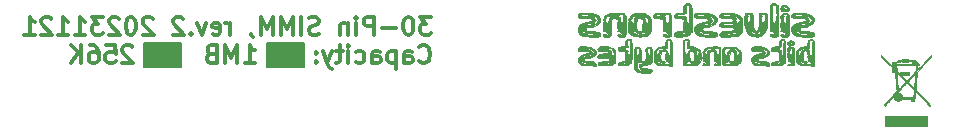
<source format=gbr>
%TF.GenerationSoftware,KiCad,Pcbnew,8.0.6*%
%TF.CreationDate,2024-11-18T20:07:02+11:00*%
%TF.ProjectId,simms,73696d6d-732e-46b6-9963-61645f706362,rev?*%
%TF.SameCoordinates,Original*%
%TF.FileFunction,Legend,Bot*%
%TF.FilePolarity,Positive*%
%FSLAX46Y46*%
G04 Gerber Fmt 4.6, Leading zero omitted, Abs format (unit mm)*
G04 Created by KiCad (PCBNEW 8.0.6) date 2024-11-18 20:07:02*
%MOMM*%
%LPD*%
G01*
G04 APERTURE LIST*
%ADD10C,0.150000*%
%ADD11C,0.300000*%
%ADD12C,0.010000*%
G04 APERTURE END LIST*
D10*
X111400000Y-82800000D02*
X114500000Y-82800000D01*
X114500000Y-84800000D01*
X111400000Y-84800000D01*
X111400000Y-82800000D01*
G36*
X111400000Y-82800000D02*
G01*
X114500000Y-82800000D01*
X114500000Y-84800000D01*
X111400000Y-84800000D01*
X111400000Y-82800000D01*
G37*
X121800000Y-82800000D02*
X124900000Y-82800000D01*
X124900000Y-84800000D01*
X121800000Y-84800000D01*
X121800000Y-82800000D01*
G36*
X121800000Y-82800000D02*
G01*
X124900000Y-82800000D01*
X124900000Y-84800000D01*
X121800000Y-84800000D01*
X121800000Y-82800000D01*
G37*
D11*
X135688346Y-80585912D02*
X134759774Y-80585912D01*
X134759774Y-80585912D02*
X135259774Y-81157341D01*
X135259774Y-81157341D02*
X135045489Y-81157341D01*
X135045489Y-81157341D02*
X134902632Y-81228769D01*
X134902632Y-81228769D02*
X134831203Y-81300198D01*
X134831203Y-81300198D02*
X134759774Y-81443055D01*
X134759774Y-81443055D02*
X134759774Y-81800198D01*
X134759774Y-81800198D02*
X134831203Y-81943055D01*
X134831203Y-81943055D02*
X134902632Y-82014484D01*
X134902632Y-82014484D02*
X135045489Y-82085912D01*
X135045489Y-82085912D02*
X135474060Y-82085912D01*
X135474060Y-82085912D02*
X135616917Y-82014484D01*
X135616917Y-82014484D02*
X135688346Y-81943055D01*
X133831203Y-80585912D02*
X133688346Y-80585912D01*
X133688346Y-80585912D02*
X133545489Y-80657341D01*
X133545489Y-80657341D02*
X133474061Y-80728769D01*
X133474061Y-80728769D02*
X133402632Y-80871626D01*
X133402632Y-80871626D02*
X133331203Y-81157341D01*
X133331203Y-81157341D02*
X133331203Y-81514484D01*
X133331203Y-81514484D02*
X133402632Y-81800198D01*
X133402632Y-81800198D02*
X133474061Y-81943055D01*
X133474061Y-81943055D02*
X133545489Y-82014484D01*
X133545489Y-82014484D02*
X133688346Y-82085912D01*
X133688346Y-82085912D02*
X133831203Y-82085912D01*
X133831203Y-82085912D02*
X133974061Y-82014484D01*
X133974061Y-82014484D02*
X134045489Y-81943055D01*
X134045489Y-81943055D02*
X134116918Y-81800198D01*
X134116918Y-81800198D02*
X134188346Y-81514484D01*
X134188346Y-81514484D02*
X134188346Y-81157341D01*
X134188346Y-81157341D02*
X134116918Y-80871626D01*
X134116918Y-80871626D02*
X134045489Y-80728769D01*
X134045489Y-80728769D02*
X133974061Y-80657341D01*
X133974061Y-80657341D02*
X133831203Y-80585912D01*
X132688347Y-81514484D02*
X131545490Y-81514484D01*
X130831204Y-82085912D02*
X130831204Y-80585912D01*
X130831204Y-80585912D02*
X130259775Y-80585912D01*
X130259775Y-80585912D02*
X130116918Y-80657341D01*
X130116918Y-80657341D02*
X130045489Y-80728769D01*
X130045489Y-80728769D02*
X129974061Y-80871626D01*
X129974061Y-80871626D02*
X129974061Y-81085912D01*
X129974061Y-81085912D02*
X130045489Y-81228769D01*
X130045489Y-81228769D02*
X130116918Y-81300198D01*
X130116918Y-81300198D02*
X130259775Y-81371626D01*
X130259775Y-81371626D02*
X130831204Y-81371626D01*
X129331204Y-82085912D02*
X129331204Y-81085912D01*
X129331204Y-80585912D02*
X129402632Y-80657341D01*
X129402632Y-80657341D02*
X129331204Y-80728769D01*
X129331204Y-80728769D02*
X129259775Y-80657341D01*
X129259775Y-80657341D02*
X129331204Y-80585912D01*
X129331204Y-80585912D02*
X129331204Y-80728769D01*
X128616918Y-81085912D02*
X128616918Y-82085912D01*
X128616918Y-81228769D02*
X128545489Y-81157341D01*
X128545489Y-81157341D02*
X128402632Y-81085912D01*
X128402632Y-81085912D02*
X128188346Y-81085912D01*
X128188346Y-81085912D02*
X128045489Y-81157341D01*
X128045489Y-81157341D02*
X127974061Y-81300198D01*
X127974061Y-81300198D02*
X127974061Y-82085912D01*
X126188346Y-82014484D02*
X125974061Y-82085912D01*
X125974061Y-82085912D02*
X125616918Y-82085912D01*
X125616918Y-82085912D02*
X125474061Y-82014484D01*
X125474061Y-82014484D02*
X125402632Y-81943055D01*
X125402632Y-81943055D02*
X125331203Y-81800198D01*
X125331203Y-81800198D02*
X125331203Y-81657341D01*
X125331203Y-81657341D02*
X125402632Y-81514484D01*
X125402632Y-81514484D02*
X125474061Y-81443055D01*
X125474061Y-81443055D02*
X125616918Y-81371626D01*
X125616918Y-81371626D02*
X125902632Y-81300198D01*
X125902632Y-81300198D02*
X126045489Y-81228769D01*
X126045489Y-81228769D02*
X126116918Y-81157341D01*
X126116918Y-81157341D02*
X126188346Y-81014484D01*
X126188346Y-81014484D02*
X126188346Y-80871626D01*
X126188346Y-80871626D02*
X126116918Y-80728769D01*
X126116918Y-80728769D02*
X126045489Y-80657341D01*
X126045489Y-80657341D02*
X125902632Y-80585912D01*
X125902632Y-80585912D02*
X125545489Y-80585912D01*
X125545489Y-80585912D02*
X125331203Y-80657341D01*
X124688347Y-82085912D02*
X124688347Y-80585912D01*
X123974061Y-82085912D02*
X123974061Y-80585912D01*
X123974061Y-80585912D02*
X123474061Y-81657341D01*
X123474061Y-81657341D02*
X122974061Y-80585912D01*
X122974061Y-80585912D02*
X122974061Y-82085912D01*
X122259775Y-82085912D02*
X122259775Y-80585912D01*
X122259775Y-80585912D02*
X121759775Y-81657341D01*
X121759775Y-81657341D02*
X121259775Y-80585912D01*
X121259775Y-80585912D02*
X121259775Y-82085912D01*
X120474060Y-82014484D02*
X120474060Y-82085912D01*
X120474060Y-82085912D02*
X120545489Y-82228769D01*
X120545489Y-82228769D02*
X120616917Y-82300198D01*
X118688346Y-82085912D02*
X118688346Y-81085912D01*
X118688346Y-81371626D02*
X118616917Y-81228769D01*
X118616917Y-81228769D02*
X118545489Y-81157341D01*
X118545489Y-81157341D02*
X118402631Y-81085912D01*
X118402631Y-81085912D02*
X118259774Y-81085912D01*
X117188346Y-82014484D02*
X117331203Y-82085912D01*
X117331203Y-82085912D02*
X117616918Y-82085912D01*
X117616918Y-82085912D02*
X117759775Y-82014484D01*
X117759775Y-82014484D02*
X117831203Y-81871626D01*
X117831203Y-81871626D02*
X117831203Y-81300198D01*
X117831203Y-81300198D02*
X117759775Y-81157341D01*
X117759775Y-81157341D02*
X117616918Y-81085912D01*
X117616918Y-81085912D02*
X117331203Y-81085912D01*
X117331203Y-81085912D02*
X117188346Y-81157341D01*
X117188346Y-81157341D02*
X117116918Y-81300198D01*
X117116918Y-81300198D02*
X117116918Y-81443055D01*
X117116918Y-81443055D02*
X117831203Y-81585912D01*
X116616918Y-81085912D02*
X116259775Y-82085912D01*
X116259775Y-82085912D02*
X115902632Y-81085912D01*
X115331204Y-81943055D02*
X115259775Y-82014484D01*
X115259775Y-82014484D02*
X115331204Y-82085912D01*
X115331204Y-82085912D02*
X115402632Y-82014484D01*
X115402632Y-82014484D02*
X115331204Y-81943055D01*
X115331204Y-81943055D02*
X115331204Y-82085912D01*
X114688346Y-80728769D02*
X114616918Y-80657341D01*
X114616918Y-80657341D02*
X114474061Y-80585912D01*
X114474061Y-80585912D02*
X114116918Y-80585912D01*
X114116918Y-80585912D02*
X113974061Y-80657341D01*
X113974061Y-80657341D02*
X113902632Y-80728769D01*
X113902632Y-80728769D02*
X113831203Y-80871626D01*
X113831203Y-80871626D02*
X113831203Y-81014484D01*
X113831203Y-81014484D02*
X113902632Y-81228769D01*
X113902632Y-81228769D02*
X114759775Y-82085912D01*
X114759775Y-82085912D02*
X113831203Y-82085912D01*
X112116918Y-80728769D02*
X112045490Y-80657341D01*
X112045490Y-80657341D02*
X111902633Y-80585912D01*
X111902633Y-80585912D02*
X111545490Y-80585912D01*
X111545490Y-80585912D02*
X111402633Y-80657341D01*
X111402633Y-80657341D02*
X111331204Y-80728769D01*
X111331204Y-80728769D02*
X111259775Y-80871626D01*
X111259775Y-80871626D02*
X111259775Y-81014484D01*
X111259775Y-81014484D02*
X111331204Y-81228769D01*
X111331204Y-81228769D02*
X112188347Y-82085912D01*
X112188347Y-82085912D02*
X111259775Y-82085912D01*
X110331204Y-80585912D02*
X110188347Y-80585912D01*
X110188347Y-80585912D02*
X110045490Y-80657341D01*
X110045490Y-80657341D02*
X109974062Y-80728769D01*
X109974062Y-80728769D02*
X109902633Y-80871626D01*
X109902633Y-80871626D02*
X109831204Y-81157341D01*
X109831204Y-81157341D02*
X109831204Y-81514484D01*
X109831204Y-81514484D02*
X109902633Y-81800198D01*
X109902633Y-81800198D02*
X109974062Y-81943055D01*
X109974062Y-81943055D02*
X110045490Y-82014484D01*
X110045490Y-82014484D02*
X110188347Y-82085912D01*
X110188347Y-82085912D02*
X110331204Y-82085912D01*
X110331204Y-82085912D02*
X110474062Y-82014484D01*
X110474062Y-82014484D02*
X110545490Y-81943055D01*
X110545490Y-81943055D02*
X110616919Y-81800198D01*
X110616919Y-81800198D02*
X110688347Y-81514484D01*
X110688347Y-81514484D02*
X110688347Y-81157341D01*
X110688347Y-81157341D02*
X110616919Y-80871626D01*
X110616919Y-80871626D02*
X110545490Y-80728769D01*
X110545490Y-80728769D02*
X110474062Y-80657341D01*
X110474062Y-80657341D02*
X110331204Y-80585912D01*
X109259776Y-80728769D02*
X109188348Y-80657341D01*
X109188348Y-80657341D02*
X109045491Y-80585912D01*
X109045491Y-80585912D02*
X108688348Y-80585912D01*
X108688348Y-80585912D02*
X108545491Y-80657341D01*
X108545491Y-80657341D02*
X108474062Y-80728769D01*
X108474062Y-80728769D02*
X108402633Y-80871626D01*
X108402633Y-80871626D02*
X108402633Y-81014484D01*
X108402633Y-81014484D02*
X108474062Y-81228769D01*
X108474062Y-81228769D02*
X109331205Y-82085912D01*
X109331205Y-82085912D02*
X108402633Y-82085912D01*
X107902634Y-80585912D02*
X106974062Y-80585912D01*
X106974062Y-80585912D02*
X107474062Y-81157341D01*
X107474062Y-81157341D02*
X107259777Y-81157341D01*
X107259777Y-81157341D02*
X107116920Y-81228769D01*
X107116920Y-81228769D02*
X107045491Y-81300198D01*
X107045491Y-81300198D02*
X106974062Y-81443055D01*
X106974062Y-81443055D02*
X106974062Y-81800198D01*
X106974062Y-81800198D02*
X107045491Y-81943055D01*
X107045491Y-81943055D02*
X107116920Y-82014484D01*
X107116920Y-82014484D02*
X107259777Y-82085912D01*
X107259777Y-82085912D02*
X107688348Y-82085912D01*
X107688348Y-82085912D02*
X107831205Y-82014484D01*
X107831205Y-82014484D02*
X107902634Y-81943055D01*
X105545491Y-82085912D02*
X106402634Y-82085912D01*
X105974063Y-82085912D02*
X105974063Y-80585912D01*
X105974063Y-80585912D02*
X106116920Y-80800198D01*
X106116920Y-80800198D02*
X106259777Y-80943055D01*
X106259777Y-80943055D02*
X106402634Y-81014484D01*
X104116920Y-82085912D02*
X104974063Y-82085912D01*
X104545492Y-82085912D02*
X104545492Y-80585912D01*
X104545492Y-80585912D02*
X104688349Y-80800198D01*
X104688349Y-80800198D02*
X104831206Y-80943055D01*
X104831206Y-80943055D02*
X104974063Y-81014484D01*
X103545492Y-80728769D02*
X103474064Y-80657341D01*
X103474064Y-80657341D02*
X103331207Y-80585912D01*
X103331207Y-80585912D02*
X102974064Y-80585912D01*
X102974064Y-80585912D02*
X102831207Y-80657341D01*
X102831207Y-80657341D02*
X102759778Y-80728769D01*
X102759778Y-80728769D02*
X102688349Y-80871626D01*
X102688349Y-80871626D02*
X102688349Y-81014484D01*
X102688349Y-81014484D02*
X102759778Y-81228769D01*
X102759778Y-81228769D02*
X103616921Y-82085912D01*
X103616921Y-82085912D02*
X102688349Y-82085912D01*
X101259778Y-82085912D02*
X102116921Y-82085912D01*
X101688350Y-82085912D02*
X101688350Y-80585912D01*
X101688350Y-80585912D02*
X101831207Y-80800198D01*
X101831207Y-80800198D02*
X101974064Y-80943055D01*
X101974064Y-80943055D02*
X102116921Y-81014484D01*
X134688346Y-84357971D02*
X134759774Y-84429400D01*
X134759774Y-84429400D02*
X134974060Y-84500828D01*
X134974060Y-84500828D02*
X135116917Y-84500828D01*
X135116917Y-84500828D02*
X135331203Y-84429400D01*
X135331203Y-84429400D02*
X135474060Y-84286542D01*
X135474060Y-84286542D02*
X135545489Y-84143685D01*
X135545489Y-84143685D02*
X135616917Y-83857971D01*
X135616917Y-83857971D02*
X135616917Y-83643685D01*
X135616917Y-83643685D02*
X135545489Y-83357971D01*
X135545489Y-83357971D02*
X135474060Y-83215114D01*
X135474060Y-83215114D02*
X135331203Y-83072257D01*
X135331203Y-83072257D02*
X135116917Y-83000828D01*
X135116917Y-83000828D02*
X134974060Y-83000828D01*
X134974060Y-83000828D02*
X134759774Y-83072257D01*
X134759774Y-83072257D02*
X134688346Y-83143685D01*
X133402632Y-84500828D02*
X133402632Y-83715114D01*
X133402632Y-83715114D02*
X133474060Y-83572257D01*
X133474060Y-83572257D02*
X133616917Y-83500828D01*
X133616917Y-83500828D02*
X133902632Y-83500828D01*
X133902632Y-83500828D02*
X134045489Y-83572257D01*
X133402632Y-84429400D02*
X133545489Y-84500828D01*
X133545489Y-84500828D02*
X133902632Y-84500828D01*
X133902632Y-84500828D02*
X134045489Y-84429400D01*
X134045489Y-84429400D02*
X134116917Y-84286542D01*
X134116917Y-84286542D02*
X134116917Y-84143685D01*
X134116917Y-84143685D02*
X134045489Y-84000828D01*
X134045489Y-84000828D02*
X133902632Y-83929400D01*
X133902632Y-83929400D02*
X133545489Y-83929400D01*
X133545489Y-83929400D02*
X133402632Y-83857971D01*
X132688346Y-83500828D02*
X132688346Y-85000828D01*
X132688346Y-83572257D02*
X132545489Y-83500828D01*
X132545489Y-83500828D02*
X132259774Y-83500828D01*
X132259774Y-83500828D02*
X132116917Y-83572257D01*
X132116917Y-83572257D02*
X132045489Y-83643685D01*
X132045489Y-83643685D02*
X131974060Y-83786542D01*
X131974060Y-83786542D02*
X131974060Y-84215114D01*
X131974060Y-84215114D02*
X132045489Y-84357971D01*
X132045489Y-84357971D02*
X132116917Y-84429400D01*
X132116917Y-84429400D02*
X132259774Y-84500828D01*
X132259774Y-84500828D02*
X132545489Y-84500828D01*
X132545489Y-84500828D02*
X132688346Y-84429400D01*
X130688346Y-84500828D02*
X130688346Y-83715114D01*
X130688346Y-83715114D02*
X130759774Y-83572257D01*
X130759774Y-83572257D02*
X130902631Y-83500828D01*
X130902631Y-83500828D02*
X131188346Y-83500828D01*
X131188346Y-83500828D02*
X131331203Y-83572257D01*
X130688346Y-84429400D02*
X130831203Y-84500828D01*
X130831203Y-84500828D02*
X131188346Y-84500828D01*
X131188346Y-84500828D02*
X131331203Y-84429400D01*
X131331203Y-84429400D02*
X131402631Y-84286542D01*
X131402631Y-84286542D02*
X131402631Y-84143685D01*
X131402631Y-84143685D02*
X131331203Y-84000828D01*
X131331203Y-84000828D02*
X131188346Y-83929400D01*
X131188346Y-83929400D02*
X130831203Y-83929400D01*
X130831203Y-83929400D02*
X130688346Y-83857971D01*
X129331203Y-84429400D02*
X129474060Y-84500828D01*
X129474060Y-84500828D02*
X129759774Y-84500828D01*
X129759774Y-84500828D02*
X129902631Y-84429400D01*
X129902631Y-84429400D02*
X129974060Y-84357971D01*
X129974060Y-84357971D02*
X130045488Y-84215114D01*
X130045488Y-84215114D02*
X130045488Y-83786542D01*
X130045488Y-83786542D02*
X129974060Y-83643685D01*
X129974060Y-83643685D02*
X129902631Y-83572257D01*
X129902631Y-83572257D02*
X129759774Y-83500828D01*
X129759774Y-83500828D02*
X129474060Y-83500828D01*
X129474060Y-83500828D02*
X129331203Y-83572257D01*
X128688346Y-84500828D02*
X128688346Y-83500828D01*
X128688346Y-83000828D02*
X128759774Y-83072257D01*
X128759774Y-83072257D02*
X128688346Y-83143685D01*
X128688346Y-83143685D02*
X128616917Y-83072257D01*
X128616917Y-83072257D02*
X128688346Y-83000828D01*
X128688346Y-83000828D02*
X128688346Y-83143685D01*
X128188345Y-83500828D02*
X127616917Y-83500828D01*
X127974060Y-83000828D02*
X127974060Y-84286542D01*
X127974060Y-84286542D02*
X127902631Y-84429400D01*
X127902631Y-84429400D02*
X127759774Y-84500828D01*
X127759774Y-84500828D02*
X127616917Y-84500828D01*
X127259774Y-83500828D02*
X126902631Y-84500828D01*
X126545488Y-83500828D02*
X126902631Y-84500828D01*
X126902631Y-84500828D02*
X127045488Y-84857971D01*
X127045488Y-84857971D02*
X127116917Y-84929400D01*
X127116917Y-84929400D02*
X127259774Y-85000828D01*
X125974060Y-84357971D02*
X125902631Y-84429400D01*
X125902631Y-84429400D02*
X125974060Y-84500828D01*
X125974060Y-84500828D02*
X126045488Y-84429400D01*
X126045488Y-84429400D02*
X125974060Y-84357971D01*
X125974060Y-84357971D02*
X125974060Y-84500828D01*
X125974060Y-83572257D02*
X125902631Y-83643685D01*
X125902631Y-83643685D02*
X125974060Y-83715114D01*
X125974060Y-83715114D02*
X126045488Y-83643685D01*
X126045488Y-83643685D02*
X125974060Y-83572257D01*
X125974060Y-83572257D02*
X125974060Y-83715114D01*
X119902631Y-84500828D02*
X120759774Y-84500828D01*
X120331203Y-84500828D02*
X120331203Y-83000828D01*
X120331203Y-83000828D02*
X120474060Y-83215114D01*
X120474060Y-83215114D02*
X120616917Y-83357971D01*
X120616917Y-83357971D02*
X120759774Y-83429400D01*
X119259775Y-84500828D02*
X119259775Y-83000828D01*
X119259775Y-83000828D02*
X118759775Y-84072257D01*
X118759775Y-84072257D02*
X118259775Y-83000828D01*
X118259775Y-83000828D02*
X118259775Y-84500828D01*
X117045489Y-83715114D02*
X116831203Y-83786542D01*
X116831203Y-83786542D02*
X116759774Y-83857971D01*
X116759774Y-83857971D02*
X116688346Y-84000828D01*
X116688346Y-84000828D02*
X116688346Y-84215114D01*
X116688346Y-84215114D02*
X116759774Y-84357971D01*
X116759774Y-84357971D02*
X116831203Y-84429400D01*
X116831203Y-84429400D02*
X116974060Y-84500828D01*
X116974060Y-84500828D02*
X117545489Y-84500828D01*
X117545489Y-84500828D02*
X117545489Y-83000828D01*
X117545489Y-83000828D02*
X117045489Y-83000828D01*
X117045489Y-83000828D02*
X116902632Y-83072257D01*
X116902632Y-83072257D02*
X116831203Y-83143685D01*
X116831203Y-83143685D02*
X116759774Y-83286542D01*
X116759774Y-83286542D02*
X116759774Y-83429400D01*
X116759774Y-83429400D02*
X116831203Y-83572257D01*
X116831203Y-83572257D02*
X116902632Y-83643685D01*
X116902632Y-83643685D02*
X117045489Y-83715114D01*
X117045489Y-83715114D02*
X117545489Y-83715114D01*
X110402632Y-83143685D02*
X110331204Y-83072257D01*
X110331204Y-83072257D02*
X110188347Y-83000828D01*
X110188347Y-83000828D02*
X109831204Y-83000828D01*
X109831204Y-83000828D02*
X109688347Y-83072257D01*
X109688347Y-83072257D02*
X109616918Y-83143685D01*
X109616918Y-83143685D02*
X109545489Y-83286542D01*
X109545489Y-83286542D02*
X109545489Y-83429400D01*
X109545489Y-83429400D02*
X109616918Y-83643685D01*
X109616918Y-83643685D02*
X110474061Y-84500828D01*
X110474061Y-84500828D02*
X109545489Y-84500828D01*
X108188347Y-83000828D02*
X108902633Y-83000828D01*
X108902633Y-83000828D02*
X108974061Y-83715114D01*
X108974061Y-83715114D02*
X108902633Y-83643685D01*
X108902633Y-83643685D02*
X108759776Y-83572257D01*
X108759776Y-83572257D02*
X108402633Y-83572257D01*
X108402633Y-83572257D02*
X108259776Y-83643685D01*
X108259776Y-83643685D02*
X108188347Y-83715114D01*
X108188347Y-83715114D02*
X108116918Y-83857971D01*
X108116918Y-83857971D02*
X108116918Y-84215114D01*
X108116918Y-84215114D02*
X108188347Y-84357971D01*
X108188347Y-84357971D02*
X108259776Y-84429400D01*
X108259776Y-84429400D02*
X108402633Y-84500828D01*
X108402633Y-84500828D02*
X108759776Y-84500828D01*
X108759776Y-84500828D02*
X108902633Y-84429400D01*
X108902633Y-84429400D02*
X108974061Y-84357971D01*
X106831205Y-83000828D02*
X107116919Y-83000828D01*
X107116919Y-83000828D02*
X107259776Y-83072257D01*
X107259776Y-83072257D02*
X107331205Y-83143685D01*
X107331205Y-83143685D02*
X107474062Y-83357971D01*
X107474062Y-83357971D02*
X107545490Y-83643685D01*
X107545490Y-83643685D02*
X107545490Y-84215114D01*
X107545490Y-84215114D02*
X107474062Y-84357971D01*
X107474062Y-84357971D02*
X107402633Y-84429400D01*
X107402633Y-84429400D02*
X107259776Y-84500828D01*
X107259776Y-84500828D02*
X106974062Y-84500828D01*
X106974062Y-84500828D02*
X106831205Y-84429400D01*
X106831205Y-84429400D02*
X106759776Y-84357971D01*
X106759776Y-84357971D02*
X106688347Y-84215114D01*
X106688347Y-84215114D02*
X106688347Y-83857971D01*
X106688347Y-83857971D02*
X106759776Y-83715114D01*
X106759776Y-83715114D02*
X106831205Y-83643685D01*
X106831205Y-83643685D02*
X106974062Y-83572257D01*
X106974062Y-83572257D02*
X107259776Y-83572257D01*
X107259776Y-83572257D02*
X107402633Y-83643685D01*
X107402633Y-83643685D02*
X107474062Y-83715114D01*
X107474062Y-83715114D02*
X107545490Y-83857971D01*
X106045491Y-84500828D02*
X106045491Y-83000828D01*
X105188348Y-84500828D02*
X105831205Y-83643685D01*
X105188348Y-83000828D02*
X106045491Y-83857971D01*
D12*
%TO.C,REF\u002A\u002A*%
X177672971Y-89817822D02*
X174152178Y-89817822D01*
X174152178Y-88950198D01*
X177672971Y-88950198D01*
X177672971Y-89817822D01*
G36*
X177672971Y-89817822D02*
G01*
X174152178Y-89817822D01*
X174152178Y-88950198D01*
X177672971Y-88950198D01*
X177672971Y-89817822D01*
G37*
X176641894Y-84275718D02*
X176642388Y-84288668D01*
X176648819Y-84310411D01*
X176667123Y-84328851D01*
X176702830Y-84350801D01*
X176734174Y-84370854D01*
X176781893Y-84409356D01*
X176825138Y-84452579D01*
X176858219Y-84494627D01*
X176875442Y-84529604D01*
X176879662Y-84543081D01*
X176887480Y-84552334D01*
X176890116Y-84555454D01*
X176911662Y-84560696D01*
X176951314Y-84561782D01*
X177019109Y-84561782D01*
X177019109Y-84674951D01*
X176859577Y-84674951D01*
X176844682Y-84852732D01*
X176842682Y-84877037D01*
X176838023Y-84937880D01*
X176834731Y-84987389D01*
X176833092Y-85020992D01*
X176833390Y-85034116D01*
X176837724Y-85030343D01*
X176857496Y-85010676D01*
X176891679Y-84975818D01*
X176938541Y-84927576D01*
X176996354Y-84867757D01*
X177063387Y-84798167D01*
X177137912Y-84720615D01*
X177218197Y-84636907D01*
X177302513Y-84548849D01*
X177389130Y-84458250D01*
X177476319Y-84366915D01*
X177562349Y-84276653D01*
X177645492Y-84189269D01*
X177724016Y-84106572D01*
X177796192Y-84030368D01*
X177860291Y-83962463D01*
X177914583Y-83904666D01*
X178011592Y-83801040D01*
X178012034Y-83889315D01*
X178012475Y-83977589D01*
X177411938Y-84609158D01*
X176811401Y-85240726D01*
X176799396Y-85384674D01*
X176751365Y-85960635D01*
X176742876Y-86062791D01*
X176732343Y-86190612D01*
X176722621Y-86309767D01*
X176713898Y-86417914D01*
X176706358Y-86512713D01*
X176700187Y-86591819D01*
X176695573Y-86652892D01*
X176692700Y-86693590D01*
X176691754Y-86711570D01*
X176694251Y-86719808D01*
X176705471Y-86737599D01*
X176726751Y-86764411D01*
X176737021Y-86776129D01*
X176759225Y-86801466D01*
X176804023Y-86849986D01*
X176862281Y-86911192D01*
X176935129Y-86986307D01*
X177023703Y-87076550D01*
X177129134Y-87183145D01*
X177198492Y-87253093D01*
X177295179Y-87350658D01*
X177391526Y-87447941D01*
X177484638Y-87542014D01*
X177571618Y-87629950D01*
X177649569Y-87708820D01*
X177715596Y-87775699D01*
X177766802Y-87827658D01*
X177967514Y-88031620D01*
X177931058Y-88069671D01*
X177922460Y-88078245D01*
X177897095Y-88099297D01*
X177879695Y-88107723D01*
X177866071Y-88100530D01*
X177840743Y-88078944D01*
X177810379Y-88047995D01*
X177791896Y-88028448D01*
X177757427Y-87992752D01*
X177708712Y-87942684D01*
X177647469Y-87880001D01*
X177575420Y-87806457D01*
X177494285Y-87723810D01*
X177405784Y-87633815D01*
X177311637Y-87538228D01*
X177213565Y-87438805D01*
X176671161Y-86889343D01*
X176649066Y-87174746D01*
X176644250Y-87235662D01*
X176637216Y-87317548D01*
X176630872Y-87379569D01*
X176624748Y-87424987D01*
X176618373Y-87457062D01*
X176611277Y-87479052D01*
X176602991Y-87494219D01*
X176591393Y-87515416D01*
X176581850Y-87554386D01*
X176579010Y-87610531D01*
X176579010Y-87692773D01*
X176352674Y-87692773D01*
X176352674Y-87516733D01*
X175507082Y-87516733D01*
X175458203Y-87572262D01*
X175444836Y-87586722D01*
X175372388Y-87644813D01*
X175290532Y-87680576D01*
X175201900Y-87692773D01*
X175123692Y-87686306D01*
X175035233Y-87659047D01*
X174959507Y-87610328D01*
X174944748Y-87596403D01*
X174907864Y-87551328D01*
X174875503Y-87498819D01*
X174852297Y-87447061D01*
X174842879Y-87404239D01*
X174842697Y-87398023D01*
X174841342Y-87375246D01*
X174837800Y-87359513D01*
X174830390Y-87352068D01*
X174817431Y-87354156D01*
X174797243Y-87367020D01*
X174768145Y-87391905D01*
X174728456Y-87430053D01*
X174676496Y-87482710D01*
X174610584Y-87551119D01*
X174529040Y-87636524D01*
X174485604Y-87682112D01*
X174413000Y-87758441D01*
X174344309Y-87830808D01*
X174282223Y-87896366D01*
X174229434Y-87952274D01*
X174188634Y-87995686D01*
X174162515Y-88023758D01*
X174091119Y-88101436D01*
X174002863Y-88013416D01*
X174548690Y-87441287D01*
X174583105Y-87405188D01*
X174705546Y-87276272D01*
X174810651Y-87164754D01*
X174898736Y-87070288D01*
X174970116Y-86992529D01*
X175020588Y-86936174D01*
X175227247Y-86936174D01*
X175228872Y-86949434D01*
X175229156Y-86950819D01*
X175242698Y-86982228D01*
X175269748Y-86996863D01*
X175353129Y-87028063D01*
X175427418Y-87080038D01*
X175485846Y-87148791D01*
X175525890Y-87231315D01*
X175545026Y-87324606D01*
X175551364Y-87403565D01*
X176500838Y-87403565D01*
X176507458Y-87375273D01*
X176508629Y-87368329D01*
X176512268Y-87337281D01*
X176517234Y-87287081D01*
X176523157Y-87221727D01*
X176529669Y-87145219D01*
X176536401Y-87061555D01*
X176558724Y-86776129D01*
X176257826Y-86470565D01*
X176202636Y-86414704D01*
X176135109Y-86346888D01*
X176074529Y-86286643D01*
X176023021Y-86236052D01*
X175982710Y-86197200D01*
X175955722Y-86172170D01*
X175944182Y-86163046D01*
X175936444Y-86167405D01*
X175913395Y-86187241D01*
X175878709Y-86220375D01*
X175835487Y-86263820D01*
X175786832Y-86314587D01*
X175774140Y-86328051D01*
X175717229Y-86388275D01*
X175649414Y-86459864D01*
X175575800Y-86537437D01*
X175501493Y-86615611D01*
X175431599Y-86689005D01*
X175427401Y-86693409D01*
X175362420Y-86761785D01*
X175312836Y-86814732D01*
X175276688Y-86854767D01*
X175252016Y-86884411D01*
X175236858Y-86906181D01*
X175229256Y-86922595D01*
X175227247Y-86936174D01*
X175020588Y-86936174D01*
X175025105Y-86931131D01*
X175064019Y-86885748D01*
X175087173Y-86856035D01*
X175094882Y-86841644D01*
X175094883Y-86841559D01*
X175093825Y-86823624D01*
X175090737Y-86783421D01*
X175085858Y-86723687D01*
X175079432Y-86647158D01*
X175071700Y-86556569D01*
X175062905Y-86454657D01*
X175053287Y-86344159D01*
X175043091Y-86227811D01*
X175032556Y-86108348D01*
X175021926Y-85988507D01*
X175011442Y-85871025D01*
X175001346Y-85758637D01*
X174991881Y-85654081D01*
X174983288Y-85560091D01*
X174975809Y-85479405D01*
X174969687Y-85414759D01*
X174965162Y-85368888D01*
X174962478Y-85344530D01*
X174957067Y-85303732D01*
X175086253Y-85303732D01*
X175087908Y-85334653D01*
X175091549Y-85386653D01*
X175096995Y-85457487D01*
X175104063Y-85544911D01*
X175112570Y-85646681D01*
X175122335Y-85760552D01*
X175133174Y-85884279D01*
X175144907Y-86015618D01*
X175154079Y-86116908D01*
X175165566Y-86242526D01*
X175176322Y-86358762D01*
X175186131Y-86463380D01*
X175194781Y-86554140D01*
X175202057Y-86628804D01*
X175207746Y-86685134D01*
X175211634Y-86720891D01*
X175213506Y-86733837D01*
X175219188Y-86729826D01*
X175240020Y-86710138D01*
X175273872Y-86676322D01*
X175318412Y-86630837D01*
X175371310Y-86576146D01*
X175430236Y-86514710D01*
X175492858Y-86448990D01*
X175556848Y-86381449D01*
X175619874Y-86314547D01*
X175679606Y-86250746D01*
X175733713Y-86192507D01*
X175779865Y-86142292D01*
X175815733Y-86102563D01*
X175838984Y-86075780D01*
X175845778Y-86066477D01*
X176027601Y-86066477D01*
X176303305Y-86341968D01*
X176370726Y-86409224D01*
X176434267Y-86472162D01*
X176483490Y-86520100D01*
X176520196Y-86554594D01*
X176546190Y-86577199D01*
X176563276Y-86589471D01*
X176573256Y-86592966D01*
X176577935Y-86589238D01*
X176579116Y-86579844D01*
X176579873Y-86564749D01*
X176582601Y-86525883D01*
X176587108Y-86466895D01*
X176593179Y-86390473D01*
X176600596Y-86299305D01*
X176609142Y-86196080D01*
X176618602Y-86083483D01*
X176628758Y-85964205D01*
X176637723Y-85859077D01*
X176647066Y-85748351D01*
X176655443Y-85647814D01*
X176662653Y-85559943D01*
X176668496Y-85487215D01*
X176672769Y-85432110D01*
X176675273Y-85397104D01*
X176675805Y-85384674D01*
X176675384Y-85384908D01*
X176663509Y-85396350D01*
X176637130Y-85423198D01*
X176598570Y-85463018D01*
X176550153Y-85513372D01*
X176494203Y-85571828D01*
X176433042Y-85635948D01*
X176368995Y-85703298D01*
X176304385Y-85771443D01*
X176241535Y-85837948D01*
X176182768Y-85900377D01*
X176130409Y-85956295D01*
X176029533Y-86064406D01*
X176027601Y-86066477D01*
X175845778Y-86066477D01*
X175847290Y-86064406D01*
X175839148Y-86053383D01*
X175815478Y-86026999D01*
X175778478Y-85987527D01*
X175730350Y-85937191D01*
X175673296Y-85878217D01*
X175609520Y-85812830D01*
X175541222Y-85743255D01*
X175470605Y-85671716D01*
X175399871Y-85600438D01*
X175331222Y-85531647D01*
X175266861Y-85467566D01*
X175208989Y-85410422D01*
X175159810Y-85362439D01*
X175121524Y-85325841D01*
X175096334Y-85302854D01*
X175086442Y-85295703D01*
X175086253Y-85303732D01*
X174957067Y-85303732D01*
X174955390Y-85291089D01*
X174680297Y-85291089D01*
X174679968Y-85080471D01*
X174679797Y-84971172D01*
X174780891Y-84971172D01*
X174780891Y-85190495D01*
X174862624Y-85190495D01*
X174869895Y-85190489D01*
X174910950Y-85189613D01*
X174933277Y-85185867D01*
X174942529Y-85177270D01*
X174944357Y-85161840D01*
X174936306Y-85139159D01*
X174908730Y-85101428D01*
X174862624Y-85052179D01*
X174780891Y-84971172D01*
X174679797Y-84971172D01*
X174679639Y-84869852D01*
X174227914Y-84410891D01*
X173776189Y-83951931D01*
X173775570Y-83864848D01*
X173774951Y-83777767D01*
X174316769Y-84326952D01*
X174369137Y-84379998D01*
X174477803Y-84489772D01*
X174570709Y-84583114D01*
X174649055Y-84661173D01*
X174714043Y-84725097D01*
X174766872Y-84776035D01*
X174808743Y-84815135D01*
X174840855Y-84843548D01*
X174864410Y-84862420D01*
X174880608Y-84872901D01*
X174890649Y-84876139D01*
X174907579Y-84875158D01*
X174917084Y-84867996D01*
X174918723Y-84848401D01*
X174914782Y-84810124D01*
X174912065Y-84786025D01*
X174908284Y-84745744D01*
X174906760Y-84718961D01*
X174906015Y-84709728D01*
X174898746Y-84699839D01*
X174878668Y-84696562D01*
X174839689Y-84697992D01*
X174829737Y-84698553D01*
X174789898Y-84697921D01*
X174761560Y-84689167D01*
X174741586Y-84674951D01*
X175024852Y-84674951D01*
X175029013Y-84722104D01*
X175030935Y-84743498D01*
X175036924Y-84801909D01*
X175042826Y-84840381D01*
X175049727Y-84862912D01*
X175058712Y-84873498D01*
X175070870Y-84876139D01*
X175081801Y-84877937D01*
X175089050Y-84886530D01*
X175093100Y-84906505D01*
X175094863Y-84942450D01*
X175095248Y-84998952D01*
X175095248Y-85121766D01*
X175135447Y-85161840D01*
X175233565Y-85259654D01*
X175371881Y-85397542D01*
X175371881Y-85291089D01*
X176126337Y-85291089D01*
X176126337Y-85530000D01*
X175507831Y-85530000D01*
X175717592Y-85746906D01*
X175757770Y-85788334D01*
X175813328Y-85845200D01*
X175861570Y-85894082D01*
X175899971Y-85932441D01*
X175926003Y-85957741D01*
X175937140Y-85967442D01*
X175941373Y-85964767D01*
X175961224Y-85946782D01*
X175995451Y-85913481D01*
X176042227Y-85866712D01*
X176099724Y-85808325D01*
X176166112Y-85740169D01*
X176239564Y-85664094D01*
X176318251Y-85581950D01*
X176397341Y-85498943D01*
X176474871Y-85417136D01*
X176537746Y-85350083D01*
X176587502Y-85296007D01*
X176625678Y-85253129D01*
X176653811Y-85219673D01*
X176673440Y-85193861D01*
X176686101Y-85173914D01*
X176693334Y-85158056D01*
X176696675Y-85144509D01*
X176697561Y-85137910D01*
X176701488Y-85101548D01*
X176706459Y-85048018D01*
X176711927Y-84983421D01*
X176717344Y-84913862D01*
X176719181Y-84889635D01*
X176724488Y-84824178D01*
X176729548Y-84767717D01*
X176733863Y-84725618D01*
X176736934Y-84703243D01*
X176742955Y-84674951D01*
X175024852Y-84674951D01*
X174741586Y-84674951D01*
X174733630Y-84669289D01*
X174728820Y-84665104D01*
X174689482Y-84614427D01*
X174673903Y-84561782D01*
X175014698Y-84561782D01*
X176429221Y-84561782D01*
X176427172Y-84511485D01*
X176641881Y-84511485D01*
X176641881Y-84561782D01*
X176698908Y-84561782D01*
X176715993Y-84561662D01*
X176741308Y-84559462D01*
X176748616Y-84552334D01*
X176742943Y-84537508D01*
X176741267Y-84534682D01*
X176722448Y-84512944D01*
X176695183Y-84488820D01*
X176667987Y-84469254D01*
X176649371Y-84461188D01*
X176647697Y-84462463D01*
X176643544Y-84479976D01*
X176641881Y-84511485D01*
X176427172Y-84511485D01*
X176425526Y-84471095D01*
X176421832Y-84380407D01*
X176346386Y-84365252D01*
X176308551Y-84358379D01*
X176245368Y-84348756D01*
X176186065Y-84341496D01*
X176101188Y-84332893D01*
X176101188Y-84436040D01*
X175522773Y-84436040D01*
X175522773Y-84345122D01*
X175450471Y-84353753D01*
X175339998Y-84372249D01*
X175228816Y-84405691D01*
X175136850Y-84452324D01*
X175062542Y-84512786D01*
X175014698Y-84561782D01*
X174673903Y-84561782D01*
X174672172Y-84555934D01*
X174677474Y-84494575D01*
X174705975Y-84435297D01*
X174708733Y-84431606D01*
X174746822Y-84399851D01*
X174796476Y-84381067D01*
X174850002Y-84376071D01*
X174899707Y-84385678D01*
X174937900Y-84410704D01*
X174950831Y-84423480D01*
X174963428Y-84426576D01*
X174981467Y-84416998D01*
X175011928Y-84393082D01*
X175021274Y-84385731D01*
X175093430Y-84339339D01*
X175178915Y-84298084D01*
X175248830Y-84272575D01*
X175623367Y-84272575D01*
X175623367Y-84335446D01*
X176000594Y-84335446D01*
X176000594Y-84272575D01*
X175623367Y-84272575D01*
X175248830Y-84272575D01*
X175269767Y-84264936D01*
X175358027Y-84242868D01*
X175435736Y-84234852D01*
X175443991Y-84234788D01*
X175489879Y-84230321D01*
X175515079Y-84217795D01*
X175522773Y-84195784D01*
X175523676Y-84188849D01*
X175528615Y-84182885D01*
X175540611Y-84178519D01*
X175562680Y-84175503D01*
X175597836Y-84173590D01*
X175649094Y-84172530D01*
X175719471Y-84172077D01*
X175811980Y-84171980D01*
X175898660Y-84172150D01*
X175972332Y-84172834D01*
X176026265Y-84174215D01*
X176063288Y-84176470D01*
X176086230Y-84179778D01*
X176097920Y-84184320D01*
X176101188Y-84190272D01*
X176111937Y-84204888D01*
X176142055Y-84214215D01*
X176153582Y-84215847D01*
X176192886Y-84221591D01*
X176245188Y-84229378D01*
X176302376Y-84238003D01*
X176333916Y-84242393D01*
X176380074Y-84247148D01*
X176412641Y-84248295D01*
X176426023Y-84245495D01*
X176428308Y-84243671D01*
X176449405Y-84239165D01*
X176487355Y-84236029D01*
X176536048Y-84234852D01*
X176641881Y-84234852D01*
X176641894Y-84272575D01*
X176641894Y-84275718D01*
G36*
X176641894Y-84275718D02*
G01*
X176642388Y-84288668D01*
X176648819Y-84310411D01*
X176667123Y-84328851D01*
X176702830Y-84350801D01*
X176734174Y-84370854D01*
X176781893Y-84409356D01*
X176825138Y-84452579D01*
X176858219Y-84494627D01*
X176875442Y-84529604D01*
X176879662Y-84543081D01*
X176887480Y-84552334D01*
X176890116Y-84555454D01*
X176911662Y-84560696D01*
X176951314Y-84561782D01*
X177019109Y-84561782D01*
X177019109Y-84674951D01*
X176859577Y-84674951D01*
X176844682Y-84852732D01*
X176842682Y-84877037D01*
X176838023Y-84937880D01*
X176834731Y-84987389D01*
X176833092Y-85020992D01*
X176833390Y-85034116D01*
X176837724Y-85030343D01*
X176857496Y-85010676D01*
X176891679Y-84975818D01*
X176938541Y-84927576D01*
X176996354Y-84867757D01*
X177063387Y-84798167D01*
X177137912Y-84720615D01*
X177218197Y-84636907D01*
X177302513Y-84548849D01*
X177389130Y-84458250D01*
X177476319Y-84366915D01*
X177562349Y-84276653D01*
X177645492Y-84189269D01*
X177724016Y-84106572D01*
X177796192Y-84030368D01*
X177860291Y-83962463D01*
X177914583Y-83904666D01*
X178011592Y-83801040D01*
X178012034Y-83889315D01*
X178012475Y-83977589D01*
X177411938Y-84609158D01*
X176811401Y-85240726D01*
X176799396Y-85384674D01*
X176751365Y-85960635D01*
X176742876Y-86062791D01*
X176732343Y-86190612D01*
X176722621Y-86309767D01*
X176713898Y-86417914D01*
X176706358Y-86512713D01*
X176700187Y-86591819D01*
X176695573Y-86652892D01*
X176692700Y-86693590D01*
X176691754Y-86711570D01*
X176694251Y-86719808D01*
X176705471Y-86737599D01*
X176726751Y-86764411D01*
X176737021Y-86776129D01*
X176759225Y-86801466D01*
X176804023Y-86849986D01*
X176862281Y-86911192D01*
X176935129Y-86986307D01*
X177023703Y-87076550D01*
X177129134Y-87183145D01*
X177198492Y-87253093D01*
X177295179Y-87350658D01*
X177391526Y-87447941D01*
X177484638Y-87542014D01*
X177571618Y-87629950D01*
X177649569Y-87708820D01*
X177715596Y-87775699D01*
X177766802Y-87827658D01*
X177967514Y-88031620D01*
X177931058Y-88069671D01*
X177922460Y-88078245D01*
X177897095Y-88099297D01*
X177879695Y-88107723D01*
X177866071Y-88100530D01*
X177840743Y-88078944D01*
X177810379Y-88047995D01*
X177791896Y-88028448D01*
X177757427Y-87992752D01*
X177708712Y-87942684D01*
X177647469Y-87880001D01*
X177575420Y-87806457D01*
X177494285Y-87723810D01*
X177405784Y-87633815D01*
X177311637Y-87538228D01*
X177213565Y-87438805D01*
X176671161Y-86889343D01*
X176649066Y-87174746D01*
X176644250Y-87235662D01*
X176637216Y-87317548D01*
X176630872Y-87379569D01*
X176624748Y-87424987D01*
X176618373Y-87457062D01*
X176611277Y-87479052D01*
X176602991Y-87494219D01*
X176591393Y-87515416D01*
X176581850Y-87554386D01*
X176579010Y-87610531D01*
X176579010Y-87692773D01*
X176352674Y-87692773D01*
X176352674Y-87516733D01*
X175507082Y-87516733D01*
X175458203Y-87572262D01*
X175444836Y-87586722D01*
X175372388Y-87644813D01*
X175290532Y-87680576D01*
X175201900Y-87692773D01*
X175123692Y-87686306D01*
X175035233Y-87659047D01*
X174959507Y-87610328D01*
X174944748Y-87596403D01*
X174907864Y-87551328D01*
X174875503Y-87498819D01*
X174852297Y-87447061D01*
X174842879Y-87404239D01*
X174842697Y-87398023D01*
X174841342Y-87375246D01*
X174837800Y-87359513D01*
X174830390Y-87352068D01*
X174817431Y-87354156D01*
X174797243Y-87367020D01*
X174768145Y-87391905D01*
X174728456Y-87430053D01*
X174676496Y-87482710D01*
X174610584Y-87551119D01*
X174529040Y-87636524D01*
X174485604Y-87682112D01*
X174413000Y-87758441D01*
X174344309Y-87830808D01*
X174282223Y-87896366D01*
X174229434Y-87952274D01*
X174188634Y-87995686D01*
X174162515Y-88023758D01*
X174091119Y-88101436D01*
X174002863Y-88013416D01*
X174548690Y-87441287D01*
X174583105Y-87405188D01*
X174705546Y-87276272D01*
X174810651Y-87164754D01*
X174898736Y-87070288D01*
X174970116Y-86992529D01*
X175020588Y-86936174D01*
X175227247Y-86936174D01*
X175228872Y-86949434D01*
X175229156Y-86950819D01*
X175242698Y-86982228D01*
X175269748Y-86996863D01*
X175353129Y-87028063D01*
X175427418Y-87080038D01*
X175485846Y-87148791D01*
X175525890Y-87231315D01*
X175545026Y-87324606D01*
X175551364Y-87403565D01*
X176500838Y-87403565D01*
X176507458Y-87375273D01*
X176508629Y-87368329D01*
X176512268Y-87337281D01*
X176517234Y-87287081D01*
X176523157Y-87221727D01*
X176529669Y-87145219D01*
X176536401Y-87061555D01*
X176558724Y-86776129D01*
X176257826Y-86470565D01*
X176202636Y-86414704D01*
X176135109Y-86346888D01*
X176074529Y-86286643D01*
X176023021Y-86236052D01*
X175982710Y-86197200D01*
X175955722Y-86172170D01*
X175944182Y-86163046D01*
X175936444Y-86167405D01*
X175913395Y-86187241D01*
X175878709Y-86220375D01*
X175835487Y-86263820D01*
X175786832Y-86314587D01*
X175774140Y-86328051D01*
X175717229Y-86388275D01*
X175649414Y-86459864D01*
X175575800Y-86537437D01*
X175501493Y-86615611D01*
X175431599Y-86689005D01*
X175427401Y-86693409D01*
X175362420Y-86761785D01*
X175312836Y-86814732D01*
X175276688Y-86854767D01*
X175252016Y-86884411D01*
X175236858Y-86906181D01*
X175229256Y-86922595D01*
X175227247Y-86936174D01*
X175020588Y-86936174D01*
X175025105Y-86931131D01*
X175064019Y-86885748D01*
X175087173Y-86856035D01*
X175094882Y-86841644D01*
X175094883Y-86841559D01*
X175093825Y-86823624D01*
X175090737Y-86783421D01*
X175085858Y-86723687D01*
X175079432Y-86647158D01*
X175071700Y-86556569D01*
X175062905Y-86454657D01*
X175053287Y-86344159D01*
X175043091Y-86227811D01*
X175032556Y-86108348D01*
X175021926Y-85988507D01*
X175011442Y-85871025D01*
X175001346Y-85758637D01*
X174991881Y-85654081D01*
X174983288Y-85560091D01*
X174975809Y-85479405D01*
X174969687Y-85414759D01*
X174965162Y-85368888D01*
X174962478Y-85344530D01*
X174957067Y-85303732D01*
X175086253Y-85303732D01*
X175087908Y-85334653D01*
X175091549Y-85386653D01*
X175096995Y-85457487D01*
X175104063Y-85544911D01*
X175112570Y-85646681D01*
X175122335Y-85760552D01*
X175133174Y-85884279D01*
X175144907Y-86015618D01*
X175154079Y-86116908D01*
X175165566Y-86242526D01*
X175176322Y-86358762D01*
X175186131Y-86463380D01*
X175194781Y-86554140D01*
X175202057Y-86628804D01*
X175207746Y-86685134D01*
X175211634Y-86720891D01*
X175213506Y-86733837D01*
X175219188Y-86729826D01*
X175240020Y-86710138D01*
X175273872Y-86676322D01*
X175318412Y-86630837D01*
X175371310Y-86576146D01*
X175430236Y-86514710D01*
X175492858Y-86448990D01*
X175556848Y-86381449D01*
X175619874Y-86314547D01*
X175679606Y-86250746D01*
X175733713Y-86192507D01*
X175779865Y-86142292D01*
X175815733Y-86102563D01*
X175838984Y-86075780D01*
X175845778Y-86066477D01*
X176027601Y-86066477D01*
X176303305Y-86341968D01*
X176370726Y-86409224D01*
X176434267Y-86472162D01*
X176483490Y-86520100D01*
X176520196Y-86554594D01*
X176546190Y-86577199D01*
X176563276Y-86589471D01*
X176573256Y-86592966D01*
X176577935Y-86589238D01*
X176579116Y-86579844D01*
X176579873Y-86564749D01*
X176582601Y-86525883D01*
X176587108Y-86466895D01*
X176593179Y-86390473D01*
X176600596Y-86299305D01*
X176609142Y-86196080D01*
X176618602Y-86083483D01*
X176628758Y-85964205D01*
X176637723Y-85859077D01*
X176647066Y-85748351D01*
X176655443Y-85647814D01*
X176662653Y-85559943D01*
X176668496Y-85487215D01*
X176672769Y-85432110D01*
X176675273Y-85397104D01*
X176675805Y-85384674D01*
X176675384Y-85384908D01*
X176663509Y-85396350D01*
X176637130Y-85423198D01*
X176598570Y-85463018D01*
X176550153Y-85513372D01*
X176494203Y-85571828D01*
X176433042Y-85635948D01*
X176368995Y-85703298D01*
X176304385Y-85771443D01*
X176241535Y-85837948D01*
X176182768Y-85900377D01*
X176130409Y-85956295D01*
X176029533Y-86064406D01*
X176027601Y-86066477D01*
X175845778Y-86066477D01*
X175847290Y-86064406D01*
X175839148Y-86053383D01*
X175815478Y-86026999D01*
X175778478Y-85987527D01*
X175730350Y-85937191D01*
X175673296Y-85878217D01*
X175609520Y-85812830D01*
X175541222Y-85743255D01*
X175470605Y-85671716D01*
X175399871Y-85600438D01*
X175331222Y-85531647D01*
X175266861Y-85467566D01*
X175208989Y-85410422D01*
X175159810Y-85362439D01*
X175121524Y-85325841D01*
X175096334Y-85302854D01*
X175086442Y-85295703D01*
X175086253Y-85303732D01*
X174957067Y-85303732D01*
X174955390Y-85291089D01*
X174680297Y-85291089D01*
X174679968Y-85080471D01*
X174679797Y-84971172D01*
X174780891Y-84971172D01*
X174780891Y-85190495D01*
X174862624Y-85190495D01*
X174869895Y-85190489D01*
X174910950Y-85189613D01*
X174933277Y-85185867D01*
X174942529Y-85177270D01*
X174944357Y-85161840D01*
X174936306Y-85139159D01*
X174908730Y-85101428D01*
X174862624Y-85052179D01*
X174780891Y-84971172D01*
X174679797Y-84971172D01*
X174679639Y-84869852D01*
X174227914Y-84410891D01*
X173776189Y-83951931D01*
X173775570Y-83864848D01*
X173774951Y-83777767D01*
X174316769Y-84326952D01*
X174369137Y-84379998D01*
X174477803Y-84489772D01*
X174570709Y-84583114D01*
X174649055Y-84661173D01*
X174714043Y-84725097D01*
X174766872Y-84776035D01*
X174808743Y-84815135D01*
X174840855Y-84843548D01*
X174864410Y-84862420D01*
X174880608Y-84872901D01*
X174890649Y-84876139D01*
X174907579Y-84875158D01*
X174917084Y-84867996D01*
X174918723Y-84848401D01*
X174914782Y-84810124D01*
X174912065Y-84786025D01*
X174908284Y-84745744D01*
X174906760Y-84718961D01*
X174906015Y-84709728D01*
X174898746Y-84699839D01*
X174878668Y-84696562D01*
X174839689Y-84697992D01*
X174829737Y-84698553D01*
X174789898Y-84697921D01*
X174761560Y-84689167D01*
X174741586Y-84674951D01*
X175024852Y-84674951D01*
X175029013Y-84722104D01*
X175030935Y-84743498D01*
X175036924Y-84801909D01*
X175042826Y-84840381D01*
X175049727Y-84862912D01*
X175058712Y-84873498D01*
X175070870Y-84876139D01*
X175081801Y-84877937D01*
X175089050Y-84886530D01*
X175093100Y-84906505D01*
X175094863Y-84942450D01*
X175095248Y-84998952D01*
X175095248Y-85121766D01*
X175135447Y-85161840D01*
X175233565Y-85259654D01*
X175371881Y-85397542D01*
X175371881Y-85291089D01*
X176126337Y-85291089D01*
X176126337Y-85530000D01*
X175507831Y-85530000D01*
X175717592Y-85746906D01*
X175757770Y-85788334D01*
X175813328Y-85845200D01*
X175861570Y-85894082D01*
X175899971Y-85932441D01*
X175926003Y-85957741D01*
X175937140Y-85967442D01*
X175941373Y-85964767D01*
X175961224Y-85946782D01*
X175995451Y-85913481D01*
X176042227Y-85866712D01*
X176099724Y-85808325D01*
X176166112Y-85740169D01*
X176239564Y-85664094D01*
X176318251Y-85581950D01*
X176397341Y-85498943D01*
X176474871Y-85417136D01*
X176537746Y-85350083D01*
X176587502Y-85296007D01*
X176625678Y-85253129D01*
X176653811Y-85219673D01*
X176673440Y-85193861D01*
X176686101Y-85173914D01*
X176693334Y-85158056D01*
X176696675Y-85144509D01*
X176697561Y-85137910D01*
X176701488Y-85101548D01*
X176706459Y-85048018D01*
X176711927Y-84983421D01*
X176717344Y-84913862D01*
X176719181Y-84889635D01*
X176724488Y-84824178D01*
X176729548Y-84767717D01*
X176733863Y-84725618D01*
X176736934Y-84703243D01*
X176742955Y-84674951D01*
X175024852Y-84674951D01*
X174741586Y-84674951D01*
X174733630Y-84669289D01*
X174728820Y-84665104D01*
X174689482Y-84614427D01*
X174673903Y-84561782D01*
X175014698Y-84561782D01*
X176429221Y-84561782D01*
X176427172Y-84511485D01*
X176641881Y-84511485D01*
X176641881Y-84561782D01*
X176698908Y-84561782D01*
X176715993Y-84561662D01*
X176741308Y-84559462D01*
X176748616Y-84552334D01*
X176742943Y-84537508D01*
X176741267Y-84534682D01*
X176722448Y-84512944D01*
X176695183Y-84488820D01*
X176667987Y-84469254D01*
X176649371Y-84461188D01*
X176647697Y-84462463D01*
X176643544Y-84479976D01*
X176641881Y-84511485D01*
X176427172Y-84511485D01*
X176425526Y-84471095D01*
X176421832Y-84380407D01*
X176346386Y-84365252D01*
X176308551Y-84358379D01*
X176245368Y-84348756D01*
X176186065Y-84341496D01*
X176101188Y-84332893D01*
X176101188Y-84436040D01*
X175522773Y-84436040D01*
X175522773Y-84345122D01*
X175450471Y-84353753D01*
X175339998Y-84372249D01*
X175228816Y-84405691D01*
X175136850Y-84452324D01*
X175062542Y-84512786D01*
X175014698Y-84561782D01*
X174673903Y-84561782D01*
X174672172Y-84555934D01*
X174677474Y-84494575D01*
X174705975Y-84435297D01*
X174708733Y-84431606D01*
X174746822Y-84399851D01*
X174796476Y-84381067D01*
X174850002Y-84376071D01*
X174899707Y-84385678D01*
X174937900Y-84410704D01*
X174950831Y-84423480D01*
X174963428Y-84426576D01*
X174981467Y-84416998D01*
X175011928Y-84393082D01*
X175021274Y-84385731D01*
X175093430Y-84339339D01*
X175178915Y-84298084D01*
X175248830Y-84272575D01*
X175623367Y-84272575D01*
X175623367Y-84335446D01*
X176000594Y-84335446D01*
X176000594Y-84272575D01*
X175623367Y-84272575D01*
X175248830Y-84272575D01*
X175269767Y-84264936D01*
X175358027Y-84242868D01*
X175435736Y-84234852D01*
X175443991Y-84234788D01*
X175489879Y-84230321D01*
X175515079Y-84217795D01*
X175522773Y-84195784D01*
X175523676Y-84188849D01*
X175528615Y-84182885D01*
X175540611Y-84178519D01*
X175562680Y-84175503D01*
X175597836Y-84173590D01*
X175649094Y-84172530D01*
X175719471Y-84172077D01*
X175811980Y-84171980D01*
X175898660Y-84172150D01*
X175972332Y-84172834D01*
X176026265Y-84174215D01*
X176063288Y-84176470D01*
X176086230Y-84179778D01*
X176097920Y-84184320D01*
X176101188Y-84190272D01*
X176111937Y-84204888D01*
X176142055Y-84214215D01*
X176153582Y-84215847D01*
X176192886Y-84221591D01*
X176245188Y-84229378D01*
X176302376Y-84238003D01*
X176333916Y-84242393D01*
X176380074Y-84247148D01*
X176412641Y-84248295D01*
X176426023Y-84245495D01*
X176428308Y-84243671D01*
X176449405Y-84239165D01*
X176487355Y-84236029D01*
X176536048Y-84234852D01*
X176641881Y-84234852D01*
X176641894Y-84272575D01*
X176641894Y-84275718D01*
G37*
%TO.C,G\u002A\u002A\u002A*%
X166415294Y-82878735D02*
X166316900Y-82967053D01*
X166192705Y-83010684D01*
X166021602Y-83017525D01*
X165894172Y-82956483D01*
X165853884Y-82906438D01*
X165824671Y-82790865D01*
X165850710Y-82733217D01*
X166000476Y-82733217D01*
X166048991Y-82806502D01*
X166071889Y-82828154D01*
X166164314Y-82872759D01*
X166270996Y-82831753D01*
X166287714Y-82818782D01*
X166283066Y-82779751D01*
X166186415Y-82735079D01*
X166150299Y-82723292D01*
X166037053Y-82704020D01*
X166000476Y-82733217D01*
X165850710Y-82733217D01*
X165870705Y-82688948D01*
X165973837Y-82616440D01*
X166115919Y-82589091D01*
X166278800Y-82622655D01*
X166356158Y-82667524D01*
X166427363Y-82769694D01*
X166421929Y-82818782D01*
X166415294Y-82878735D01*
G36*
X166415294Y-82878735D02*
G01*
X166316900Y-82967053D01*
X166192705Y-83010684D01*
X166021602Y-83017525D01*
X165894172Y-82956483D01*
X165853884Y-82906438D01*
X165824671Y-82790865D01*
X165850710Y-82733217D01*
X166000476Y-82733217D01*
X166048991Y-82806502D01*
X166071889Y-82828154D01*
X166164314Y-82872759D01*
X166270996Y-82831753D01*
X166287714Y-82818782D01*
X166283066Y-82779751D01*
X166186415Y-82735079D01*
X166150299Y-82723292D01*
X166037053Y-82704020D01*
X166000476Y-82733217D01*
X165850710Y-82733217D01*
X165870705Y-82688948D01*
X165973837Y-82616440D01*
X166115919Y-82589091D01*
X166278800Y-82622655D01*
X166356158Y-82667524D01*
X166427363Y-82769694D01*
X166421929Y-82818782D01*
X166415294Y-82878735D01*
G37*
X165954097Y-79978386D02*
X165859700Y-80071453D01*
X165784450Y-80099954D01*
X165611654Y-80127199D01*
X165447805Y-80113890D01*
X165335372Y-80060883D01*
X165286742Y-79973903D01*
X165262800Y-79840437D01*
X165269070Y-79784835D01*
X165283599Y-79760658D01*
X165469575Y-79760658D01*
X165538572Y-79857683D01*
X165657106Y-79921992D01*
X165808447Y-79896762D01*
X165836784Y-79874104D01*
X165820251Y-79818984D01*
X165736860Y-79758319D01*
X165605197Y-79709255D01*
X165589168Y-79705519D01*
X165488144Y-79706141D01*
X165469575Y-79760658D01*
X165283599Y-79760658D01*
X165341369Y-79664522D01*
X165476534Y-79593831D01*
X165651852Y-79580835D01*
X165844610Y-79633609D01*
X165942024Y-79719989D01*
X165981101Y-79848542D01*
X165975784Y-79874104D01*
X165954097Y-79978386D01*
G36*
X165954097Y-79978386D02*
G01*
X165859700Y-80071453D01*
X165784450Y-80099954D01*
X165611654Y-80127199D01*
X165447805Y-80113890D01*
X165335372Y-80060883D01*
X165286742Y-79973903D01*
X165262800Y-79840437D01*
X165269070Y-79784835D01*
X165283599Y-79760658D01*
X165469575Y-79760658D01*
X165538572Y-79857683D01*
X165657106Y-79921992D01*
X165808447Y-79896762D01*
X165836784Y-79874104D01*
X165820251Y-79818984D01*
X165736860Y-79758319D01*
X165605197Y-79709255D01*
X165589168Y-79705519D01*
X165488144Y-79706141D01*
X165469575Y-79760658D01*
X165283599Y-79760658D01*
X165341369Y-79664522D01*
X165476534Y-79593831D01*
X165651852Y-79580835D01*
X165844610Y-79633609D01*
X165942024Y-79719989D01*
X165981101Y-79848542D01*
X165975784Y-79874104D01*
X165954097Y-79978386D01*
G37*
X166216093Y-83118106D02*
X166304200Y-83127966D01*
X166315617Y-83143438D01*
X166263015Y-83187250D01*
X166199234Y-83212458D01*
X166099542Y-83213324D01*
X166064524Y-83205748D01*
X166000711Y-83230134D01*
X165994684Y-83246529D01*
X166028562Y-83292775D01*
X166055957Y-83337510D01*
X166021410Y-83448009D01*
X166010019Y-83474001D01*
X165984754Y-83580337D01*
X166021705Y-83660325D01*
X166050750Y-83710721D01*
X166051576Y-83788829D01*
X166040508Y-83811223D01*
X166053590Y-83841034D01*
X166110052Y-83823020D01*
X166179129Y-83763331D01*
X166194837Y-83737170D01*
X166227000Y-83615282D01*
X166235739Y-83458531D01*
X166234917Y-83434760D01*
X166238200Y-83304788D01*
X166266017Y-83246020D01*
X166329190Y-83232255D01*
X166335381Y-83232307D01*
X166374161Y-83239432D01*
X166400777Y-83269606D01*
X166417508Y-83338539D01*
X166426635Y-83461941D01*
X166430439Y-83655521D01*
X166431200Y-83934988D01*
X166430984Y-84014596D01*
X166427356Y-84263063D01*
X166419941Y-84468369D01*
X166409635Y-84611037D01*
X166397334Y-84671588D01*
X166333812Y-84691818D01*
X166206072Y-84703055D01*
X166056554Y-84703525D01*
X165926188Y-84693194D01*
X165855908Y-84672029D01*
X165838611Y-84639037D01*
X165865564Y-84579443D01*
X165938826Y-84542222D01*
X166023455Y-84552335D01*
X166080296Y-84573804D01*
X166145586Y-84567736D01*
X166150519Y-84555136D01*
X166122765Y-84488874D01*
X166055406Y-84405738D01*
X165979044Y-84339464D01*
X165924283Y-84323786D01*
X165910588Y-84327364D01*
X165884916Y-84284120D01*
X165880729Y-84240727D01*
X165866421Y-84114033D01*
X165846510Y-83949258D01*
X165834008Y-83815447D01*
X165841316Y-83690879D01*
X165880562Y-83627890D01*
X165920787Y-83588003D01*
X165885100Y-83554354D01*
X165842856Y-83514257D01*
X165823380Y-83409428D01*
X165850846Y-83285672D01*
X165921343Y-83183066D01*
X166009651Y-83131703D01*
X166137243Y-83109374D01*
X166216093Y-83118106D01*
G36*
X166216093Y-83118106D02*
G01*
X166304200Y-83127966D01*
X166315617Y-83143438D01*
X166263015Y-83187250D01*
X166199234Y-83212458D01*
X166099542Y-83213324D01*
X166064524Y-83205748D01*
X166000711Y-83230134D01*
X165994684Y-83246529D01*
X166028562Y-83292775D01*
X166055957Y-83337510D01*
X166021410Y-83448009D01*
X166010019Y-83474001D01*
X165984754Y-83580337D01*
X166021705Y-83660325D01*
X166050750Y-83710721D01*
X166051576Y-83788829D01*
X166040508Y-83811223D01*
X166053590Y-83841034D01*
X166110052Y-83823020D01*
X166179129Y-83763331D01*
X166194837Y-83737170D01*
X166227000Y-83615282D01*
X166235739Y-83458531D01*
X166234917Y-83434760D01*
X166238200Y-83304788D01*
X166266017Y-83246020D01*
X166329190Y-83232255D01*
X166335381Y-83232307D01*
X166374161Y-83239432D01*
X166400777Y-83269606D01*
X166417508Y-83338539D01*
X166426635Y-83461941D01*
X166430439Y-83655521D01*
X166431200Y-83934988D01*
X166430984Y-84014596D01*
X166427356Y-84263063D01*
X166419941Y-84468369D01*
X166409635Y-84611037D01*
X166397334Y-84671588D01*
X166333812Y-84691818D01*
X166206072Y-84703055D01*
X166056554Y-84703525D01*
X165926188Y-84693194D01*
X165855908Y-84672029D01*
X165838611Y-84639037D01*
X165865564Y-84579443D01*
X165938826Y-84542222D01*
X166023455Y-84552335D01*
X166080296Y-84573804D01*
X166145586Y-84567736D01*
X166150519Y-84555136D01*
X166122765Y-84488874D01*
X166055406Y-84405738D01*
X165979044Y-84339464D01*
X165924283Y-84323786D01*
X165910588Y-84327364D01*
X165884916Y-84284120D01*
X165880729Y-84240727D01*
X165866421Y-84114033D01*
X165846510Y-83949258D01*
X165834008Y-83815447D01*
X165841316Y-83690879D01*
X165880562Y-83627890D01*
X165920787Y-83588003D01*
X165885100Y-83554354D01*
X165842856Y-83514257D01*
X165823380Y-83409428D01*
X165850846Y-83285672D01*
X165921343Y-83183066D01*
X166009651Y-83131703D01*
X166137243Y-83109374D01*
X166216093Y-83118106D01*
G37*
X165815613Y-80281079D02*
X165826531Y-80289096D01*
X165833269Y-80330974D01*
X165772940Y-80363434D01*
X165674674Y-80376964D01*
X165567600Y-80362055D01*
X165494837Y-80354012D01*
X165466000Y-80409431D01*
X165473770Y-80447968D01*
X165529500Y-80493065D01*
X165566936Y-80499746D01*
X165529500Y-80522698D01*
X165516412Y-80531981D01*
X165479934Y-80619539D01*
X165466000Y-80768455D01*
X165467162Y-80814390D01*
X165488187Y-80949297D01*
X165529500Y-81014354D01*
X165562797Y-81043313D01*
X165516800Y-81094009D01*
X165504662Y-81102731D01*
X165471459Y-81139894D01*
X165533129Y-81148677D01*
X165599416Y-81141185D01*
X165697815Y-81073565D01*
X165753351Y-80928165D01*
X165770800Y-80695883D01*
X165772787Y-80555752D01*
X165785252Y-80446841D01*
X165815918Y-80398448D01*
X165872400Y-80387455D01*
X165874606Y-80387461D01*
X165910236Y-80392414D01*
X165936150Y-80416015D01*
X165953891Y-80472090D01*
X165965004Y-80574462D01*
X165971031Y-80736958D01*
X165973515Y-80973403D01*
X165974000Y-81297621D01*
X165973971Y-81346841D01*
X165971520Y-81684091D01*
X165964635Y-81931227D01*
X165952630Y-82098394D01*
X165934814Y-82195740D01*
X165910500Y-82233411D01*
X165899478Y-82237278D01*
X165779789Y-82256056D01*
X165614895Y-82262298D01*
X165453211Y-82255766D01*
X165343155Y-82236219D01*
X165303841Y-82212724D01*
X165262800Y-82140055D01*
X165303510Y-82066109D01*
X165401322Y-82036588D01*
X165517141Y-82064037D01*
X165582479Y-82096302D01*
X165650942Y-82109272D01*
X165669200Y-82061545D01*
X165669181Y-82059900D01*
X165628084Y-81968904D01*
X165533153Y-81873924D01*
X165421220Y-81804396D01*
X165329121Y-81789758D01*
X165312700Y-81794977D01*
X165268536Y-81802661D01*
X165313600Y-81764624D01*
X165353896Y-81727362D01*
X165326300Y-81709032D01*
X165297057Y-81674636D01*
X165273461Y-81564837D01*
X165261253Y-81407338D01*
X165260433Y-81230837D01*
X165271001Y-81064030D01*
X165292957Y-80935615D01*
X165326300Y-80874288D01*
X165363659Y-80848383D01*
X165326300Y-80815021D01*
X165306608Y-80801420D01*
X165265544Y-80708177D01*
X165265189Y-80573070D01*
X165301935Y-80434262D01*
X165372173Y-80329913D01*
X165492366Y-80262577D01*
X165663876Y-80237752D01*
X165815613Y-80281079D01*
G36*
X165815613Y-80281079D02*
G01*
X165826531Y-80289096D01*
X165833269Y-80330974D01*
X165772940Y-80363434D01*
X165674674Y-80376964D01*
X165567600Y-80362055D01*
X165494837Y-80354012D01*
X165466000Y-80409431D01*
X165473770Y-80447968D01*
X165529500Y-80493065D01*
X165566936Y-80499746D01*
X165529500Y-80522698D01*
X165516412Y-80531981D01*
X165479934Y-80619539D01*
X165466000Y-80768455D01*
X165467162Y-80814390D01*
X165488187Y-80949297D01*
X165529500Y-81014354D01*
X165562797Y-81043313D01*
X165516800Y-81094009D01*
X165504662Y-81102731D01*
X165471459Y-81139894D01*
X165533129Y-81148677D01*
X165599416Y-81141185D01*
X165697815Y-81073565D01*
X165753351Y-80928165D01*
X165770800Y-80695883D01*
X165772787Y-80555752D01*
X165785252Y-80446841D01*
X165815918Y-80398448D01*
X165872400Y-80387455D01*
X165874606Y-80387461D01*
X165910236Y-80392414D01*
X165936150Y-80416015D01*
X165953891Y-80472090D01*
X165965004Y-80574462D01*
X165971031Y-80736958D01*
X165973515Y-80973403D01*
X165974000Y-81297621D01*
X165973971Y-81346841D01*
X165971520Y-81684091D01*
X165964635Y-81931227D01*
X165952630Y-82098394D01*
X165934814Y-82195740D01*
X165910500Y-82233411D01*
X165899478Y-82237278D01*
X165779789Y-82256056D01*
X165614895Y-82262298D01*
X165453211Y-82255766D01*
X165343155Y-82236219D01*
X165303841Y-82212724D01*
X165262800Y-82140055D01*
X165303510Y-82066109D01*
X165401322Y-82036588D01*
X165517141Y-82064037D01*
X165582479Y-82096302D01*
X165650942Y-82109272D01*
X165669200Y-82061545D01*
X165669181Y-82059900D01*
X165628084Y-81968904D01*
X165533153Y-81873924D01*
X165421220Y-81804396D01*
X165329121Y-81789758D01*
X165312700Y-81794977D01*
X165268536Y-81802661D01*
X165313600Y-81764624D01*
X165353896Y-81727362D01*
X165326300Y-81709032D01*
X165297057Y-81674636D01*
X165273461Y-81564837D01*
X165261253Y-81407338D01*
X165260433Y-81230837D01*
X165271001Y-81064030D01*
X165292957Y-80935615D01*
X165326300Y-80874288D01*
X165363659Y-80848383D01*
X165326300Y-80815021D01*
X165306608Y-80801420D01*
X165265544Y-80708177D01*
X165265189Y-80573070D01*
X165301935Y-80434262D01*
X165372173Y-80329913D01*
X165492366Y-80262577D01*
X165663876Y-80237752D01*
X165815613Y-80281079D01*
G37*
X155495790Y-80242968D02*
X155700191Y-80253356D01*
X155829078Y-80272648D01*
X155896274Y-80303050D01*
X155915600Y-80346767D01*
X155914167Y-80354363D01*
X155852941Y-80380188D01*
X155712400Y-80373577D01*
X155664901Y-80368388D01*
X155553658Y-80368355D01*
X155509200Y-80388888D01*
X155509120Y-80390155D01*
X155458593Y-80411145D01*
X155326522Y-80412556D01*
X155130196Y-80395195D01*
X154886900Y-80359867D01*
X154790835Y-80347262D01*
X154715876Y-80357805D01*
X154696400Y-80408389D01*
X154713542Y-80453449D01*
X154788946Y-80481295D01*
X154944050Y-80489055D01*
X155011706Y-80490085D01*
X155200050Y-80501274D01*
X155350450Y-80520805D01*
X155390119Y-80529317D01*
X155470104Y-80562688D01*
X155502883Y-80632227D01*
X155509200Y-80770571D01*
X155510335Y-80815322D01*
X155531378Y-80949430D01*
X155572700Y-81014354D01*
X155605997Y-81043313D01*
X155560000Y-81094009D01*
X155547862Y-81102731D01*
X155514659Y-81139894D01*
X155576329Y-81148677D01*
X155618274Y-81145901D01*
X155729341Y-81087282D01*
X155793418Y-80947838D01*
X155814000Y-80721283D01*
X155815956Y-80603016D01*
X155823672Y-80484246D01*
X155835246Y-80438255D01*
X155855865Y-80434316D01*
X155936846Y-80407419D01*
X155952309Y-80403586D01*
X155977012Y-80415806D01*
X155994600Y-80465200D01*
X156006243Y-80564651D01*
X156013111Y-80727044D01*
X156016373Y-80965261D01*
X156017200Y-81292186D01*
X156017162Y-81348788D01*
X156014655Y-81685329D01*
X156007739Y-81931930D01*
X155995730Y-82098722D01*
X155977945Y-82195838D01*
X155953700Y-82233411D01*
X155942678Y-82237278D01*
X155822989Y-82256056D01*
X155658095Y-82262298D01*
X155496411Y-82255766D01*
X155386355Y-82236219D01*
X155347041Y-82212724D01*
X155306000Y-82140055D01*
X155346710Y-82066109D01*
X155444522Y-82036588D01*
X155560341Y-82064037D01*
X155625679Y-82096302D01*
X155694142Y-82109272D01*
X155712400Y-82061545D01*
X155712381Y-82059900D01*
X155671284Y-81968904D01*
X155576353Y-81873924D01*
X155464420Y-81804396D01*
X155372321Y-81789758D01*
X155355900Y-81794977D01*
X155311736Y-81802661D01*
X155356800Y-81764624D01*
X155397096Y-81727362D01*
X155369500Y-81709032D01*
X155337832Y-81668029D01*
X155315023Y-81553517D01*
X155303448Y-81394406D01*
X155303109Y-81219764D01*
X155314005Y-81058659D01*
X155336135Y-80940157D01*
X155369500Y-80893325D01*
X155390034Y-80891056D01*
X155396959Y-80868824D01*
X155336066Y-80830493D01*
X155229921Y-80784973D01*
X155101094Y-80741174D01*
X154972149Y-80708008D01*
X154865655Y-80694384D01*
X154721600Y-80688409D01*
X154582396Y-80659341D01*
X154512421Y-80597146D01*
X154493200Y-80491774D01*
X154514647Y-80389767D01*
X154588200Y-80316581D01*
X154725988Y-80269853D01*
X154940132Y-80245501D01*
X155242754Y-80239444D01*
X155495790Y-80242968D01*
G36*
X155495790Y-80242968D02*
G01*
X155700191Y-80253356D01*
X155829078Y-80272648D01*
X155896274Y-80303050D01*
X155915600Y-80346767D01*
X155914167Y-80354363D01*
X155852941Y-80380188D01*
X155712400Y-80373577D01*
X155664901Y-80368388D01*
X155553658Y-80368355D01*
X155509200Y-80388888D01*
X155509120Y-80390155D01*
X155458593Y-80411145D01*
X155326522Y-80412556D01*
X155130196Y-80395195D01*
X154886900Y-80359867D01*
X154790835Y-80347262D01*
X154715876Y-80357805D01*
X154696400Y-80408389D01*
X154713542Y-80453449D01*
X154788946Y-80481295D01*
X154944050Y-80489055D01*
X155011706Y-80490085D01*
X155200050Y-80501274D01*
X155350450Y-80520805D01*
X155390119Y-80529317D01*
X155470104Y-80562688D01*
X155502883Y-80632227D01*
X155509200Y-80770571D01*
X155510335Y-80815322D01*
X155531378Y-80949430D01*
X155572700Y-81014354D01*
X155605997Y-81043313D01*
X155560000Y-81094009D01*
X155547862Y-81102731D01*
X155514659Y-81139894D01*
X155576329Y-81148677D01*
X155618274Y-81145901D01*
X155729341Y-81087282D01*
X155793418Y-80947838D01*
X155814000Y-80721283D01*
X155815956Y-80603016D01*
X155823672Y-80484246D01*
X155835246Y-80438255D01*
X155855865Y-80434316D01*
X155936846Y-80407419D01*
X155952309Y-80403586D01*
X155977012Y-80415806D01*
X155994600Y-80465200D01*
X156006243Y-80564651D01*
X156013111Y-80727044D01*
X156016373Y-80965261D01*
X156017200Y-81292186D01*
X156017162Y-81348788D01*
X156014655Y-81685329D01*
X156007739Y-81931930D01*
X155995730Y-82098722D01*
X155977945Y-82195838D01*
X155953700Y-82233411D01*
X155942678Y-82237278D01*
X155822989Y-82256056D01*
X155658095Y-82262298D01*
X155496411Y-82255766D01*
X155386355Y-82236219D01*
X155347041Y-82212724D01*
X155306000Y-82140055D01*
X155346710Y-82066109D01*
X155444522Y-82036588D01*
X155560341Y-82064037D01*
X155625679Y-82096302D01*
X155694142Y-82109272D01*
X155712400Y-82061545D01*
X155712381Y-82059900D01*
X155671284Y-81968904D01*
X155576353Y-81873924D01*
X155464420Y-81804396D01*
X155372321Y-81789758D01*
X155355900Y-81794977D01*
X155311736Y-81802661D01*
X155356800Y-81764624D01*
X155397096Y-81727362D01*
X155369500Y-81709032D01*
X155337832Y-81668029D01*
X155315023Y-81553517D01*
X155303448Y-81394406D01*
X155303109Y-81219764D01*
X155314005Y-81058659D01*
X155336135Y-80940157D01*
X155369500Y-80893325D01*
X155390034Y-80891056D01*
X155396959Y-80868824D01*
X155336066Y-80830493D01*
X155229921Y-80784973D01*
X155101094Y-80741174D01*
X154972149Y-80708008D01*
X154865655Y-80694384D01*
X154721600Y-80688409D01*
X154582396Y-80659341D01*
X154512421Y-80597146D01*
X154493200Y-80491774D01*
X154514647Y-80389767D01*
X154588200Y-80316581D01*
X154725988Y-80269853D01*
X154940132Y-80245501D01*
X155242754Y-80239444D01*
X155495790Y-80242968D01*
G37*
X152620087Y-84442520D02*
X152590522Y-84489629D01*
X152550100Y-84529065D01*
X152443807Y-84602692D01*
X152308800Y-84661344D01*
X152208599Y-84677138D01*
X152035951Y-84691601D01*
X151838900Y-84699444D01*
X151763283Y-84700627D01*
X151612558Y-84698837D01*
X151532786Y-84683397D01*
X151501443Y-84646475D01*
X151496000Y-84580242D01*
X151504677Y-84512785D01*
X151516174Y-84496489D01*
X151648400Y-84496489D01*
X151668360Y-84522109D01*
X151760516Y-84546602D01*
X151898036Y-84554168D01*
X152047949Y-84545557D01*
X152177286Y-84521514D01*
X152253077Y-84482787D01*
X152274529Y-84420845D01*
X152231454Y-84378840D01*
X152149330Y-84374733D01*
X152060154Y-84419087D01*
X151975486Y-84460565D01*
X151813500Y-84465346D01*
X151693125Y-84461679D01*
X151648400Y-84496489D01*
X151516174Y-84496489D01*
X151563393Y-84429558D01*
X151691374Y-84371719D01*
X151904709Y-84329393D01*
X152135618Y-84295946D01*
X152114691Y-83967300D01*
X152108651Y-83795397D01*
X152120527Y-83676209D01*
X152154111Y-83638655D01*
X152173820Y-83616941D01*
X152125585Y-83549782D01*
X151995545Y-83482106D01*
X151779056Y-83457394D01*
X151696548Y-83455402D01*
X151580260Y-83441765D01*
X151525200Y-83405171D01*
X151503876Y-83333213D01*
X151501266Y-83300327D01*
X151544873Y-83180056D01*
X151675027Y-83105458D01*
X151886710Y-83079855D01*
X152105600Y-83079855D01*
X152105600Y-82844155D01*
X152110808Y-82740751D01*
X152160501Y-82583754D01*
X152273100Y-82498773D01*
X152461200Y-82472648D01*
X152530934Y-82474046D01*
X152590213Y-82488176D01*
X152562800Y-82521054D01*
X152506588Y-82547147D01*
X152380821Y-82571077D01*
X152336134Y-82575027D01*
X152298510Y-82605491D01*
X152288202Y-82687378D01*
X152297726Y-82845399D01*
X152320410Y-83118944D01*
X152136630Y-83179597D01*
X152123013Y-83183875D01*
X151954097Y-83213225D01*
X151800625Y-83206816D01*
X151744221Y-83196192D01*
X151667968Y-83202414D01*
X151648400Y-83259543D01*
X151671505Y-83319067D01*
X151758866Y-83316817D01*
X151801387Y-83310681D01*
X151944104Y-83314549D01*
X152111824Y-83339935D01*
X152221028Y-83364742D01*
X152307025Y-83397295D01*
X152327931Y-83443797D01*
X152304189Y-83523783D01*
X152279466Y-83627323D01*
X152313340Y-83692260D01*
X152335040Y-83712977D01*
X152337711Y-83785375D01*
X152324720Y-83825720D01*
X152366395Y-83836664D01*
X152461200Y-83792099D01*
X152480297Y-83775123D01*
X152507867Y-83714152D01*
X152524378Y-83602162D01*
X152531698Y-83422341D01*
X152531696Y-83157877D01*
X152530885Y-83017908D01*
X152533948Y-82801045D01*
X152544641Y-82664066D01*
X152564535Y-82592495D01*
X152595196Y-82571855D01*
X152616122Y-82583284D01*
X152635890Y-82635641D01*
X152649707Y-82741514D01*
X152658467Y-82912915D01*
X152663066Y-83161861D01*
X152664400Y-83500365D01*
X152664394Y-83557833D01*
X152663683Y-83872185D01*
X152660593Y-84102571D01*
X152653426Y-84264250D01*
X152640490Y-84372480D01*
X152626401Y-84420845D01*
X152620087Y-84442520D01*
G36*
X152620087Y-84442520D02*
G01*
X152590522Y-84489629D01*
X152550100Y-84529065D01*
X152443807Y-84602692D01*
X152308800Y-84661344D01*
X152208599Y-84677138D01*
X152035951Y-84691601D01*
X151838900Y-84699444D01*
X151763283Y-84700627D01*
X151612558Y-84698837D01*
X151532786Y-84683397D01*
X151501443Y-84646475D01*
X151496000Y-84580242D01*
X151504677Y-84512785D01*
X151516174Y-84496489D01*
X151648400Y-84496489D01*
X151668360Y-84522109D01*
X151760516Y-84546602D01*
X151898036Y-84554168D01*
X152047949Y-84545557D01*
X152177286Y-84521514D01*
X152253077Y-84482787D01*
X152274529Y-84420845D01*
X152231454Y-84378840D01*
X152149330Y-84374733D01*
X152060154Y-84419087D01*
X151975486Y-84460565D01*
X151813500Y-84465346D01*
X151693125Y-84461679D01*
X151648400Y-84496489D01*
X151516174Y-84496489D01*
X151563393Y-84429558D01*
X151691374Y-84371719D01*
X151904709Y-84329393D01*
X152135618Y-84295946D01*
X152114691Y-83967300D01*
X152108651Y-83795397D01*
X152120527Y-83676209D01*
X152154111Y-83638655D01*
X152173820Y-83616941D01*
X152125585Y-83549782D01*
X151995545Y-83482106D01*
X151779056Y-83457394D01*
X151696548Y-83455402D01*
X151580260Y-83441765D01*
X151525200Y-83405171D01*
X151503876Y-83333213D01*
X151501266Y-83300327D01*
X151544873Y-83180056D01*
X151675027Y-83105458D01*
X151886710Y-83079855D01*
X152105600Y-83079855D01*
X152105600Y-82844155D01*
X152110808Y-82740751D01*
X152160501Y-82583754D01*
X152273100Y-82498773D01*
X152461200Y-82472648D01*
X152530934Y-82474046D01*
X152590213Y-82488176D01*
X152562800Y-82521054D01*
X152506588Y-82547147D01*
X152380821Y-82571077D01*
X152336134Y-82575027D01*
X152298510Y-82605491D01*
X152288202Y-82687378D01*
X152297726Y-82845399D01*
X152320410Y-83118944D01*
X152136630Y-83179597D01*
X152123013Y-83183875D01*
X151954097Y-83213225D01*
X151800625Y-83206816D01*
X151744221Y-83196192D01*
X151667968Y-83202414D01*
X151648400Y-83259543D01*
X151671505Y-83319067D01*
X151758866Y-83316817D01*
X151801387Y-83310681D01*
X151944104Y-83314549D01*
X152111824Y-83339935D01*
X152221028Y-83364742D01*
X152307025Y-83397295D01*
X152327931Y-83443797D01*
X152304189Y-83523783D01*
X152279466Y-83627323D01*
X152313340Y-83692260D01*
X152335040Y-83712977D01*
X152337711Y-83785375D01*
X152324720Y-83825720D01*
X152366395Y-83836664D01*
X152461200Y-83792099D01*
X152480297Y-83775123D01*
X152507867Y-83714152D01*
X152524378Y-83602162D01*
X152531698Y-83422341D01*
X152531696Y-83157877D01*
X152530885Y-83017908D01*
X152533948Y-82801045D01*
X152544641Y-82664066D01*
X152564535Y-82592495D01*
X152595196Y-82571855D01*
X152616122Y-82583284D01*
X152635890Y-82635641D01*
X152649707Y-82741514D01*
X152658467Y-82912915D01*
X152663066Y-83161861D01*
X152664400Y-83500365D01*
X152664394Y-83557833D01*
X152663683Y-83872185D01*
X152660593Y-84102571D01*
X152653426Y-84264250D01*
X152640490Y-84372480D01*
X152626401Y-84420845D01*
X152620087Y-84442520D01*
G37*
X164901213Y-79468279D02*
X164912131Y-79476296D01*
X164918869Y-79518174D01*
X164858540Y-79550634D01*
X164760274Y-79564164D01*
X164653200Y-79549255D01*
X164636376Y-79544315D01*
X164601639Y-79542971D01*
X164577972Y-79569822D01*
X164563254Y-79639550D01*
X164555367Y-79766835D01*
X164552189Y-79966357D01*
X164551600Y-80252798D01*
X164552195Y-80415190D01*
X164557575Y-80683504D01*
X164569271Y-80865827D01*
X164588155Y-80972622D01*
X164615100Y-81014354D01*
X164648397Y-81043313D01*
X164602400Y-81094009D01*
X164590262Y-81102731D01*
X164557059Y-81139894D01*
X164618729Y-81148677D01*
X164734242Y-81115962D01*
X164824024Y-81002674D01*
X164856400Y-80822883D01*
X164856461Y-80813442D01*
X164874561Y-80687697D01*
X164919900Y-80640677D01*
X164948533Y-80631731D01*
X164907200Y-80590655D01*
X164868056Y-80558195D01*
X164894500Y-80540632D01*
X164911410Y-80535898D01*
X164947938Y-80472602D01*
X164957296Y-80370955D01*
X164939484Y-80276374D01*
X164894500Y-80234277D01*
X164865868Y-80225331D01*
X164907200Y-80184255D01*
X164946345Y-80151795D01*
X164919900Y-80134232D01*
X164898770Y-80125080D01*
X164866854Y-80037466D01*
X164856400Y-79854055D01*
X164857484Y-79756033D01*
X164868699Y-79639215D01*
X164899286Y-79586782D01*
X164958000Y-79574655D01*
X164977002Y-79575520D01*
X165003614Y-79585807D01*
X165023797Y-79617124D01*
X165038438Y-79680981D01*
X165048425Y-79788889D01*
X165054647Y-79952357D01*
X165057991Y-80182895D01*
X165059346Y-80492013D01*
X165059600Y-80891221D01*
X165059438Y-81063164D01*
X165057312Y-81450779D01*
X165052385Y-81749297D01*
X165044228Y-81967769D01*
X165032414Y-82115244D01*
X165016514Y-82200775D01*
X164996100Y-82233411D01*
X164985078Y-82237278D01*
X164865389Y-82256056D01*
X164700495Y-82262298D01*
X164538811Y-82255766D01*
X164428755Y-82236219D01*
X164389441Y-82212724D01*
X164348400Y-82140055D01*
X164389110Y-82066109D01*
X164486922Y-82036588D01*
X164602741Y-82064037D01*
X164668079Y-82096302D01*
X164736542Y-82109272D01*
X164754800Y-82061545D01*
X164754781Y-82059900D01*
X164713684Y-81968904D01*
X164618753Y-81873924D01*
X164506820Y-81804396D01*
X164414721Y-81789758D01*
X164398300Y-81794977D01*
X164354136Y-81802661D01*
X164399200Y-81764624D01*
X164439496Y-81727362D01*
X164411900Y-81709032D01*
X164403685Y-81707565D01*
X164371854Y-81657053D01*
X164353984Y-81526773D01*
X164348400Y-81306088D01*
X164353590Y-81103119D01*
X164374497Y-80941615D01*
X164411900Y-80874288D01*
X164447296Y-80847800D01*
X164406152Y-80813105D01*
X164362347Y-80780311D01*
X164406152Y-80737683D01*
X164444522Y-80706459D01*
X164411900Y-80693032D01*
X164384414Y-80669111D01*
X164363500Y-80578859D01*
X164351949Y-80410386D01*
X164348400Y-80152113D01*
X164348403Y-80139896D01*
X164350405Y-79899578D01*
X164358658Y-79738535D01*
X164376848Y-79635372D01*
X164408658Y-79568696D01*
X164457773Y-79517113D01*
X164577966Y-79449777D01*
X164749476Y-79424952D01*
X164901213Y-79468279D01*
G36*
X164901213Y-79468279D02*
G01*
X164912131Y-79476296D01*
X164918869Y-79518174D01*
X164858540Y-79550634D01*
X164760274Y-79564164D01*
X164653200Y-79549255D01*
X164636376Y-79544315D01*
X164601639Y-79542971D01*
X164577972Y-79569822D01*
X164563254Y-79639550D01*
X164555367Y-79766835D01*
X164552189Y-79966357D01*
X164551600Y-80252798D01*
X164552195Y-80415190D01*
X164557575Y-80683504D01*
X164569271Y-80865827D01*
X164588155Y-80972622D01*
X164615100Y-81014354D01*
X164648397Y-81043313D01*
X164602400Y-81094009D01*
X164590262Y-81102731D01*
X164557059Y-81139894D01*
X164618729Y-81148677D01*
X164734242Y-81115962D01*
X164824024Y-81002674D01*
X164856400Y-80822883D01*
X164856461Y-80813442D01*
X164874561Y-80687697D01*
X164919900Y-80640677D01*
X164948533Y-80631731D01*
X164907200Y-80590655D01*
X164868056Y-80558195D01*
X164894500Y-80540632D01*
X164911410Y-80535898D01*
X164947938Y-80472602D01*
X164957296Y-80370955D01*
X164939484Y-80276374D01*
X164894500Y-80234277D01*
X164865868Y-80225331D01*
X164907200Y-80184255D01*
X164946345Y-80151795D01*
X164919900Y-80134232D01*
X164898770Y-80125080D01*
X164866854Y-80037466D01*
X164856400Y-79854055D01*
X164857484Y-79756033D01*
X164868699Y-79639215D01*
X164899286Y-79586782D01*
X164958000Y-79574655D01*
X164977002Y-79575520D01*
X165003614Y-79585807D01*
X165023797Y-79617124D01*
X165038438Y-79680981D01*
X165048425Y-79788889D01*
X165054647Y-79952357D01*
X165057991Y-80182895D01*
X165059346Y-80492013D01*
X165059600Y-80891221D01*
X165059438Y-81063164D01*
X165057312Y-81450779D01*
X165052385Y-81749297D01*
X165044228Y-81967769D01*
X165032414Y-82115244D01*
X165016514Y-82200775D01*
X164996100Y-82233411D01*
X164985078Y-82237278D01*
X164865389Y-82256056D01*
X164700495Y-82262298D01*
X164538811Y-82255766D01*
X164428755Y-82236219D01*
X164389441Y-82212724D01*
X164348400Y-82140055D01*
X164389110Y-82066109D01*
X164486922Y-82036588D01*
X164602741Y-82064037D01*
X164668079Y-82096302D01*
X164736542Y-82109272D01*
X164754800Y-82061545D01*
X164754781Y-82059900D01*
X164713684Y-81968904D01*
X164618753Y-81873924D01*
X164506820Y-81804396D01*
X164414721Y-81789758D01*
X164398300Y-81794977D01*
X164354136Y-81802661D01*
X164399200Y-81764624D01*
X164439496Y-81727362D01*
X164411900Y-81709032D01*
X164403685Y-81707565D01*
X164371854Y-81657053D01*
X164353984Y-81526773D01*
X164348400Y-81306088D01*
X164353590Y-81103119D01*
X164374497Y-80941615D01*
X164411900Y-80874288D01*
X164447296Y-80847800D01*
X164406152Y-80813105D01*
X164362347Y-80780311D01*
X164406152Y-80737683D01*
X164444522Y-80706459D01*
X164411900Y-80693032D01*
X164384414Y-80669111D01*
X164363500Y-80578859D01*
X164351949Y-80410386D01*
X164348400Y-80152113D01*
X164348403Y-80139896D01*
X164350405Y-79899578D01*
X164358658Y-79738535D01*
X164376848Y-79635372D01*
X164408658Y-79568696D01*
X164457773Y-79517113D01*
X164577966Y-79449777D01*
X164749476Y-79424952D01*
X164901213Y-79468279D01*
G37*
X165598200Y-84485000D02*
X165559294Y-84522979D01*
X165460436Y-84591490D01*
X165317994Y-84657920D01*
X165208428Y-84676644D01*
X165031545Y-84688402D01*
X164831000Y-84689406D01*
X164812842Y-84688915D01*
X164631921Y-84680522D01*
X164528016Y-84663172D01*
X164478342Y-84629711D01*
X164460115Y-84572988D01*
X164462080Y-84526573D01*
X164486244Y-84495566D01*
X164602400Y-84495566D01*
X164641775Y-84525602D01*
X164751307Y-84545678D01*
X164898572Y-84553054D01*
X165050907Y-84547615D01*
X165175649Y-84529245D01*
X165240136Y-84497828D01*
X165249453Y-84465279D01*
X165217371Y-84385705D01*
X165159934Y-84358979D01*
X165079302Y-84409982D01*
X165076313Y-84412914D01*
X164968669Y-84466540D01*
X164800264Y-84464616D01*
X164784228Y-84462572D01*
X164648808Y-84460241D01*
X164602400Y-84495566D01*
X164486244Y-84495566D01*
X164525739Y-84444886D01*
X164675882Y-84379350D01*
X164919900Y-84325996D01*
X165110400Y-84294451D01*
X165110400Y-83966553D01*
X165115068Y-83819024D01*
X165133962Y-83686496D01*
X165164829Y-83638655D01*
X165178147Y-83615281D01*
X165130385Y-83549782D01*
X165000957Y-83482068D01*
X164783856Y-83452677D01*
X164691499Y-83449519D01*
X164557233Y-83444045D01*
X164488100Y-83439950D01*
X164463985Y-83410093D01*
X164450000Y-83316609D01*
X164454510Y-83277537D01*
X164528501Y-83171778D01*
X164684140Y-83103851D01*
X164909591Y-83079855D01*
X165110400Y-83079855D01*
X165110400Y-82844155D01*
X165110809Y-82810056D01*
X165134731Y-82638129D01*
X165199300Y-82540970D01*
X165241085Y-82516491D01*
X165345815Y-82483700D01*
X165453273Y-82472231D01*
X165529916Y-82484033D01*
X165542201Y-82521055D01*
X165496925Y-82552488D01*
X165391046Y-82571855D01*
X165334068Y-82576257D01*
X165292612Y-82607753D01*
X165276444Y-82691232D01*
X165275320Y-82851445D01*
X165274053Y-82965396D01*
X165263220Y-83099329D01*
X165244701Y-83165687D01*
X165213136Y-83178761D01*
X165101098Y-83196067D01*
X164944326Y-83204667D01*
X164842105Y-83210180D01*
X164724430Y-83230145D01*
X164678600Y-83258725D01*
X164687790Y-83280953D01*
X164754800Y-83297052D01*
X164799720Y-83296476D01*
X164930509Y-83310251D01*
X165095206Y-83338236D01*
X165236137Y-83368397D01*
X165314368Y-83399132D01*
X165329625Y-83443476D01*
X165301295Y-83518376D01*
X165291792Y-83539958D01*
X165269505Y-83633872D01*
X165310297Y-83687413D01*
X165338304Y-83714631D01*
X165337175Y-83794008D01*
X165325261Y-83835431D01*
X165385622Y-83825087D01*
X165436183Y-83806948D01*
X165495555Y-83791055D01*
X165495773Y-83791023D01*
X165503946Y-83741210D01*
X165510631Y-83609922D01*
X165515144Y-83416793D01*
X165516800Y-83181455D01*
X165518322Y-82940746D01*
X165524751Y-82756042D01*
X165538045Y-82643354D01*
X165560147Y-82587139D01*
X165593000Y-82571855D01*
X165599614Y-82572378D01*
X165625294Y-82591495D01*
X165643927Y-82647607D01*
X165656574Y-82753632D01*
X165664296Y-82922488D01*
X165668151Y-83167093D01*
X165669200Y-83500365D01*
X165669199Y-83525244D01*
X165668552Y-83848183D01*
X165665604Y-84085703D01*
X165658725Y-84252975D01*
X165646285Y-84365168D01*
X165626654Y-84437453D01*
X165610001Y-84465279D01*
X165598200Y-84485000D01*
G36*
X165598200Y-84485000D02*
G01*
X165559294Y-84522979D01*
X165460436Y-84591490D01*
X165317994Y-84657920D01*
X165208428Y-84676644D01*
X165031545Y-84688402D01*
X164831000Y-84689406D01*
X164812842Y-84688915D01*
X164631921Y-84680522D01*
X164528016Y-84663172D01*
X164478342Y-84629711D01*
X164460115Y-84572988D01*
X164462080Y-84526573D01*
X164486244Y-84495566D01*
X164602400Y-84495566D01*
X164641775Y-84525602D01*
X164751307Y-84545678D01*
X164898572Y-84553054D01*
X165050907Y-84547615D01*
X165175649Y-84529245D01*
X165240136Y-84497828D01*
X165249453Y-84465279D01*
X165217371Y-84385705D01*
X165159934Y-84358979D01*
X165079302Y-84409982D01*
X165076313Y-84412914D01*
X164968669Y-84466540D01*
X164800264Y-84464616D01*
X164784228Y-84462572D01*
X164648808Y-84460241D01*
X164602400Y-84495566D01*
X164486244Y-84495566D01*
X164525739Y-84444886D01*
X164675882Y-84379350D01*
X164919900Y-84325996D01*
X165110400Y-84294451D01*
X165110400Y-83966553D01*
X165115068Y-83819024D01*
X165133962Y-83686496D01*
X165164829Y-83638655D01*
X165178147Y-83615281D01*
X165130385Y-83549782D01*
X165000957Y-83482068D01*
X164783856Y-83452677D01*
X164691499Y-83449519D01*
X164557233Y-83444045D01*
X164488100Y-83439950D01*
X164463985Y-83410093D01*
X164450000Y-83316609D01*
X164454510Y-83277537D01*
X164528501Y-83171778D01*
X164684140Y-83103851D01*
X164909591Y-83079855D01*
X165110400Y-83079855D01*
X165110400Y-82844155D01*
X165110809Y-82810056D01*
X165134731Y-82638129D01*
X165199300Y-82540970D01*
X165241085Y-82516491D01*
X165345815Y-82483700D01*
X165453273Y-82472231D01*
X165529916Y-82484033D01*
X165542201Y-82521055D01*
X165496925Y-82552488D01*
X165391046Y-82571855D01*
X165334068Y-82576257D01*
X165292612Y-82607753D01*
X165276444Y-82691232D01*
X165275320Y-82851445D01*
X165274053Y-82965396D01*
X165263220Y-83099329D01*
X165244701Y-83165687D01*
X165213136Y-83178761D01*
X165101098Y-83196067D01*
X164944326Y-83204667D01*
X164842105Y-83210180D01*
X164724430Y-83230145D01*
X164678600Y-83258725D01*
X164687790Y-83280953D01*
X164754800Y-83297052D01*
X164799720Y-83296476D01*
X164930509Y-83310251D01*
X165095206Y-83338236D01*
X165236137Y-83368397D01*
X165314368Y-83399132D01*
X165329625Y-83443476D01*
X165301295Y-83518376D01*
X165291792Y-83539958D01*
X165269505Y-83633872D01*
X165310297Y-83687413D01*
X165338304Y-83714631D01*
X165337175Y-83794008D01*
X165325261Y-83835431D01*
X165385622Y-83825087D01*
X165436183Y-83806948D01*
X165495555Y-83791055D01*
X165495773Y-83791023D01*
X165503946Y-83741210D01*
X165510631Y-83609922D01*
X165515144Y-83416793D01*
X165516800Y-83181455D01*
X165518322Y-82940746D01*
X165524751Y-82756042D01*
X165538045Y-82643354D01*
X165560147Y-82587139D01*
X165593000Y-82571855D01*
X165599614Y-82572378D01*
X165625294Y-82591495D01*
X165643927Y-82647607D01*
X165656574Y-82753632D01*
X165664296Y-82922488D01*
X165668151Y-83167093D01*
X165669200Y-83500365D01*
X165669199Y-83525244D01*
X165668552Y-83848183D01*
X165665604Y-84085703D01*
X165658725Y-84252975D01*
X165646285Y-84365168D01*
X165626654Y-84437453D01*
X165610001Y-84465279D01*
X165598200Y-84485000D01*
G37*
X159656732Y-83087698D02*
X159849622Y-83095920D01*
X160003148Y-83112703D01*
X160086203Y-83134821D01*
X160130275Y-83173305D01*
X160081200Y-83189366D01*
X159985943Y-83200216D01*
X159844826Y-83211598D01*
X159671422Y-83219246D01*
X159431075Y-83225063D01*
X159418831Y-83225307D01*
X159223801Y-83233506D01*
X159098485Y-83254024D01*
X159012578Y-83295524D01*
X158935775Y-83366672D01*
X158873586Y-83447420D01*
X158820260Y-83563561D01*
X158816270Y-83653401D01*
X158867436Y-83689455D01*
X158892195Y-83700413D01*
X158894430Y-83765655D01*
X158881027Y-83820915D01*
X158911048Y-83834534D01*
X158992629Y-83769283D01*
X159037648Y-83696293D01*
X159065200Y-83567870D01*
X159067843Y-83529617D01*
X159125901Y-83418551D01*
X159264742Y-83354451D01*
X159490663Y-83333855D01*
X159552863Y-83335328D01*
X159704435Y-83365038D01*
X159776998Y-83441319D01*
X159783898Y-83575155D01*
X159788113Y-83647353D01*
X159829000Y-83689455D01*
X159855714Y-83700503D01*
X159859630Y-83765655D01*
X159844137Y-83813217D01*
X159861641Y-83838525D01*
X159950046Y-83811019D01*
X159989661Y-83779607D01*
X160021100Y-83682954D01*
X160030400Y-83506219D01*
X160036630Y-83346975D01*
X160060251Y-83257748D01*
X160106600Y-83232255D01*
X160121823Y-83234982D01*
X160147729Y-83264621D01*
X160165297Y-83338494D01*
X160176010Y-83470933D01*
X160181350Y-83676276D01*
X160182800Y-83968855D01*
X160182800Y-84705455D01*
X159903400Y-84705455D01*
X159759367Y-84700592D01*
X159655262Y-84678415D01*
X159624000Y-84634690D01*
X159645225Y-84573960D01*
X159726555Y-84531392D01*
X159829382Y-84554403D01*
X159865799Y-84571328D01*
X159938350Y-84572553D01*
X159947083Y-84553107D01*
X159914336Y-84488342D01*
X159841900Y-84411156D01*
X159759102Y-84350277D01*
X159695272Y-84334436D01*
X159667903Y-84315399D01*
X159642600Y-84203634D01*
X159629089Y-83996707D01*
X159628222Y-83836930D01*
X159642733Y-83688421D01*
X159675746Y-83638655D01*
X159700061Y-83619359D01*
X159663349Y-83569577D01*
X159585060Y-83511242D01*
X159489088Y-83466405D01*
X159393780Y-83442676D01*
X159315437Y-83449920D01*
X159264242Y-83506321D01*
X159234600Y-83624961D01*
X159220918Y-83818923D01*
X159217600Y-84101290D01*
X159217600Y-84705455D01*
X158938200Y-84705455D01*
X158783164Y-84699784D01*
X158686991Y-84676934D01*
X158658800Y-84632253D01*
X158671474Y-84570193D01*
X158742979Y-84522086D01*
X158860951Y-84552493D01*
X158866228Y-84555293D01*
X158942877Y-84581474D01*
X158963600Y-84540732D01*
X158957778Y-84510552D01*
X158898769Y-84422998D01*
X158808704Y-84352699D01*
X158728247Y-84335172D01*
X158719037Y-84335465D01*
X158688152Y-84283308D01*
X158669090Y-84167941D01*
X158662265Y-84019763D01*
X158668091Y-83869173D01*
X158686982Y-83746570D01*
X158719353Y-83682352D01*
X158757422Y-83651440D01*
X158722300Y-83639432D01*
X158692973Y-83630403D01*
X158658800Y-83562455D01*
X158663837Y-83527487D01*
X158703676Y-83486255D01*
X158732554Y-83470562D01*
X158773074Y-83392479D01*
X158798892Y-83338601D01*
X158917855Y-83237871D01*
X159108903Y-83157783D01*
X159352472Y-83105308D01*
X159629003Y-83087418D01*
X159656732Y-83087698D01*
G36*
X159656732Y-83087698D02*
G01*
X159849622Y-83095920D01*
X160003148Y-83112703D01*
X160086203Y-83134821D01*
X160130275Y-83173305D01*
X160081200Y-83189366D01*
X159985943Y-83200216D01*
X159844826Y-83211598D01*
X159671422Y-83219246D01*
X159431075Y-83225063D01*
X159418831Y-83225307D01*
X159223801Y-83233506D01*
X159098485Y-83254024D01*
X159012578Y-83295524D01*
X158935775Y-83366672D01*
X158873586Y-83447420D01*
X158820260Y-83563561D01*
X158816270Y-83653401D01*
X158867436Y-83689455D01*
X158892195Y-83700413D01*
X158894430Y-83765655D01*
X158881027Y-83820915D01*
X158911048Y-83834534D01*
X158992629Y-83769283D01*
X159037648Y-83696293D01*
X159065200Y-83567870D01*
X159067843Y-83529617D01*
X159125901Y-83418551D01*
X159264742Y-83354451D01*
X159490663Y-83333855D01*
X159552863Y-83335328D01*
X159704435Y-83365038D01*
X159776998Y-83441319D01*
X159783898Y-83575155D01*
X159788113Y-83647353D01*
X159829000Y-83689455D01*
X159855714Y-83700503D01*
X159859630Y-83765655D01*
X159844137Y-83813217D01*
X159861641Y-83838525D01*
X159950046Y-83811019D01*
X159989661Y-83779607D01*
X160021100Y-83682954D01*
X160030400Y-83506219D01*
X160036630Y-83346975D01*
X160060251Y-83257748D01*
X160106600Y-83232255D01*
X160121823Y-83234982D01*
X160147729Y-83264621D01*
X160165297Y-83338494D01*
X160176010Y-83470933D01*
X160181350Y-83676276D01*
X160182800Y-83968855D01*
X160182800Y-84705455D01*
X159903400Y-84705455D01*
X159759367Y-84700592D01*
X159655262Y-84678415D01*
X159624000Y-84634690D01*
X159645225Y-84573960D01*
X159726555Y-84531392D01*
X159829382Y-84554403D01*
X159865799Y-84571328D01*
X159938350Y-84572553D01*
X159947083Y-84553107D01*
X159914336Y-84488342D01*
X159841900Y-84411156D01*
X159759102Y-84350277D01*
X159695272Y-84334436D01*
X159667903Y-84315399D01*
X159642600Y-84203634D01*
X159629089Y-83996707D01*
X159628222Y-83836930D01*
X159642733Y-83688421D01*
X159675746Y-83638655D01*
X159700061Y-83619359D01*
X159663349Y-83569577D01*
X159585060Y-83511242D01*
X159489088Y-83466405D01*
X159393780Y-83442676D01*
X159315437Y-83449920D01*
X159264242Y-83506321D01*
X159234600Y-83624961D01*
X159220918Y-83818923D01*
X159217600Y-84101290D01*
X159217600Y-84705455D01*
X158938200Y-84705455D01*
X158783164Y-84699784D01*
X158686991Y-84676934D01*
X158658800Y-84632253D01*
X158671474Y-84570193D01*
X158742979Y-84522086D01*
X158860951Y-84552493D01*
X158866228Y-84555293D01*
X158942877Y-84581474D01*
X158963600Y-84540732D01*
X158957778Y-84510552D01*
X158898769Y-84422998D01*
X158808704Y-84352699D01*
X158728247Y-84335172D01*
X158719037Y-84335465D01*
X158688152Y-84283308D01*
X158669090Y-84167941D01*
X158662265Y-84019763D01*
X158668091Y-83869173D01*
X158686982Y-83746570D01*
X158719353Y-83682352D01*
X158757422Y-83651440D01*
X158722300Y-83639432D01*
X158692973Y-83630403D01*
X158658800Y-83562455D01*
X158663837Y-83527487D01*
X158703676Y-83486255D01*
X158732554Y-83470562D01*
X158773074Y-83392479D01*
X158798892Y-83338601D01*
X158917855Y-83237871D01*
X159108903Y-83157783D01*
X159352472Y-83105308D01*
X159629003Y-83087418D01*
X159656732Y-83087698D01*
G37*
X164274946Y-83731606D02*
X164268110Y-83747216D01*
X164189055Y-83832590D01*
X164056621Y-83925146D01*
X163903666Y-84006830D01*
X163763047Y-84059584D01*
X163667621Y-84065352D01*
X163612413Y-84051270D01*
X163482398Y-84059595D01*
X163376287Y-84111697D01*
X163332400Y-84192987D01*
X163332415Y-84195655D01*
X163354109Y-84271344D01*
X163427955Y-84318617D01*
X163570202Y-84342959D01*
X163797095Y-84349855D01*
X163998335Y-84358405D01*
X164172179Y-84396312D01*
X164268142Y-84469409D01*
X164280283Y-84516222D01*
X164297600Y-84582997D01*
X164297600Y-84710964D01*
X163726100Y-84702450D01*
X163526976Y-84696661D01*
X163311840Y-84683477D01*
X163148499Y-84665556D01*
X163061855Y-84645050D01*
X162989410Y-84600743D01*
X162844461Y-84453487D01*
X162819844Y-84392160D01*
X163027600Y-84392160D01*
X163044878Y-84423336D01*
X163118454Y-84483754D01*
X163166135Y-84507492D01*
X163348300Y-84553390D01*
X163594309Y-84574306D01*
X163878500Y-84567414D01*
X163944027Y-84561852D01*
X164088760Y-84540320D01*
X164138419Y-84516222D01*
X164097741Y-84493629D01*
X163971462Y-84476613D01*
X163764318Y-84469247D01*
X163603447Y-84464734D01*
X163405552Y-84439862D01*
X163294418Y-84392194D01*
X163261112Y-84369905D01*
X163159710Y-84339719D01*
X163067709Y-84347136D01*
X163027600Y-84392160D01*
X162819844Y-84392160D01*
X162775674Y-84282119D01*
X162788551Y-84108561D01*
X162888594Y-83954734D01*
X163070574Y-83827623D01*
X163316806Y-83727550D01*
X163559369Y-83689455D01*
X163636082Y-83686482D01*
X163717458Y-83659272D01*
X163738800Y-83591891D01*
X163728345Y-83546120D01*
X163637810Y-83477204D01*
X163456105Y-83446907D01*
X163185349Y-83455751D01*
X163011815Y-83466165D01*
X162868554Y-83453474D01*
X162794609Y-83406975D01*
X162773600Y-83321320D01*
X162790217Y-83259315D01*
X162926031Y-83259315D01*
X162926822Y-83263069D01*
X162986479Y-83289198D01*
X163129711Y-83307077D01*
X163340649Y-83314591D01*
X163480926Y-83316279D01*
X163639199Y-83324817D01*
X163740344Y-83347123D01*
X163811711Y-83390721D01*
X163880645Y-83463132D01*
X163900183Y-83486701D01*
X163958717Y-83581788D01*
X163948597Y-83627989D01*
X163927779Y-83639502D01*
X163891200Y-83713932D01*
X163865300Y-83748522D01*
X163749054Y-83786443D01*
X163535600Y-83816455D01*
X163331114Y-83844100D01*
X163215919Y-83878607D01*
X163180000Y-83923210D01*
X163181225Y-83953138D01*
X163192700Y-83989888D01*
X163268285Y-83965293D01*
X163466670Y-83918693D01*
X163593756Y-83920586D01*
X163632423Y-83927562D01*
X163773537Y-83907733D01*
X163928341Y-83843281D01*
X164058652Y-83753155D01*
X164126284Y-83656306D01*
X164115553Y-83518044D01*
X164025955Y-83389686D01*
X163877789Y-83304198D01*
X163825069Y-83276785D01*
X163828845Y-83239401D01*
X163825477Y-83230699D01*
X163749592Y-83218423D01*
X163602687Y-83209989D01*
X163403788Y-83206855D01*
X163328181Y-83207322D01*
X163112787Y-83215665D01*
X162974731Y-83233435D01*
X162926031Y-83259315D01*
X162790217Y-83259315D01*
X162803307Y-83210468D01*
X162899615Y-83136604D01*
X163073298Y-83095138D01*
X163335126Y-83081470D01*
X163537775Y-83090361D01*
X163828029Y-83144670D01*
X164056453Y-83242577D01*
X164213468Y-83377454D01*
X164289493Y-83542673D01*
X164280743Y-83656306D01*
X164274946Y-83731606D01*
G36*
X164274946Y-83731606D02*
G01*
X164268110Y-83747216D01*
X164189055Y-83832590D01*
X164056621Y-83925146D01*
X163903666Y-84006830D01*
X163763047Y-84059584D01*
X163667621Y-84065352D01*
X163612413Y-84051270D01*
X163482398Y-84059595D01*
X163376287Y-84111697D01*
X163332400Y-84192987D01*
X163332415Y-84195655D01*
X163354109Y-84271344D01*
X163427955Y-84318617D01*
X163570202Y-84342959D01*
X163797095Y-84349855D01*
X163998335Y-84358405D01*
X164172179Y-84396312D01*
X164268142Y-84469409D01*
X164280283Y-84516222D01*
X164297600Y-84582997D01*
X164297600Y-84710964D01*
X163726100Y-84702450D01*
X163526976Y-84696661D01*
X163311840Y-84683477D01*
X163148499Y-84665556D01*
X163061855Y-84645050D01*
X162989410Y-84600743D01*
X162844461Y-84453487D01*
X162819844Y-84392160D01*
X163027600Y-84392160D01*
X163044878Y-84423336D01*
X163118454Y-84483754D01*
X163166135Y-84507492D01*
X163348300Y-84553390D01*
X163594309Y-84574306D01*
X163878500Y-84567414D01*
X163944027Y-84561852D01*
X164088760Y-84540320D01*
X164138419Y-84516222D01*
X164097741Y-84493629D01*
X163971462Y-84476613D01*
X163764318Y-84469247D01*
X163603447Y-84464734D01*
X163405552Y-84439862D01*
X163294418Y-84392194D01*
X163261112Y-84369905D01*
X163159710Y-84339719D01*
X163067709Y-84347136D01*
X163027600Y-84392160D01*
X162819844Y-84392160D01*
X162775674Y-84282119D01*
X162788551Y-84108561D01*
X162888594Y-83954734D01*
X163070574Y-83827623D01*
X163316806Y-83727550D01*
X163559369Y-83689455D01*
X163636082Y-83686482D01*
X163717458Y-83659272D01*
X163738800Y-83591891D01*
X163728345Y-83546120D01*
X163637810Y-83477204D01*
X163456105Y-83446907D01*
X163185349Y-83455751D01*
X163011815Y-83466165D01*
X162868554Y-83453474D01*
X162794609Y-83406975D01*
X162773600Y-83321320D01*
X162790217Y-83259315D01*
X162926031Y-83259315D01*
X162926822Y-83263069D01*
X162986479Y-83289198D01*
X163129711Y-83307077D01*
X163340649Y-83314591D01*
X163480926Y-83316279D01*
X163639199Y-83324817D01*
X163740344Y-83347123D01*
X163811711Y-83390721D01*
X163880645Y-83463132D01*
X163900183Y-83486701D01*
X163958717Y-83581788D01*
X163948597Y-83627989D01*
X163927779Y-83639502D01*
X163891200Y-83713932D01*
X163865300Y-83748522D01*
X163749054Y-83786443D01*
X163535600Y-83816455D01*
X163331114Y-83844100D01*
X163215919Y-83878607D01*
X163180000Y-83923210D01*
X163181225Y-83953138D01*
X163192700Y-83989888D01*
X163268285Y-83965293D01*
X163466670Y-83918693D01*
X163593756Y-83920586D01*
X163632423Y-83927562D01*
X163773537Y-83907733D01*
X163928341Y-83843281D01*
X164058652Y-83753155D01*
X164126284Y-83656306D01*
X164115553Y-83518044D01*
X164025955Y-83389686D01*
X163877789Y-83304198D01*
X163825069Y-83276785D01*
X163828845Y-83239401D01*
X163825477Y-83230699D01*
X163749592Y-83218423D01*
X163602687Y-83209989D01*
X163403788Y-83206855D01*
X163328181Y-83207322D01*
X163112787Y-83215665D01*
X162974731Y-83233435D01*
X162926031Y-83259315D01*
X162790217Y-83259315D01*
X162803307Y-83210468D01*
X162899615Y-83136604D01*
X163073298Y-83095138D01*
X163335126Y-83081470D01*
X163537775Y-83090361D01*
X163828029Y-83144670D01*
X164056453Y-83242577D01*
X164213468Y-83377454D01*
X164289493Y-83542673D01*
X164280743Y-83656306D01*
X164274946Y-83731606D01*
G37*
X149616400Y-83615703D02*
X149610226Y-83656463D01*
X149537767Y-83779639D01*
X149406817Y-83902433D01*
X149246420Y-84004958D01*
X149085621Y-84067325D01*
X148953462Y-84069649D01*
X148939876Y-84065668D01*
X148802253Y-84059485D01*
X148694651Y-84107478D01*
X148651200Y-84195443D01*
X148651201Y-84195886D01*
X148672338Y-84271261D01*
X148746114Y-84318486D01*
X148888606Y-84342903D01*
X149115895Y-84349855D01*
X149317135Y-84358405D01*
X149490979Y-84396312D01*
X149586942Y-84469409D01*
X149592481Y-84490766D01*
X149616400Y-84582997D01*
X149616400Y-84710964D01*
X149044900Y-84702450D01*
X148963599Y-84701071D01*
X148709052Y-84692282D01*
X148527257Y-84674099D01*
X148395373Y-84641447D01*
X148290561Y-84589248D01*
X148189982Y-84512427D01*
X148140025Y-84445102D01*
X148358028Y-84445102D01*
X148426145Y-84489668D01*
X148469694Y-84508865D01*
X148660300Y-84553804D01*
X148912412Y-84574286D01*
X149197300Y-84567414D01*
X149342570Y-84550504D01*
X149443257Y-84521055D01*
X149447054Y-84490766D01*
X149355941Y-84467945D01*
X149171900Y-84460900D01*
X149003469Y-84462687D01*
X148825335Y-84459428D01*
X148711117Y-84446311D01*
X148638415Y-84420166D01*
X148584826Y-84377823D01*
X148575687Y-84368899D01*
X148504148Y-84330449D01*
X148419642Y-84371136D01*
X148377487Y-84403458D01*
X148358028Y-84445102D01*
X148140025Y-84445102D01*
X148125933Y-84426111D01*
X148090736Y-84265611D01*
X148118305Y-84095198D01*
X148207394Y-83954734D01*
X148389374Y-83827623D01*
X148635606Y-83727550D01*
X148878169Y-83689455D01*
X148959551Y-83686096D01*
X149037549Y-83658019D01*
X149057600Y-83588822D01*
X149031837Y-83512289D01*
X148942124Y-83463663D01*
X148776784Y-83444436D01*
X148524200Y-83451621D01*
X148462405Y-83455351D01*
X148272589Y-83459526D01*
X148160067Y-83442326D01*
X148106213Y-83398131D01*
X148092400Y-83321320D01*
X148108617Y-83259766D01*
X148246372Y-83259766D01*
X148286449Y-83284646D01*
X148421656Y-83305538D01*
X148654801Y-83317849D01*
X148887241Y-83331049D01*
X149073139Y-83366174D01*
X149177432Y-83425876D01*
X149210000Y-83513641D01*
X149214479Y-83539638D01*
X149273500Y-83605011D01*
X149310936Y-83624433D01*
X149273500Y-83634644D01*
X149247240Y-83642574D01*
X149210000Y-83708291D01*
X149177034Y-83749818D01*
X149061727Y-83785008D01*
X148854400Y-83812967D01*
X148828914Y-83815545D01*
X148636577Y-83842559D01*
X148531009Y-83876394D01*
X148498800Y-83921131D01*
X148500113Y-83952958D01*
X148511500Y-83989888D01*
X148631086Y-83952405D01*
X148782173Y-83919658D01*
X148863987Y-83923980D01*
X148889652Y-83934936D01*
X149011186Y-83930638D01*
X149161350Y-83875876D01*
X149308181Y-83788555D01*
X149419719Y-83686579D01*
X149464000Y-83587855D01*
X149463890Y-83584809D01*
X149423100Y-83503247D01*
X149332796Y-83403326D01*
X149228038Y-83318514D01*
X149143883Y-83282277D01*
X149110830Y-83276487D01*
X149141657Y-83244177D01*
X149139760Y-83234133D01*
X149065954Y-83220087D01*
X148920670Y-83210440D01*
X148722588Y-83206855D01*
X148668874Y-83207132D01*
X148440390Y-83216415D01*
X148298621Y-83235491D01*
X148246372Y-83259766D01*
X148108617Y-83259766D01*
X148121336Y-83211486D01*
X148216990Y-83137102D01*
X148390051Y-83095657D01*
X148651200Y-83082586D01*
X148947444Y-83103858D01*
X149223126Y-83173889D01*
X149434062Y-83286710D01*
X149568929Y-83436066D01*
X149609041Y-83587855D01*
X149616400Y-83615703D01*
G36*
X149616400Y-83615703D02*
G01*
X149610226Y-83656463D01*
X149537767Y-83779639D01*
X149406817Y-83902433D01*
X149246420Y-84004958D01*
X149085621Y-84067325D01*
X148953462Y-84069649D01*
X148939876Y-84065668D01*
X148802253Y-84059485D01*
X148694651Y-84107478D01*
X148651200Y-84195443D01*
X148651201Y-84195886D01*
X148672338Y-84271261D01*
X148746114Y-84318486D01*
X148888606Y-84342903D01*
X149115895Y-84349855D01*
X149317135Y-84358405D01*
X149490979Y-84396312D01*
X149586942Y-84469409D01*
X149592481Y-84490766D01*
X149616400Y-84582997D01*
X149616400Y-84710964D01*
X149044900Y-84702450D01*
X148963599Y-84701071D01*
X148709052Y-84692282D01*
X148527257Y-84674099D01*
X148395373Y-84641447D01*
X148290561Y-84589248D01*
X148189982Y-84512427D01*
X148140025Y-84445102D01*
X148358028Y-84445102D01*
X148426145Y-84489668D01*
X148469694Y-84508865D01*
X148660300Y-84553804D01*
X148912412Y-84574286D01*
X149197300Y-84567414D01*
X149342570Y-84550504D01*
X149443257Y-84521055D01*
X149447054Y-84490766D01*
X149355941Y-84467945D01*
X149171900Y-84460900D01*
X149003469Y-84462687D01*
X148825335Y-84459428D01*
X148711117Y-84446311D01*
X148638415Y-84420166D01*
X148584826Y-84377823D01*
X148575687Y-84368899D01*
X148504148Y-84330449D01*
X148419642Y-84371136D01*
X148377487Y-84403458D01*
X148358028Y-84445102D01*
X148140025Y-84445102D01*
X148125933Y-84426111D01*
X148090736Y-84265611D01*
X148118305Y-84095198D01*
X148207394Y-83954734D01*
X148389374Y-83827623D01*
X148635606Y-83727550D01*
X148878169Y-83689455D01*
X148959551Y-83686096D01*
X149037549Y-83658019D01*
X149057600Y-83588822D01*
X149031837Y-83512289D01*
X148942124Y-83463663D01*
X148776784Y-83444436D01*
X148524200Y-83451621D01*
X148462405Y-83455351D01*
X148272589Y-83459526D01*
X148160067Y-83442326D01*
X148106213Y-83398131D01*
X148092400Y-83321320D01*
X148108617Y-83259766D01*
X148246372Y-83259766D01*
X148286449Y-83284646D01*
X148421656Y-83305538D01*
X148654801Y-83317849D01*
X148887241Y-83331049D01*
X149073139Y-83366174D01*
X149177432Y-83425876D01*
X149210000Y-83513641D01*
X149214479Y-83539638D01*
X149273500Y-83605011D01*
X149310936Y-83624433D01*
X149273500Y-83634644D01*
X149247240Y-83642574D01*
X149210000Y-83708291D01*
X149177034Y-83749818D01*
X149061727Y-83785008D01*
X148854400Y-83812967D01*
X148828914Y-83815545D01*
X148636577Y-83842559D01*
X148531009Y-83876394D01*
X148498800Y-83921131D01*
X148500113Y-83952958D01*
X148511500Y-83989888D01*
X148631086Y-83952405D01*
X148782173Y-83919658D01*
X148863987Y-83923980D01*
X148889652Y-83934936D01*
X149011186Y-83930638D01*
X149161350Y-83875876D01*
X149308181Y-83788555D01*
X149419719Y-83686579D01*
X149464000Y-83587855D01*
X149463890Y-83584809D01*
X149423100Y-83503247D01*
X149332796Y-83403326D01*
X149228038Y-83318514D01*
X149143883Y-83282277D01*
X149110830Y-83276487D01*
X149141657Y-83244177D01*
X149139760Y-83234133D01*
X149065954Y-83220087D01*
X148920670Y-83210440D01*
X148722588Y-83206855D01*
X148668874Y-83207132D01*
X148440390Y-83216415D01*
X148298621Y-83235491D01*
X148246372Y-83259766D01*
X148108617Y-83259766D01*
X148121336Y-83211486D01*
X148216990Y-83137102D01*
X148390051Y-83095657D01*
X148651200Y-83082586D01*
X148947444Y-83103858D01*
X149223126Y-83173889D01*
X149434062Y-83286710D01*
X149568929Y-83436066D01*
X149609041Y-83587855D01*
X149616400Y-83615703D01*
G37*
X161904730Y-83727937D02*
X161907254Y-83833721D01*
X161910000Y-83948843D01*
X161908423Y-84164452D01*
X161899695Y-84309469D01*
X161877927Y-84400901D01*
X161841917Y-84455922D01*
X161837232Y-84463081D01*
X161771722Y-84520343D01*
X161765075Y-84525504D01*
X161643456Y-84600759D01*
X161541514Y-84635096D01*
X161490731Y-84642439D01*
X161417631Y-84672891D01*
X161386655Y-84681562D01*
X161270612Y-84690774D01*
X161091706Y-84694681D01*
X160873139Y-84692450D01*
X160360600Y-84680055D01*
X160357288Y-84515478D01*
X160589200Y-84515478D01*
X160589657Y-84520438D01*
X160637769Y-84554588D01*
X160770512Y-84569222D01*
X160995600Y-84565286D01*
X161081955Y-84560585D01*
X161318348Y-84537271D01*
X161457824Y-84502614D01*
X161503600Y-84455922D01*
X161503162Y-84448248D01*
X161457384Y-84393013D01*
X161368068Y-84384276D01*
X161280553Y-84427759D01*
X161206932Y-84470334D01*
X161046385Y-84469231D01*
X161029859Y-84465716D01*
X160943828Y-84433698D01*
X160944997Y-84400533D01*
X160964683Y-84370130D01*
X160900054Y-84336718D01*
X160841553Y-84336936D01*
X160730052Y-84377506D01*
X160631587Y-84445271D01*
X160589200Y-84515478D01*
X160357288Y-84515478D01*
X160350048Y-84155770D01*
X160911883Y-84155770D01*
X160923526Y-84258569D01*
X160955764Y-84306905D01*
X160964440Y-84312315D01*
X161022120Y-84337213D01*
X161098852Y-84337521D01*
X161234653Y-84314298D01*
X161293641Y-84293274D01*
X161330263Y-84241673D01*
X161350140Y-84136170D01*
X161361653Y-83952916D01*
X161365431Y-83833721D01*
X161359302Y-83684036D01*
X161331854Y-83589862D01*
X161277409Y-83522170D01*
X161189399Y-83467228D01*
X161074209Y-83445970D01*
X161061816Y-83448108D01*
X161012123Y-83472896D01*
X160978457Y-83536398D01*
X160953607Y-83659523D01*
X160930364Y-83863183D01*
X160919786Y-83980192D01*
X160911883Y-84155770D01*
X160350048Y-84155770D01*
X160346431Y-83976087D01*
X160344770Y-83892601D01*
X160341942Y-83596131D01*
X160351133Y-83427680D01*
X160496717Y-83427680D01*
X160497266Y-83575784D01*
X160517236Y-83680940D01*
X160534738Y-83729622D01*
X160544878Y-83808517D01*
X160547312Y-83825196D01*
X160600313Y-83830132D01*
X160629897Y-83808174D01*
X160700831Y-83713890D01*
X160777206Y-83575585D01*
X160810500Y-83510772D01*
X160925774Y-83359818D01*
X161064828Y-83295920D01*
X161247232Y-83307934D01*
X161253700Y-83309380D01*
X161401071Y-83368049D01*
X161482114Y-83475352D01*
X161515683Y-83655714D01*
X161524476Y-83739813D01*
X161554304Y-83826217D01*
X161607159Y-83815050D01*
X161690243Y-83708489D01*
X161734311Y-83635400D01*
X161743085Y-83573600D01*
X161697372Y-83505533D01*
X161586774Y-83400220D01*
X161506775Y-83330066D01*
X161400399Y-83261927D01*
X161281932Y-83234725D01*
X161106861Y-83232946D01*
X160983859Y-83235218D01*
X160847866Y-83234881D01*
X160779700Y-83230771D01*
X160748515Y-83223189D01*
X160608193Y-83212037D01*
X160531535Y-83267919D01*
X160498773Y-83402951D01*
X160496717Y-83427680D01*
X160351133Y-83427680D01*
X160353513Y-83384056D01*
X160389596Y-83242460D01*
X160460304Y-83157427D01*
X160575751Y-83115043D01*
X160746052Y-83101392D01*
X160981319Y-83102558D01*
X161021813Y-83103219D01*
X161239832Y-83111833D01*
X161391428Y-83132322D01*
X161507081Y-83170990D01*
X161617272Y-83234146D01*
X161669303Y-83270850D01*
X161768217Y-83358428D01*
X161807772Y-83422755D01*
X161811575Y-83446085D01*
X161859200Y-83486255D01*
X161867980Y-83491835D01*
X161890121Y-83570121D01*
X161890444Y-83573600D01*
X161904730Y-83727937D01*
G36*
X161904730Y-83727937D02*
G01*
X161907254Y-83833721D01*
X161910000Y-83948843D01*
X161908423Y-84164452D01*
X161899695Y-84309469D01*
X161877927Y-84400901D01*
X161841917Y-84455922D01*
X161837232Y-84463081D01*
X161771722Y-84520343D01*
X161765075Y-84525504D01*
X161643456Y-84600759D01*
X161541514Y-84635096D01*
X161490731Y-84642439D01*
X161417631Y-84672891D01*
X161386655Y-84681562D01*
X161270612Y-84690774D01*
X161091706Y-84694681D01*
X160873139Y-84692450D01*
X160360600Y-84680055D01*
X160357288Y-84515478D01*
X160589200Y-84515478D01*
X160589657Y-84520438D01*
X160637769Y-84554588D01*
X160770512Y-84569222D01*
X160995600Y-84565286D01*
X161081955Y-84560585D01*
X161318348Y-84537271D01*
X161457824Y-84502614D01*
X161503600Y-84455922D01*
X161503162Y-84448248D01*
X161457384Y-84393013D01*
X161368068Y-84384276D01*
X161280553Y-84427759D01*
X161206932Y-84470334D01*
X161046385Y-84469231D01*
X161029859Y-84465716D01*
X160943828Y-84433698D01*
X160944997Y-84400533D01*
X160964683Y-84370130D01*
X160900054Y-84336718D01*
X160841553Y-84336936D01*
X160730052Y-84377506D01*
X160631587Y-84445271D01*
X160589200Y-84515478D01*
X160357288Y-84515478D01*
X160350048Y-84155770D01*
X160911883Y-84155770D01*
X160923526Y-84258569D01*
X160955764Y-84306905D01*
X160964440Y-84312315D01*
X161022120Y-84337213D01*
X161098852Y-84337521D01*
X161234653Y-84314298D01*
X161293641Y-84293274D01*
X161330263Y-84241673D01*
X161350140Y-84136170D01*
X161361653Y-83952916D01*
X161365431Y-83833721D01*
X161359302Y-83684036D01*
X161331854Y-83589862D01*
X161277409Y-83522170D01*
X161189399Y-83467228D01*
X161074209Y-83445970D01*
X161061816Y-83448108D01*
X161012123Y-83472896D01*
X160978457Y-83536398D01*
X160953607Y-83659523D01*
X160930364Y-83863183D01*
X160919786Y-83980192D01*
X160911883Y-84155770D01*
X160350048Y-84155770D01*
X160346431Y-83976087D01*
X160344770Y-83892601D01*
X160341942Y-83596131D01*
X160351133Y-83427680D01*
X160496717Y-83427680D01*
X160497266Y-83575784D01*
X160517236Y-83680940D01*
X160534738Y-83729622D01*
X160544878Y-83808517D01*
X160547312Y-83825196D01*
X160600313Y-83830132D01*
X160629897Y-83808174D01*
X160700831Y-83713890D01*
X160777206Y-83575585D01*
X160810500Y-83510772D01*
X160925774Y-83359818D01*
X161064828Y-83295920D01*
X161247232Y-83307934D01*
X161253700Y-83309380D01*
X161401071Y-83368049D01*
X161482114Y-83475352D01*
X161515683Y-83655714D01*
X161524476Y-83739813D01*
X161554304Y-83826217D01*
X161607159Y-83815050D01*
X161690243Y-83708489D01*
X161734311Y-83635400D01*
X161743085Y-83573600D01*
X161697372Y-83505533D01*
X161586774Y-83400220D01*
X161506775Y-83330066D01*
X161400399Y-83261927D01*
X161281932Y-83234725D01*
X161106861Y-83232946D01*
X160983859Y-83235218D01*
X160847866Y-83234881D01*
X160779700Y-83230771D01*
X160748515Y-83223189D01*
X160608193Y-83212037D01*
X160531535Y-83267919D01*
X160498773Y-83402951D01*
X160496717Y-83427680D01*
X160351133Y-83427680D01*
X160353513Y-83384056D01*
X160389596Y-83242460D01*
X160460304Y-83157427D01*
X160575751Y-83115043D01*
X160746052Y-83101392D01*
X160981319Y-83102558D01*
X161021813Y-83103219D01*
X161239832Y-83111833D01*
X161391428Y-83132322D01*
X161507081Y-83170990D01*
X161617272Y-83234146D01*
X161669303Y-83270850D01*
X161768217Y-83358428D01*
X161807772Y-83422755D01*
X161811575Y-83446085D01*
X161859200Y-83486255D01*
X161867980Y-83491835D01*
X161890121Y-83570121D01*
X161890444Y-83573600D01*
X161904730Y-83727937D01*
G37*
X157618884Y-81990789D02*
X157606375Y-82002768D01*
X157463957Y-82105842D01*
X157301384Y-82185758D01*
X157226807Y-82206567D01*
X157045320Y-82236151D01*
X156827960Y-82255623D01*
X156608738Y-82263269D01*
X156421666Y-82257372D01*
X156300755Y-82236219D01*
X156247818Y-82183625D01*
X156220400Y-82066574D01*
X156220865Y-82052492D01*
X156245575Y-81995112D01*
X156423600Y-81995112D01*
X156424424Y-82003393D01*
X156463480Y-82038604D01*
X156572310Y-82056440D01*
X156766500Y-82059844D01*
X156942870Y-82054563D01*
X157092163Y-82043852D01*
X157172900Y-82030211D01*
X157222783Y-81987703D01*
X157227284Y-81906238D01*
X157160200Y-81842284D01*
X157070938Y-81830522D01*
X156974081Y-81860564D01*
X156931600Y-81923353D01*
X156921932Y-81938543D01*
X156836539Y-81956511D01*
X156677600Y-81950775D01*
X156543519Y-81942435D01*
X156450521Y-81954673D01*
X156423600Y-81995112D01*
X156245575Y-81995112D01*
X156275259Y-81926180D01*
X156407017Y-81841058D01*
X156597441Y-81809855D01*
X156719911Y-81801394D01*
X156874450Y-81778105D01*
X157033200Y-81746355D01*
X157033200Y-81320905D01*
X157039438Y-81085169D01*
X157058844Y-80942456D01*
X157091773Y-80895455D01*
X157095788Y-80895177D01*
X157097214Y-80863068D01*
X157033200Y-80793855D01*
X156993121Y-80763542D01*
X156853290Y-80708659D01*
X156648582Y-80692255D01*
X156621862Y-80692186D01*
X156418785Y-80682957D01*
X156296377Y-80652189D01*
X156236346Y-80591316D01*
X156220400Y-80491774D01*
X156235252Y-80408311D01*
X156323166Y-80310266D01*
X156494943Y-80253410D01*
X156756191Y-80235055D01*
X157033200Y-80235055D01*
X157033200Y-79923513D01*
X157033709Y-79859070D01*
X157045358Y-79695350D01*
X157078821Y-79591862D01*
X157142573Y-79517113D01*
X157262766Y-79449777D01*
X157434276Y-79424952D01*
X157586013Y-79468279D01*
X157596931Y-79476296D01*
X157603669Y-79518174D01*
X157543340Y-79550634D01*
X157445074Y-79564164D01*
X157338000Y-79549255D01*
X157310788Y-79541745D01*
X157269858Y-79546248D01*
X157247544Y-79594523D01*
X157238255Y-79705842D01*
X157236400Y-79899473D01*
X157236400Y-80281938D01*
X157027479Y-80338195D01*
X156999583Y-80345018D01*
X156804803Y-80368979D01*
X156621079Y-80361088D01*
X156514993Y-80347311D01*
X156442314Y-80358434D01*
X156423600Y-80408389D01*
X156428982Y-80435795D01*
X156473318Y-80468757D01*
X156579181Y-80485513D01*
X156766500Y-80490855D01*
X156914716Y-80496980D01*
X157108188Y-80523336D01*
X157236400Y-80565255D01*
X157241670Y-80568300D01*
X157308297Y-80618080D01*
X157299900Y-80639654D01*
X157297791Y-80639786D01*
X157253264Y-80690458D01*
X157236400Y-80815021D01*
X157236653Y-80830616D01*
X157256980Y-80951005D01*
X157299900Y-81014354D01*
X157333197Y-81043313D01*
X157287200Y-81094009D01*
X157275062Y-81102731D01*
X157241859Y-81139894D01*
X157303529Y-81148677D01*
X157318582Y-81148592D01*
X157402288Y-81134389D01*
X157462333Y-81086736D01*
X157502484Y-80992025D01*
X157526502Y-80836651D01*
X157538153Y-80607006D01*
X157541200Y-80289483D01*
X157541215Y-80231050D01*
X157542337Y-79965591D01*
X157546831Y-79783321D01*
X157556911Y-79668668D01*
X157574790Y-79606055D01*
X157602682Y-79579909D01*
X157642800Y-79574655D01*
X157674902Y-79578098D01*
X157699907Y-79596789D01*
X157718062Y-79643065D01*
X157730462Y-79729261D01*
X157738201Y-79867713D01*
X157742375Y-80070756D01*
X157744076Y-80350728D01*
X157744400Y-80719964D01*
X157744400Y-81865273D01*
X157703435Y-81906238D01*
X157618884Y-81990789D01*
G36*
X157618884Y-81990789D02*
G01*
X157606375Y-82002768D01*
X157463957Y-82105842D01*
X157301384Y-82185758D01*
X157226807Y-82206567D01*
X157045320Y-82236151D01*
X156827960Y-82255623D01*
X156608738Y-82263269D01*
X156421666Y-82257372D01*
X156300755Y-82236219D01*
X156247818Y-82183625D01*
X156220400Y-82066574D01*
X156220865Y-82052492D01*
X156245575Y-81995112D01*
X156423600Y-81995112D01*
X156424424Y-82003393D01*
X156463480Y-82038604D01*
X156572310Y-82056440D01*
X156766500Y-82059844D01*
X156942870Y-82054563D01*
X157092163Y-82043852D01*
X157172900Y-82030211D01*
X157222783Y-81987703D01*
X157227284Y-81906238D01*
X157160200Y-81842284D01*
X157070938Y-81830522D01*
X156974081Y-81860564D01*
X156931600Y-81923353D01*
X156921932Y-81938543D01*
X156836539Y-81956511D01*
X156677600Y-81950775D01*
X156543519Y-81942435D01*
X156450521Y-81954673D01*
X156423600Y-81995112D01*
X156245575Y-81995112D01*
X156275259Y-81926180D01*
X156407017Y-81841058D01*
X156597441Y-81809855D01*
X156719911Y-81801394D01*
X156874450Y-81778105D01*
X157033200Y-81746355D01*
X157033200Y-81320905D01*
X157039438Y-81085169D01*
X157058844Y-80942456D01*
X157091773Y-80895455D01*
X157095788Y-80895177D01*
X157097214Y-80863068D01*
X157033200Y-80793855D01*
X156993121Y-80763542D01*
X156853290Y-80708659D01*
X156648582Y-80692255D01*
X156621862Y-80692186D01*
X156418785Y-80682957D01*
X156296377Y-80652189D01*
X156236346Y-80591316D01*
X156220400Y-80491774D01*
X156235252Y-80408311D01*
X156323166Y-80310266D01*
X156494943Y-80253410D01*
X156756191Y-80235055D01*
X157033200Y-80235055D01*
X157033200Y-79923513D01*
X157033709Y-79859070D01*
X157045358Y-79695350D01*
X157078821Y-79591862D01*
X157142573Y-79517113D01*
X157262766Y-79449777D01*
X157434276Y-79424952D01*
X157586013Y-79468279D01*
X157596931Y-79476296D01*
X157603669Y-79518174D01*
X157543340Y-79550634D01*
X157445074Y-79564164D01*
X157338000Y-79549255D01*
X157310788Y-79541745D01*
X157269858Y-79546248D01*
X157247544Y-79594523D01*
X157238255Y-79705842D01*
X157236400Y-79899473D01*
X157236400Y-80281938D01*
X157027479Y-80338195D01*
X156999583Y-80345018D01*
X156804803Y-80368979D01*
X156621079Y-80361088D01*
X156514993Y-80347311D01*
X156442314Y-80358434D01*
X156423600Y-80408389D01*
X156428982Y-80435795D01*
X156473318Y-80468757D01*
X156579181Y-80485513D01*
X156766500Y-80490855D01*
X156914716Y-80496980D01*
X157108188Y-80523336D01*
X157236400Y-80565255D01*
X157241670Y-80568300D01*
X157308297Y-80618080D01*
X157299900Y-80639654D01*
X157297791Y-80639786D01*
X157253264Y-80690458D01*
X157236400Y-80815021D01*
X157236653Y-80830616D01*
X157256980Y-80951005D01*
X157299900Y-81014354D01*
X157333197Y-81043313D01*
X157287200Y-81094009D01*
X157275062Y-81102731D01*
X157241859Y-81139894D01*
X157303529Y-81148677D01*
X157318582Y-81148592D01*
X157402288Y-81134389D01*
X157462333Y-81086736D01*
X157502484Y-80992025D01*
X157526502Y-80836651D01*
X157538153Y-80607006D01*
X157541200Y-80289483D01*
X157541215Y-80231050D01*
X157542337Y-79965591D01*
X157546831Y-79783321D01*
X157556911Y-79668668D01*
X157574790Y-79606055D01*
X157602682Y-79579909D01*
X157642800Y-79574655D01*
X157674902Y-79578098D01*
X157699907Y-79596789D01*
X157718062Y-79643065D01*
X157730462Y-79729261D01*
X157738201Y-79867713D01*
X157742375Y-80070756D01*
X157744076Y-80350728D01*
X157744400Y-80719964D01*
X157744400Y-81865273D01*
X157703435Y-81906238D01*
X157618884Y-81990789D01*
G37*
X168107600Y-84709436D02*
X167504940Y-84702204D01*
X167320343Y-84699543D01*
X167118632Y-84693001D01*
X166981700Y-84679610D01*
X166887598Y-84655190D01*
X166814377Y-84615561D01*
X166740087Y-84556542D01*
X166664313Y-84488289D01*
X166621722Y-84430522D01*
X166888400Y-84430522D01*
X166888505Y-84435270D01*
X166904144Y-84474074D01*
X166960275Y-84506044D01*
X167076821Y-84538935D01*
X167273707Y-84580503D01*
X167386845Y-84583086D01*
X167531978Y-84557879D01*
X167651436Y-84539709D01*
X167768972Y-84561542D01*
X167815326Y-84581071D01*
X167852465Y-84564743D01*
X167830674Y-84498130D01*
X167752000Y-84400655D01*
X167669103Y-84331931D01*
X167596932Y-84299055D01*
X167570546Y-84257810D01*
X167554792Y-84125732D01*
X167553682Y-83913018D01*
X167555197Y-83830757D01*
X167547451Y-83632723D01*
X167514943Y-83512540D01*
X167450163Y-83453029D01*
X167345600Y-83437010D01*
X167295406Y-83439691D01*
X167214934Y-83470394D01*
X167168960Y-83549470D01*
X167150561Y-83694350D01*
X167152814Y-83922465D01*
X167167800Y-84324455D01*
X167358300Y-84340221D01*
X167418148Y-84347151D01*
X167524400Y-84379071D01*
X167542137Y-84423655D01*
X167464847Y-84472800D01*
X167433066Y-84479828D01*
X167320110Y-84473272D01*
X167191009Y-84441330D01*
X167084870Y-84395558D01*
X167040800Y-84347509D01*
X167030108Y-84328560D01*
X166964600Y-84331484D01*
X166929359Y-84352971D01*
X166888400Y-84430522D01*
X166621722Y-84430522D01*
X166615411Y-84421963D01*
X166590895Y-84334793D01*
X166583426Y-84199870D01*
X166585666Y-83990284D01*
X166586947Y-83931526D01*
X166594812Y-83723444D01*
X166606131Y-83552215D01*
X166618910Y-83450211D01*
X166681672Y-83357259D01*
X166816157Y-83257904D01*
X166992760Y-83168770D01*
X167182295Y-83104529D01*
X167355575Y-83079855D01*
X167548800Y-83079855D01*
X167548800Y-82827642D01*
X167554837Y-82688048D01*
X167584376Y-82581361D01*
X167647061Y-82522842D01*
X167665559Y-82513785D01*
X167775396Y-82481225D01*
X167886848Y-82471463D01*
X167966416Y-82484680D01*
X167980601Y-82521054D01*
X167932766Y-82553124D01*
X167825202Y-82571855D01*
X167810460Y-82571957D01*
X167749407Y-82581624D01*
X167716736Y-82623507D01*
X167703612Y-82720728D01*
X167701200Y-82896410D01*
X167701200Y-83220966D01*
X167370698Y-83220966D01*
X167226958Y-83226132D01*
X166990483Y-83271485D01*
X166835798Y-83366084D01*
X166756534Y-83512957D01*
X166749433Y-83606145D01*
X166787348Y-83715514D01*
X166788087Y-83716406D01*
X166823640Y-83776977D01*
X166780321Y-83795065D01*
X166742269Y-83801691D01*
X166773647Y-83824547D01*
X166798942Y-83830194D01*
X166887193Y-83795080D01*
X166959825Y-83700162D01*
X166990000Y-83576243D01*
X167002314Y-83491545D01*
X167050960Y-83394814D01*
X167067021Y-83383474D01*
X167168381Y-83354111D01*
X167316077Y-83337714D01*
X167473491Y-83335339D01*
X167604006Y-83348047D01*
X167671004Y-83376894D01*
X167677139Y-83391317D01*
X167697032Y-83488588D01*
X167712102Y-83630820D01*
X167718157Y-83691337D01*
X167755169Y-83811356D01*
X167819321Y-83834306D01*
X167909526Y-83759479D01*
X167931646Y-83719048D01*
X167957016Y-83600620D01*
X167969594Y-83406693D01*
X167970608Y-83124479D01*
X167969366Y-82989477D01*
X167971807Y-82783382D01*
X167982417Y-82655473D01*
X168003025Y-82590161D01*
X168035462Y-82571855D01*
X168047937Y-82574973D01*
X168069465Y-82606091D01*
X168085304Y-82680175D01*
X168096246Y-82808949D01*
X168103081Y-83004135D01*
X168106603Y-83277460D01*
X168107600Y-83640645D01*
X168107600Y-84564743D01*
X168107600Y-84709436D01*
G36*
X168107600Y-84709436D02*
G01*
X167504940Y-84702204D01*
X167320343Y-84699543D01*
X167118632Y-84693001D01*
X166981700Y-84679610D01*
X166887598Y-84655190D01*
X166814377Y-84615561D01*
X166740087Y-84556542D01*
X166664313Y-84488289D01*
X166621722Y-84430522D01*
X166888400Y-84430522D01*
X166888505Y-84435270D01*
X166904144Y-84474074D01*
X166960275Y-84506044D01*
X167076821Y-84538935D01*
X167273707Y-84580503D01*
X167386845Y-84583086D01*
X167531978Y-84557879D01*
X167651436Y-84539709D01*
X167768972Y-84561542D01*
X167815326Y-84581071D01*
X167852465Y-84564743D01*
X167830674Y-84498130D01*
X167752000Y-84400655D01*
X167669103Y-84331931D01*
X167596932Y-84299055D01*
X167570546Y-84257810D01*
X167554792Y-84125732D01*
X167553682Y-83913018D01*
X167555197Y-83830757D01*
X167547451Y-83632723D01*
X167514943Y-83512540D01*
X167450163Y-83453029D01*
X167345600Y-83437010D01*
X167295406Y-83439691D01*
X167214934Y-83470394D01*
X167168960Y-83549470D01*
X167150561Y-83694350D01*
X167152814Y-83922465D01*
X167167800Y-84324455D01*
X167358300Y-84340221D01*
X167418148Y-84347151D01*
X167524400Y-84379071D01*
X167542137Y-84423655D01*
X167464847Y-84472800D01*
X167433066Y-84479828D01*
X167320110Y-84473272D01*
X167191009Y-84441330D01*
X167084870Y-84395558D01*
X167040800Y-84347509D01*
X167030108Y-84328560D01*
X166964600Y-84331484D01*
X166929359Y-84352971D01*
X166888400Y-84430522D01*
X166621722Y-84430522D01*
X166615411Y-84421963D01*
X166590895Y-84334793D01*
X166583426Y-84199870D01*
X166585666Y-83990284D01*
X166586947Y-83931526D01*
X166594812Y-83723444D01*
X166606131Y-83552215D01*
X166618910Y-83450211D01*
X166681672Y-83357259D01*
X166816157Y-83257904D01*
X166992760Y-83168770D01*
X167182295Y-83104529D01*
X167355575Y-83079855D01*
X167548800Y-83079855D01*
X167548800Y-82827642D01*
X167554837Y-82688048D01*
X167584376Y-82581361D01*
X167647061Y-82522842D01*
X167665559Y-82513785D01*
X167775396Y-82481225D01*
X167886848Y-82471463D01*
X167966416Y-82484680D01*
X167980601Y-82521054D01*
X167932766Y-82553124D01*
X167825202Y-82571855D01*
X167810460Y-82571957D01*
X167749407Y-82581624D01*
X167716736Y-82623507D01*
X167703612Y-82720728D01*
X167701200Y-82896410D01*
X167701200Y-83220966D01*
X167370698Y-83220966D01*
X167226958Y-83226132D01*
X166990483Y-83271485D01*
X166835798Y-83366084D01*
X166756534Y-83512957D01*
X166749433Y-83606145D01*
X166787348Y-83715514D01*
X166788087Y-83716406D01*
X166823640Y-83776977D01*
X166780321Y-83795065D01*
X166742269Y-83801691D01*
X166773647Y-83824547D01*
X166798942Y-83830194D01*
X166887193Y-83795080D01*
X166959825Y-83700162D01*
X166990000Y-83576243D01*
X167002314Y-83491545D01*
X167050960Y-83394814D01*
X167067021Y-83383474D01*
X167168381Y-83354111D01*
X167316077Y-83337714D01*
X167473491Y-83335339D01*
X167604006Y-83348047D01*
X167671004Y-83376894D01*
X167677139Y-83391317D01*
X167697032Y-83488588D01*
X167712102Y-83630820D01*
X167718157Y-83691337D01*
X167755169Y-83811356D01*
X167819321Y-83834306D01*
X167909526Y-83759479D01*
X167931646Y-83719048D01*
X167957016Y-83600620D01*
X167969594Y-83406693D01*
X167970608Y-83124479D01*
X167969366Y-82989477D01*
X167971807Y-82783382D01*
X167982417Y-82655473D01*
X168003025Y-82590161D01*
X168035462Y-82571855D01*
X168047937Y-82574973D01*
X168069465Y-82606091D01*
X168085304Y-82680175D01*
X168096246Y-82808949D01*
X168103081Y-83004135D01*
X168106603Y-83277460D01*
X168107600Y-83640645D01*
X168107600Y-84564743D01*
X168107600Y-84709436D01*
G37*
X158506400Y-83947362D02*
X158500433Y-84163152D01*
X158469591Y-84371515D01*
X158437952Y-84438903D01*
X158403898Y-84511436D01*
X158293874Y-84600807D01*
X158130035Y-84657520D01*
X158081216Y-84666207D01*
X157923027Y-84682089D01*
X157711186Y-84694137D01*
X157477700Y-84700255D01*
X156982400Y-84705455D01*
X156982400Y-84529677D01*
X157208431Y-84529677D01*
X157247804Y-84559822D01*
X157268540Y-84564280D01*
X157387845Y-84570718D01*
X157553271Y-84564119D01*
X157735282Y-84547637D01*
X157904341Y-84524423D01*
X158030910Y-84497631D01*
X158085452Y-84470413D01*
X158088544Y-84438903D01*
X158044349Y-84390822D01*
X157959984Y-84385210D01*
X157874998Y-84429715D01*
X157846419Y-84449714D01*
X157753782Y-84473786D01*
X157651884Y-84471429D01*
X157577244Y-84446038D01*
X157566380Y-84401011D01*
X157566653Y-84377966D01*
X157512918Y-84342986D01*
X157427737Y-84327323D01*
X157356324Y-84343381D01*
X157321764Y-84374439D01*
X157247804Y-84458222D01*
X157244044Y-84463072D01*
X157208431Y-84529677D01*
X156982400Y-84529677D01*
X156982400Y-83640442D01*
X156982474Y-83477283D01*
X156983624Y-83160653D01*
X156987100Y-82926485D01*
X156994081Y-82761358D01*
X157005748Y-82651851D01*
X157023280Y-82584544D01*
X157047858Y-82546014D01*
X157080661Y-82522842D01*
X157099159Y-82513785D01*
X157208996Y-82481225D01*
X157320448Y-82471463D01*
X157400016Y-82484680D01*
X157414200Y-82521055D01*
X157366366Y-82553124D01*
X157258802Y-82571855D01*
X157134800Y-82571855D01*
X157134800Y-83156055D01*
X157134821Y-83181987D01*
X157138531Y-83443579D01*
X157149511Y-83616250D01*
X157169017Y-83711550D01*
X157198300Y-83741032D01*
X157226933Y-83749978D01*
X157185600Y-83791055D01*
X157174817Y-83798101D01*
X157137486Y-83833030D01*
X157192512Y-83841077D01*
X157201035Y-83840148D01*
X157272431Y-83787352D01*
X157334417Y-83701559D01*
X157545946Y-83701559D01*
X157551870Y-83906832D01*
X157555808Y-84008246D01*
X157566998Y-84177119D01*
X157585731Y-84273760D01*
X157617600Y-84318621D01*
X157668200Y-84332154D01*
X157733075Y-84335571D01*
X157842411Y-84322165D01*
X157906897Y-84263786D01*
X157940265Y-84141580D01*
X157956247Y-83936692D01*
X157958390Y-83878380D01*
X157947893Y-83650773D01*
X157899211Y-83509861D01*
X157807575Y-83447691D01*
X157668217Y-83456311D01*
X157609510Y-83474105D01*
X157569065Y-83507271D01*
X157549778Y-83575730D01*
X157545946Y-83701559D01*
X157334417Y-83701559D01*
X157350647Y-83679096D01*
X157413698Y-83551134D01*
X157439600Y-83439220D01*
X157483338Y-83368982D01*
X157596736Y-83322466D01*
X157749043Y-83307792D01*
X157909500Y-83331982D01*
X157922044Y-83335791D01*
X158029786Y-83382444D01*
X158090047Y-83455166D01*
X158114207Y-83578842D01*
X158113648Y-83778355D01*
X158126760Y-83826246D01*
X158189024Y-83833564D01*
X158281429Y-83769283D01*
X158322583Y-83716669D01*
X158348423Y-83593042D01*
X158296313Y-83470175D01*
X158181564Y-83360386D01*
X158019486Y-83275995D01*
X157825388Y-83229321D01*
X157614579Y-83232683D01*
X157388800Y-83266947D01*
X157388800Y-82919401D01*
X157389725Y-82819438D01*
X157399471Y-82669373D01*
X157423190Y-82593105D01*
X157465000Y-82571855D01*
X157504800Y-82588108D01*
X157533043Y-82666123D01*
X157541200Y-82825855D01*
X157542685Y-82940896D01*
X157556853Y-83035551D01*
X157598133Y-83073243D01*
X157680900Y-83080138D01*
X157866279Y-83098129D01*
X158135178Y-83187727D01*
X158351901Y-83339570D01*
X158423105Y-83415467D01*
X158469761Y-83489817D01*
X158494656Y-83585390D01*
X158504599Y-83728975D01*
X158505832Y-83878380D01*
X158506400Y-83947362D01*
G36*
X158506400Y-83947362D02*
G01*
X158500433Y-84163152D01*
X158469591Y-84371515D01*
X158437952Y-84438903D01*
X158403898Y-84511436D01*
X158293874Y-84600807D01*
X158130035Y-84657520D01*
X158081216Y-84666207D01*
X157923027Y-84682089D01*
X157711186Y-84694137D01*
X157477700Y-84700255D01*
X156982400Y-84705455D01*
X156982400Y-84529677D01*
X157208431Y-84529677D01*
X157247804Y-84559822D01*
X157268540Y-84564280D01*
X157387845Y-84570718D01*
X157553271Y-84564119D01*
X157735282Y-84547637D01*
X157904341Y-84524423D01*
X158030910Y-84497631D01*
X158085452Y-84470413D01*
X158088544Y-84438903D01*
X158044349Y-84390822D01*
X157959984Y-84385210D01*
X157874998Y-84429715D01*
X157846419Y-84449714D01*
X157753782Y-84473786D01*
X157651884Y-84471429D01*
X157577244Y-84446038D01*
X157566380Y-84401011D01*
X157566653Y-84377966D01*
X157512918Y-84342986D01*
X157427737Y-84327323D01*
X157356324Y-84343381D01*
X157321764Y-84374439D01*
X157247804Y-84458222D01*
X157244044Y-84463072D01*
X157208431Y-84529677D01*
X156982400Y-84529677D01*
X156982400Y-83640442D01*
X156982474Y-83477283D01*
X156983624Y-83160653D01*
X156987100Y-82926485D01*
X156994081Y-82761358D01*
X157005748Y-82651851D01*
X157023280Y-82584544D01*
X157047858Y-82546014D01*
X157080661Y-82522842D01*
X157099159Y-82513785D01*
X157208996Y-82481225D01*
X157320448Y-82471463D01*
X157400016Y-82484680D01*
X157414200Y-82521055D01*
X157366366Y-82553124D01*
X157258802Y-82571855D01*
X157134800Y-82571855D01*
X157134800Y-83156055D01*
X157134821Y-83181987D01*
X157138531Y-83443579D01*
X157149511Y-83616250D01*
X157169017Y-83711550D01*
X157198300Y-83741032D01*
X157226933Y-83749978D01*
X157185600Y-83791055D01*
X157174817Y-83798101D01*
X157137486Y-83833030D01*
X157192512Y-83841077D01*
X157201035Y-83840148D01*
X157272431Y-83787352D01*
X157334417Y-83701559D01*
X157545946Y-83701559D01*
X157551870Y-83906832D01*
X157555808Y-84008246D01*
X157566998Y-84177119D01*
X157585731Y-84273760D01*
X157617600Y-84318621D01*
X157668200Y-84332154D01*
X157733075Y-84335571D01*
X157842411Y-84322165D01*
X157906897Y-84263786D01*
X157940265Y-84141580D01*
X157956247Y-83936692D01*
X157958390Y-83878380D01*
X157947893Y-83650773D01*
X157899211Y-83509861D01*
X157807575Y-83447691D01*
X157668217Y-83456311D01*
X157609510Y-83474105D01*
X157569065Y-83507271D01*
X157549778Y-83575730D01*
X157545946Y-83701559D01*
X157334417Y-83701559D01*
X157350647Y-83679096D01*
X157413698Y-83551134D01*
X157439600Y-83439220D01*
X157483338Y-83368982D01*
X157596736Y-83322466D01*
X157749043Y-83307792D01*
X157909500Y-83331982D01*
X157922044Y-83335791D01*
X158029786Y-83382444D01*
X158090047Y-83455166D01*
X158114207Y-83578842D01*
X158113648Y-83778355D01*
X158126760Y-83826246D01*
X158189024Y-83833564D01*
X158281429Y-83769283D01*
X158322583Y-83716669D01*
X158348423Y-83593042D01*
X158296313Y-83470175D01*
X158181564Y-83360386D01*
X158019486Y-83275995D01*
X157825388Y-83229321D01*
X157614579Y-83232683D01*
X157388800Y-83266947D01*
X157388800Y-82919401D01*
X157389725Y-82819438D01*
X157399471Y-82669373D01*
X157423190Y-82593105D01*
X157465000Y-82571855D01*
X157504800Y-82588108D01*
X157533043Y-82666123D01*
X157541200Y-82825855D01*
X157542685Y-82940896D01*
X157556853Y-83035551D01*
X157598133Y-83073243D01*
X157680900Y-83080138D01*
X157866279Y-83098129D01*
X158135178Y-83187727D01*
X158351901Y-83339570D01*
X158423105Y-83415467D01*
X158469761Y-83489817D01*
X158494656Y-83585390D01*
X158504599Y-83728975D01*
X158505832Y-83878380D01*
X158506400Y-83947362D01*
G37*
X151288676Y-83730651D02*
X151292107Y-83995665D01*
X151291890Y-84094063D01*
X151286262Y-84276633D01*
X151269074Y-84393155D01*
X151250118Y-84435216D01*
X151234946Y-84468881D01*
X151178500Y-84529065D01*
X151072283Y-84602853D01*
X150937200Y-84662174D01*
X150888217Y-84670293D01*
X150738886Y-84681429D01*
X150533980Y-84687581D01*
X150302796Y-84687574D01*
X150114547Y-84683676D01*
X149946436Y-84674722D01*
X149846734Y-84658062D01*
X149796710Y-84630120D01*
X149777633Y-84587319D01*
X149777358Y-84529016D01*
X149802241Y-84494418D01*
X149921200Y-84494418D01*
X149921247Y-84495750D01*
X149969879Y-84532671D01*
X150091954Y-84556818D01*
X150260947Y-84568311D01*
X150450335Y-84567268D01*
X150633592Y-84553809D01*
X150784196Y-84528053D01*
X150875621Y-84490121D01*
X150876982Y-84488987D01*
X150914724Y-84435216D01*
X150860558Y-84387202D01*
X150801779Y-84368922D01*
X150692248Y-84412842D01*
X150628438Y-84446760D01*
X150486552Y-84468899D01*
X150264100Y-84465709D01*
X150092268Y-84462150D01*
X149967857Y-84472237D01*
X149921200Y-84494418D01*
X149802241Y-84494418D01*
X149845799Y-84433853D01*
X150000865Y-84373441D01*
X150235393Y-84351470D01*
X150352269Y-84347245D01*
X150530759Y-84328272D01*
X150656538Y-84299535D01*
X150714867Y-84274517D01*
X150759980Y-84224829D01*
X150731986Y-84142890D01*
X150723829Y-84128387D01*
X150681235Y-84079936D01*
X150610183Y-84053580D01*
X150486357Y-84044048D01*
X150285442Y-84046066D01*
X150129961Y-84049755D01*
X149950930Y-84051462D01*
X149843678Y-84044225D01*
X149789826Y-84023779D01*
X149770994Y-83985862D01*
X149768800Y-83926209D01*
X149787984Y-83860436D01*
X149935861Y-83860436D01*
X149942227Y-83868328D01*
X150021245Y-83893297D01*
X150167122Y-83910804D01*
X150352666Y-83919372D01*
X150550689Y-83917524D01*
X150734000Y-83903784D01*
X150764992Y-83899018D01*
X150916826Y-83855384D01*
X151059216Y-83789736D01*
X151146874Y-83722012D01*
X151163037Y-83624692D01*
X151105690Y-83496285D01*
X150984735Y-83364302D01*
X150960557Y-83343463D01*
X150881977Y-83265895D01*
X150859588Y-83225204D01*
X150848062Y-83220467D01*
X150759899Y-83213464D01*
X150603399Y-83208647D01*
X150399605Y-83206855D01*
X150390735Y-83206861D01*
X150147305Y-83214023D01*
X149997923Y-83231542D01*
X149943944Y-83254841D01*
X149986724Y-83279344D01*
X150127618Y-83300473D01*
X150367981Y-83313652D01*
X150605376Y-83327075D01*
X150770802Y-83355845D01*
X150860008Y-83401805D01*
X150917982Y-83477990D01*
X150931276Y-83556202D01*
X150873700Y-83588632D01*
X150844962Y-83597294D01*
X150885976Y-83637317D01*
X150932333Y-83676992D01*
X150927125Y-83730662D01*
X150829619Y-83771127D01*
X150645208Y-83796599D01*
X150379285Y-83805291D01*
X150332802Y-83805387D01*
X150102853Y-83812397D01*
X149971292Y-83830653D01*
X149935861Y-83860436D01*
X149787984Y-83860436D01*
X149797037Y-83829395D01*
X149904118Y-83750113D01*
X150096716Y-83704235D01*
X150380791Y-83689455D01*
X150457212Y-83688906D01*
X150630948Y-83678701D01*
X150714611Y-83651649D01*
X150716547Y-83602603D01*
X150645100Y-83526414D01*
X150607919Y-83501608D01*
X150470205Y-83465467D01*
X150251400Y-83460640D01*
X150145509Y-83463828D01*
X149954513Y-83460744D01*
X149839701Y-83438165D01*
X149783616Y-83390757D01*
X149768800Y-83313185D01*
X149791419Y-83227701D01*
X149895096Y-83144441D01*
X150086779Y-83095720D01*
X150370817Y-83079855D01*
X150571175Y-83087948D01*
X150773854Y-83126973D01*
X150972580Y-83208684D01*
X151072496Y-83261064D01*
X151174169Y-83332400D01*
X151238336Y-83420274D01*
X151273629Y-83545939D01*
X151280045Y-83624692D01*
X151288676Y-83730651D01*
G36*
X151288676Y-83730651D02*
G01*
X151292107Y-83995665D01*
X151291890Y-84094063D01*
X151286262Y-84276633D01*
X151269074Y-84393155D01*
X151250118Y-84435216D01*
X151234946Y-84468881D01*
X151178500Y-84529065D01*
X151072283Y-84602853D01*
X150937200Y-84662174D01*
X150888217Y-84670293D01*
X150738886Y-84681429D01*
X150533980Y-84687581D01*
X150302796Y-84687574D01*
X150114547Y-84683676D01*
X149946436Y-84674722D01*
X149846734Y-84658062D01*
X149796710Y-84630120D01*
X149777633Y-84587319D01*
X149777358Y-84529016D01*
X149802241Y-84494418D01*
X149921200Y-84494418D01*
X149921247Y-84495750D01*
X149969879Y-84532671D01*
X150091954Y-84556818D01*
X150260947Y-84568311D01*
X150450335Y-84567268D01*
X150633592Y-84553809D01*
X150784196Y-84528053D01*
X150875621Y-84490121D01*
X150876982Y-84488987D01*
X150914724Y-84435216D01*
X150860558Y-84387202D01*
X150801779Y-84368922D01*
X150692248Y-84412842D01*
X150628438Y-84446760D01*
X150486552Y-84468899D01*
X150264100Y-84465709D01*
X150092268Y-84462150D01*
X149967857Y-84472237D01*
X149921200Y-84494418D01*
X149802241Y-84494418D01*
X149845799Y-84433853D01*
X150000865Y-84373441D01*
X150235393Y-84351470D01*
X150352269Y-84347245D01*
X150530759Y-84328272D01*
X150656538Y-84299535D01*
X150714867Y-84274517D01*
X150759980Y-84224829D01*
X150731986Y-84142890D01*
X150723829Y-84128387D01*
X150681235Y-84079936D01*
X150610183Y-84053580D01*
X150486357Y-84044048D01*
X150285442Y-84046066D01*
X150129961Y-84049755D01*
X149950930Y-84051462D01*
X149843678Y-84044225D01*
X149789826Y-84023779D01*
X149770994Y-83985862D01*
X149768800Y-83926209D01*
X149787984Y-83860436D01*
X149935861Y-83860436D01*
X149942227Y-83868328D01*
X150021245Y-83893297D01*
X150167122Y-83910804D01*
X150352666Y-83919372D01*
X150550689Y-83917524D01*
X150734000Y-83903784D01*
X150764992Y-83899018D01*
X150916826Y-83855384D01*
X151059216Y-83789736D01*
X151146874Y-83722012D01*
X151163037Y-83624692D01*
X151105690Y-83496285D01*
X150984735Y-83364302D01*
X150960557Y-83343463D01*
X150881977Y-83265895D01*
X150859588Y-83225204D01*
X150848062Y-83220467D01*
X150759899Y-83213464D01*
X150603399Y-83208647D01*
X150399605Y-83206855D01*
X150390735Y-83206861D01*
X150147305Y-83214023D01*
X149997923Y-83231542D01*
X149943944Y-83254841D01*
X149986724Y-83279344D01*
X150127618Y-83300473D01*
X150367981Y-83313652D01*
X150605376Y-83327075D01*
X150770802Y-83355845D01*
X150860008Y-83401805D01*
X150917982Y-83477990D01*
X150931276Y-83556202D01*
X150873700Y-83588632D01*
X150844962Y-83597294D01*
X150885976Y-83637317D01*
X150932333Y-83676992D01*
X150927125Y-83730662D01*
X150829619Y-83771127D01*
X150645208Y-83796599D01*
X150379285Y-83805291D01*
X150332802Y-83805387D01*
X150102853Y-83812397D01*
X149971292Y-83830653D01*
X149935861Y-83860436D01*
X149787984Y-83860436D01*
X149797037Y-83829395D01*
X149904118Y-83750113D01*
X150096716Y-83704235D01*
X150380791Y-83689455D01*
X150457212Y-83688906D01*
X150630948Y-83678701D01*
X150714611Y-83651649D01*
X150716547Y-83602603D01*
X150645100Y-83526414D01*
X150607919Y-83501608D01*
X150470205Y-83465467D01*
X150251400Y-83460640D01*
X150145509Y-83463828D01*
X149954513Y-83460744D01*
X149839701Y-83438165D01*
X149783616Y-83390757D01*
X149768800Y-83313185D01*
X149791419Y-83227701D01*
X149895096Y-83144441D01*
X150086779Y-83095720D01*
X150370817Y-83079855D01*
X150571175Y-83087948D01*
X150773854Y-83126973D01*
X150972580Y-83208684D01*
X151072496Y-83261064D01*
X151174169Y-83332400D01*
X151238336Y-83420274D01*
X151273629Y-83545939D01*
X151280045Y-83624692D01*
X151288676Y-83730651D01*
G37*
X156067134Y-83280756D02*
X156068000Y-83641409D01*
X156068000Y-84555317D01*
X156068000Y-84710964D01*
X155496500Y-84702450D01*
X155389147Y-84700537D01*
X155138922Y-84690893D01*
X154960886Y-84671067D01*
X154833222Y-84635849D01*
X154734117Y-84580032D01*
X154641755Y-84498409D01*
X154618326Y-84472224D01*
X154579947Y-84397995D01*
X154798000Y-84397995D01*
X154798248Y-84402647D01*
X154850289Y-84466086D01*
X154973235Y-84519435D01*
X155138444Y-84556166D01*
X155317272Y-84569754D01*
X155481078Y-84553668D01*
X155487092Y-84552350D01*
X155624153Y-84539626D01*
X155723964Y-84558516D01*
X155766395Y-84575940D01*
X155829275Y-84571647D01*
X155832685Y-84555317D01*
X155794956Y-84487970D01*
X155717831Y-84402914D01*
X155630539Y-84329994D01*
X155562310Y-84299055D01*
X155537616Y-84266727D01*
X155516827Y-84150714D01*
X155509200Y-83968855D01*
X155513924Y-83819307D01*
X155532810Y-83686531D01*
X155563629Y-83638655D01*
X155585720Y-83619016D01*
X155547111Y-83568940D01*
X155468462Y-83510636D01*
X155374288Y-83466405D01*
X155298430Y-83446917D01*
X155200494Y-83452536D01*
X155140732Y-83520082D01*
X155110911Y-83662480D01*
X155102800Y-83892654D01*
X155105539Y-84071813D01*
X155123239Y-84222389D01*
X155167966Y-84306062D01*
X155251684Y-84342121D01*
X155386355Y-84349855D01*
X155482654Y-84369893D01*
X155506439Y-84416677D01*
X155442481Y-84466187D01*
X155426534Y-84471230D01*
X155295762Y-84474162D01*
X155151820Y-84437605D01*
X155051684Y-84374873D01*
X155021251Y-84352358D01*
X154929743Y-84334828D01*
X154839066Y-84351523D01*
X154798000Y-84397995D01*
X154579947Y-84397995D01*
X154573046Y-84384647D01*
X154550265Y-84251505D01*
X154544000Y-84045055D01*
X154549623Y-83854343D01*
X154570255Y-83727689D01*
X154607500Y-83685444D01*
X154644936Y-83678763D01*
X154607500Y-83655811D01*
X154602376Y-83653401D01*
X154701470Y-83653401D01*
X154752636Y-83689455D01*
X154777395Y-83700413D01*
X154779630Y-83765655D01*
X154766227Y-83820915D01*
X154796248Y-83834534D01*
X154877829Y-83769283D01*
X154922848Y-83696293D01*
X154950400Y-83567870D01*
X154953043Y-83529617D01*
X155011101Y-83418551D01*
X155149942Y-83354451D01*
X155375863Y-83333855D01*
X155438063Y-83335328D01*
X155589635Y-83365038D01*
X155662198Y-83441319D01*
X155669098Y-83575155D01*
X155673313Y-83647353D01*
X155714200Y-83689455D01*
X155740914Y-83700503D01*
X155744830Y-83765655D01*
X155734755Y-83802507D01*
X155759994Y-83839230D01*
X155848282Y-83802338D01*
X155871444Y-83768245D01*
X155901877Y-83640303D01*
X155921958Y-83436453D01*
X155930387Y-83172426D01*
X155925863Y-82863955D01*
X155918023Y-82711607D01*
X155899781Y-82617763D01*
X155860448Y-82579280D01*
X155788600Y-82571855D01*
X155767858Y-82572045D01*
X155708128Y-82582502D01*
X155676394Y-82625687D01*
X155663827Y-82724553D01*
X155661600Y-82902055D01*
X155661600Y-83232255D01*
X155298941Y-83232255D01*
X155105885Y-83236400D01*
X154982604Y-83254410D01*
X154898000Y-83294947D01*
X154820975Y-83366672D01*
X154758786Y-83447420D01*
X154705460Y-83563561D01*
X154701470Y-83653401D01*
X154602376Y-83653401D01*
X154600060Y-83652312D01*
X154553322Y-83593562D01*
X154547753Y-83521458D01*
X154588876Y-83486255D01*
X154617754Y-83470562D01*
X154658274Y-83392479D01*
X154693746Y-83335024D01*
X154809759Y-83245342D01*
X154973863Y-83163162D01*
X155154982Y-83103121D01*
X155322039Y-83079855D01*
X155509200Y-83079855D01*
X155509200Y-82844155D01*
X155509609Y-82810056D01*
X155533531Y-82638129D01*
X155598100Y-82540970D01*
X155665393Y-82503714D01*
X155778701Y-82475325D01*
X155874952Y-82480299D01*
X155915600Y-82521055D01*
X155924197Y-82544424D01*
X155991800Y-82571855D01*
X156010931Y-82577833D01*
X156031961Y-82612039D01*
X156047234Y-82687334D01*
X156057612Y-82815819D01*
X156063958Y-83009593D01*
X156065866Y-83172426D01*
X156067134Y-83280756D01*
G36*
X156067134Y-83280756D02*
G01*
X156068000Y-83641409D01*
X156068000Y-84555317D01*
X156068000Y-84710964D01*
X155496500Y-84702450D01*
X155389147Y-84700537D01*
X155138922Y-84690893D01*
X154960886Y-84671067D01*
X154833222Y-84635849D01*
X154734117Y-84580032D01*
X154641755Y-84498409D01*
X154618326Y-84472224D01*
X154579947Y-84397995D01*
X154798000Y-84397995D01*
X154798248Y-84402647D01*
X154850289Y-84466086D01*
X154973235Y-84519435D01*
X155138444Y-84556166D01*
X155317272Y-84569754D01*
X155481078Y-84553668D01*
X155487092Y-84552350D01*
X155624153Y-84539626D01*
X155723964Y-84558516D01*
X155766395Y-84575940D01*
X155829275Y-84571647D01*
X155832685Y-84555317D01*
X155794956Y-84487970D01*
X155717831Y-84402914D01*
X155630539Y-84329994D01*
X155562310Y-84299055D01*
X155537616Y-84266727D01*
X155516827Y-84150714D01*
X155509200Y-83968855D01*
X155513924Y-83819307D01*
X155532810Y-83686531D01*
X155563629Y-83638655D01*
X155585720Y-83619016D01*
X155547111Y-83568940D01*
X155468462Y-83510636D01*
X155374288Y-83466405D01*
X155298430Y-83446917D01*
X155200494Y-83452536D01*
X155140732Y-83520082D01*
X155110911Y-83662480D01*
X155102800Y-83892654D01*
X155105539Y-84071813D01*
X155123239Y-84222389D01*
X155167966Y-84306062D01*
X155251684Y-84342121D01*
X155386355Y-84349855D01*
X155482654Y-84369893D01*
X155506439Y-84416677D01*
X155442481Y-84466187D01*
X155426534Y-84471230D01*
X155295762Y-84474162D01*
X155151820Y-84437605D01*
X155051684Y-84374873D01*
X155021251Y-84352358D01*
X154929743Y-84334828D01*
X154839066Y-84351523D01*
X154798000Y-84397995D01*
X154579947Y-84397995D01*
X154573046Y-84384647D01*
X154550265Y-84251505D01*
X154544000Y-84045055D01*
X154549623Y-83854343D01*
X154570255Y-83727689D01*
X154607500Y-83685444D01*
X154644936Y-83678763D01*
X154607500Y-83655811D01*
X154602376Y-83653401D01*
X154701470Y-83653401D01*
X154752636Y-83689455D01*
X154777395Y-83700413D01*
X154779630Y-83765655D01*
X154766227Y-83820915D01*
X154796248Y-83834534D01*
X154877829Y-83769283D01*
X154922848Y-83696293D01*
X154950400Y-83567870D01*
X154953043Y-83529617D01*
X155011101Y-83418551D01*
X155149942Y-83354451D01*
X155375863Y-83333855D01*
X155438063Y-83335328D01*
X155589635Y-83365038D01*
X155662198Y-83441319D01*
X155669098Y-83575155D01*
X155673313Y-83647353D01*
X155714200Y-83689455D01*
X155740914Y-83700503D01*
X155744830Y-83765655D01*
X155734755Y-83802507D01*
X155759994Y-83839230D01*
X155848282Y-83802338D01*
X155871444Y-83768245D01*
X155901877Y-83640303D01*
X155921958Y-83436453D01*
X155930387Y-83172426D01*
X155925863Y-82863955D01*
X155918023Y-82711607D01*
X155899781Y-82617763D01*
X155860448Y-82579280D01*
X155788600Y-82571855D01*
X155767858Y-82572045D01*
X155708128Y-82582502D01*
X155676394Y-82625687D01*
X155663827Y-82724553D01*
X155661600Y-82902055D01*
X155661600Y-83232255D01*
X155298941Y-83232255D01*
X155105885Y-83236400D01*
X154982604Y-83254410D01*
X154898000Y-83294947D01*
X154820975Y-83366672D01*
X154758786Y-83447420D01*
X154705460Y-83563561D01*
X154701470Y-83653401D01*
X154602376Y-83653401D01*
X154600060Y-83652312D01*
X154553322Y-83593562D01*
X154547753Y-83521458D01*
X154588876Y-83486255D01*
X154617754Y-83470562D01*
X154658274Y-83392479D01*
X154693746Y-83335024D01*
X154809759Y-83245342D01*
X154973863Y-83163162D01*
X155154982Y-83103121D01*
X155322039Y-83079855D01*
X155509200Y-83079855D01*
X155509200Y-82844155D01*
X155509609Y-82810056D01*
X155533531Y-82638129D01*
X155598100Y-82540970D01*
X155665393Y-82503714D01*
X155778701Y-82475325D01*
X155874952Y-82480299D01*
X155915600Y-82521055D01*
X155924197Y-82544424D01*
X155991800Y-82571855D01*
X156010931Y-82577833D01*
X156031961Y-82612039D01*
X156047234Y-82687334D01*
X156057612Y-82815819D01*
X156063958Y-83009593D01*
X156065866Y-83172426D01*
X156067134Y-83280756D01*
G37*
X154285782Y-81018119D02*
X154290000Y-81278764D01*
X154289720Y-81426341D01*
X154286229Y-81634622D01*
X154275705Y-81773959D01*
X154254403Y-81865601D01*
X154233141Y-81904292D01*
X154218578Y-81930795D01*
X154164484Y-81990789D01*
X154151975Y-82002768D01*
X154009557Y-82105842D01*
X153846984Y-82185758D01*
X153840470Y-82188073D01*
X153622588Y-82236867D01*
X153355085Y-82258483D01*
X153084882Y-82251548D01*
X152858898Y-82214687D01*
X152834066Y-82206968D01*
X152666773Y-82126699D01*
X152515998Y-82016789D01*
X152449506Y-81951247D01*
X152408303Y-81892726D01*
X152657087Y-81892726D01*
X152851244Y-81975347D01*
X153018830Y-82039478D01*
X153213559Y-82082662D01*
X153415387Y-82080510D01*
X153667700Y-82036257D01*
X153675645Y-82034360D01*
X153762917Y-81980140D01*
X153775291Y-81904292D01*
X153705800Y-81842284D01*
X153615576Y-81831031D01*
X153519657Y-81859294D01*
X153477200Y-81916890D01*
X153448102Y-81953385D01*
X153354076Y-81967673D01*
X153227987Y-81953418D01*
X153104161Y-81915077D01*
X153016927Y-81857110D01*
X152964090Y-81802707D01*
X152894458Y-81780303D01*
X152791411Y-81822346D01*
X152657087Y-81892726D01*
X152408303Y-81892726D01*
X152399087Y-81879637D01*
X152372223Y-81788474D01*
X152361524Y-81650412D01*
X152359600Y-81438106D01*
X152364737Y-81251054D01*
X153070800Y-81251054D01*
X153071002Y-81327425D01*
X153075719Y-81539153D01*
X153088797Y-81672816D01*
X153113015Y-81746682D01*
X153151155Y-81779019D01*
X153152476Y-81779525D01*
X153228287Y-81800231D01*
X153318174Y-81798617D01*
X153464500Y-81774003D01*
X153507284Y-81762751D01*
X153546650Y-81731121D01*
X153568101Y-81661549D01*
X153577023Y-81532820D01*
X153578800Y-81323721D01*
X153585152Y-81084523D01*
X153604553Y-80942273D01*
X153637373Y-80895455D01*
X153641388Y-80895177D01*
X153642814Y-80863068D01*
X153578800Y-80793854D01*
X153536446Y-80761565D01*
X153351596Y-80695248D01*
X153151155Y-80723090D01*
X153138824Y-80729067D01*
X153104893Y-80771271D01*
X153084099Y-80860159D01*
X153073662Y-81013997D01*
X153070800Y-81251054D01*
X152364737Y-81251054D01*
X152366377Y-81191315D01*
X152387282Y-81038951D01*
X152423100Y-80975888D01*
X152460459Y-80949983D01*
X152423100Y-80916621D01*
X152416890Y-80913411D01*
X152370902Y-80854733D01*
X152564761Y-80854733D01*
X152584039Y-80956388D01*
X152626300Y-81014354D01*
X152659597Y-81043313D01*
X152613600Y-81094009D01*
X152601462Y-81102731D01*
X152568259Y-81139894D01*
X152629929Y-81148677D01*
X152739612Y-81119236D01*
X152833096Y-81010998D01*
X152867600Y-80841542D01*
X152871812Y-80780713D01*
X152940046Y-80622257D01*
X153086587Y-80523249D01*
X153304783Y-80489055D01*
X153486700Y-80499199D01*
X153657958Y-80548780D01*
X153752791Y-80645976D01*
X153782000Y-80797775D01*
X153782817Y-80828640D01*
X153788807Y-80863068D01*
X153804181Y-80951436D01*
X153845500Y-81014354D01*
X153878797Y-81043313D01*
X153832800Y-81094009D01*
X153816895Y-81105567D01*
X153790833Y-81139714D01*
X153858200Y-81146744D01*
X153940668Y-81129530D01*
X154046089Y-81038147D01*
X154086800Y-80892580D01*
X154086128Y-80879255D01*
X154032187Y-80754644D01*
X153909900Y-80624028D01*
X153744701Y-80509646D01*
X153562023Y-80433737D01*
X153417895Y-80408360D01*
X153212280Y-80404764D01*
X153009508Y-80429774D01*
X152834192Y-80478167D01*
X152710951Y-80544720D01*
X152664400Y-80624209D01*
X152660032Y-80651736D01*
X152613600Y-80692255D01*
X152602034Y-80694878D01*
X152570186Y-80753020D01*
X152564761Y-80854733D01*
X152370902Y-80854733D01*
X152368453Y-80851608D01*
X152365088Y-80778403D01*
X152410400Y-80743055D01*
X152434861Y-80733126D01*
X152461200Y-80663226D01*
X152486245Y-80574084D01*
X152584321Y-80471500D01*
X152768484Y-80356950D01*
X152933156Y-80298681D01*
X153176456Y-80263609D01*
X153441793Y-80261630D01*
X153689802Y-80292744D01*
X153881117Y-80356950D01*
X153989266Y-80419666D01*
X154138475Y-80536953D01*
X154188400Y-80637826D01*
X154190456Y-80653123D01*
X154239200Y-80692255D01*
X154255204Y-80715247D01*
X154273831Y-80826211D01*
X154277965Y-80892580D01*
X154285782Y-81018119D01*
G36*
X154285782Y-81018119D02*
G01*
X154290000Y-81278764D01*
X154289720Y-81426341D01*
X154286229Y-81634622D01*
X154275705Y-81773959D01*
X154254403Y-81865601D01*
X154233141Y-81904292D01*
X154218578Y-81930795D01*
X154164484Y-81990789D01*
X154151975Y-82002768D01*
X154009557Y-82105842D01*
X153846984Y-82185758D01*
X153840470Y-82188073D01*
X153622588Y-82236867D01*
X153355085Y-82258483D01*
X153084882Y-82251548D01*
X152858898Y-82214687D01*
X152834066Y-82206968D01*
X152666773Y-82126699D01*
X152515998Y-82016789D01*
X152449506Y-81951247D01*
X152408303Y-81892726D01*
X152657087Y-81892726D01*
X152851244Y-81975347D01*
X153018830Y-82039478D01*
X153213559Y-82082662D01*
X153415387Y-82080510D01*
X153667700Y-82036257D01*
X153675645Y-82034360D01*
X153762917Y-81980140D01*
X153775291Y-81904292D01*
X153705800Y-81842284D01*
X153615576Y-81831031D01*
X153519657Y-81859294D01*
X153477200Y-81916890D01*
X153448102Y-81953385D01*
X153354076Y-81967673D01*
X153227987Y-81953418D01*
X153104161Y-81915077D01*
X153016927Y-81857110D01*
X152964090Y-81802707D01*
X152894458Y-81780303D01*
X152791411Y-81822346D01*
X152657087Y-81892726D01*
X152408303Y-81892726D01*
X152399087Y-81879637D01*
X152372223Y-81788474D01*
X152361524Y-81650412D01*
X152359600Y-81438106D01*
X152364737Y-81251054D01*
X153070800Y-81251054D01*
X153071002Y-81327425D01*
X153075719Y-81539153D01*
X153088797Y-81672816D01*
X153113015Y-81746682D01*
X153151155Y-81779019D01*
X153152476Y-81779525D01*
X153228287Y-81800231D01*
X153318174Y-81798617D01*
X153464500Y-81774003D01*
X153507284Y-81762751D01*
X153546650Y-81731121D01*
X153568101Y-81661549D01*
X153577023Y-81532820D01*
X153578800Y-81323721D01*
X153585152Y-81084523D01*
X153604553Y-80942273D01*
X153637373Y-80895455D01*
X153641388Y-80895177D01*
X153642814Y-80863068D01*
X153578800Y-80793854D01*
X153536446Y-80761565D01*
X153351596Y-80695248D01*
X153151155Y-80723090D01*
X153138824Y-80729067D01*
X153104893Y-80771271D01*
X153084099Y-80860159D01*
X153073662Y-81013997D01*
X153070800Y-81251054D01*
X152364737Y-81251054D01*
X152366377Y-81191315D01*
X152387282Y-81038951D01*
X152423100Y-80975888D01*
X152460459Y-80949983D01*
X152423100Y-80916621D01*
X152416890Y-80913411D01*
X152370902Y-80854733D01*
X152564761Y-80854733D01*
X152584039Y-80956388D01*
X152626300Y-81014354D01*
X152659597Y-81043313D01*
X152613600Y-81094009D01*
X152601462Y-81102731D01*
X152568259Y-81139894D01*
X152629929Y-81148677D01*
X152739612Y-81119236D01*
X152833096Y-81010998D01*
X152867600Y-80841542D01*
X152871812Y-80780713D01*
X152940046Y-80622257D01*
X153086587Y-80523249D01*
X153304783Y-80489055D01*
X153486700Y-80499199D01*
X153657958Y-80548780D01*
X153752791Y-80645976D01*
X153782000Y-80797775D01*
X153782817Y-80828640D01*
X153788807Y-80863068D01*
X153804181Y-80951436D01*
X153845500Y-81014354D01*
X153878797Y-81043313D01*
X153832800Y-81094009D01*
X153816895Y-81105567D01*
X153790833Y-81139714D01*
X153858200Y-81146744D01*
X153940668Y-81129530D01*
X154046089Y-81038147D01*
X154086800Y-80892580D01*
X154086128Y-80879255D01*
X154032187Y-80754644D01*
X153909900Y-80624028D01*
X153744701Y-80509646D01*
X153562023Y-80433737D01*
X153417895Y-80408360D01*
X153212280Y-80404764D01*
X153009508Y-80429774D01*
X152834192Y-80478167D01*
X152710951Y-80544720D01*
X152664400Y-80624209D01*
X152660032Y-80651736D01*
X152613600Y-80692255D01*
X152602034Y-80694878D01*
X152570186Y-80753020D01*
X152564761Y-80854733D01*
X152370902Y-80854733D01*
X152368453Y-80851608D01*
X152365088Y-80778403D01*
X152410400Y-80743055D01*
X152434861Y-80733126D01*
X152461200Y-80663226D01*
X152486245Y-80574084D01*
X152584321Y-80471500D01*
X152768484Y-80356950D01*
X152933156Y-80298681D01*
X153176456Y-80263609D01*
X153441793Y-80261630D01*
X153689802Y-80292744D01*
X153881117Y-80356950D01*
X153989266Y-80419666D01*
X154138475Y-80536953D01*
X154188400Y-80637826D01*
X154190456Y-80653123D01*
X154239200Y-80692255D01*
X154255204Y-80715247D01*
X154273831Y-80826211D01*
X154277965Y-80892580D01*
X154285782Y-81018119D01*
G37*
X154380215Y-85114963D02*
X154384544Y-85214430D01*
X154328100Y-85281411D01*
X154297176Y-85289706D01*
X154164813Y-85303735D01*
X153974053Y-85310049D01*
X153755078Y-85309060D01*
X153538070Y-85301180D01*
X153353212Y-85286823D01*
X153230686Y-85266401D01*
X153186170Y-85253156D01*
X153074615Y-85210150D01*
X152992585Y-85151154D01*
X152935575Y-85061904D01*
X152899077Y-84928139D01*
X152878586Y-84735593D01*
X152876459Y-84672755D01*
X153122372Y-84672755D01*
X153149064Y-84889461D01*
X153238641Y-85038829D01*
X153403458Y-85141555D01*
X153423543Y-85149708D01*
X153553065Y-85191876D01*
X153640669Y-85204057D01*
X153681576Y-85199468D01*
X153808204Y-85188372D01*
X153972500Y-85176003D01*
X154073192Y-85166665D01*
X154201876Y-85141765D01*
X154239022Y-85113582D01*
X154190838Y-85088155D01*
X154063528Y-85071523D01*
X153863298Y-85069726D01*
X153696671Y-85071483D01*
X153509797Y-85052820D01*
X153396275Y-84999759D01*
X153339982Y-84902805D01*
X153324800Y-84752458D01*
X153324800Y-84557903D01*
X153638269Y-84542779D01*
X153783310Y-84529702D01*
X153913473Y-84503110D01*
X153970616Y-84470413D01*
X153973493Y-84435897D01*
X153927586Y-84389776D01*
X153842192Y-84387058D01*
X153755702Y-84434210D01*
X153729723Y-84458329D01*
X153671255Y-84486512D01*
X153587159Y-84475929D01*
X153443684Y-84425655D01*
X153430757Y-84420761D01*
X153272740Y-84375320D01*
X153179247Y-84393762D01*
X153134414Y-84488188D01*
X153122378Y-84670694D01*
X153122372Y-84672755D01*
X152876459Y-84672755D01*
X152869596Y-84470005D01*
X152867600Y-84117110D01*
X152867618Y-84073121D01*
X152870034Y-83733757D01*
X152878770Y-83482213D01*
X152897041Y-83306128D01*
X152928061Y-83193142D01*
X152975047Y-83130895D01*
X153041213Y-83107027D01*
X153129773Y-83109177D01*
X153210751Y-83117988D01*
X153289699Y-83126421D01*
X153303536Y-83133102D01*
X153296444Y-83186238D01*
X153245419Y-83216371D01*
X153138575Y-83218210D01*
X153115356Y-83213954D01*
X153058543Y-83212856D01*
X153030026Y-83248895D01*
X153021719Y-83343532D01*
X153025535Y-83518227D01*
X153039497Y-83702993D01*
X153072903Y-83816094D01*
X153129332Y-83840073D01*
X153213040Y-83780895D01*
X153231550Y-83750825D01*
X153261982Y-83633052D01*
X153274000Y-83476095D01*
X153278169Y-83357427D01*
X153301405Y-83260449D01*
X153350200Y-83232255D01*
X153371117Y-83237093D01*
X153399135Y-83276493D01*
X153417073Y-83369089D01*
X153427358Y-83531002D01*
X153432416Y-83778355D01*
X153434156Y-83958189D01*
X153435408Y-84155265D01*
X153435509Y-84295554D01*
X153434383Y-84356654D01*
X153439581Y-84362998D01*
X153508132Y-84362403D01*
X153631567Y-84337774D01*
X153832800Y-84286696D01*
X153839901Y-83949975D01*
X153841923Y-83782715D01*
X153840886Y-83580329D01*
X153836246Y-83430039D01*
X153835553Y-83415308D01*
X153862563Y-83240505D01*
X153952034Y-83134743D01*
X154094973Y-83109177D01*
X154175951Y-83117988D01*
X154254899Y-83126421D01*
X154268736Y-83133102D01*
X154261644Y-83186238D01*
X154214738Y-83215947D01*
X154110530Y-83219502D01*
X154095099Y-83216667D01*
X154038376Y-83215354D01*
X154008831Y-83251049D01*
X153998495Y-83345266D01*
X153999400Y-83519518D01*
X154010228Y-83702113D01*
X154041058Y-83815192D01*
X154095680Y-83839434D01*
X154178241Y-83780894D01*
X154196750Y-83750825D01*
X154227182Y-83633052D01*
X154239200Y-83476094D01*
X154243369Y-83357427D01*
X154266605Y-83260449D01*
X154315400Y-83232255D01*
X154342524Y-83241391D01*
X154367090Y-83288201D01*
X154382082Y-83389104D01*
X154389565Y-83559916D01*
X154391600Y-83816455D01*
X154391534Y-83883866D01*
X154388880Y-84119331D01*
X154379966Y-84278809D01*
X154361533Y-84383083D01*
X154330327Y-84452939D01*
X154283093Y-84509162D01*
X154138230Y-84605348D01*
X153904840Y-84677375D01*
X153619899Y-84704243D01*
X153554131Y-84707565D01*
X153437547Y-84734652D01*
X153389465Y-84779929D01*
X153426400Y-84832455D01*
X153443314Y-84846127D01*
X153456193Y-84901548D01*
X153456192Y-84905925D01*
X153511929Y-84924855D01*
X153641260Y-84941496D01*
X153821461Y-84952668D01*
X153847255Y-84953727D01*
X154045042Y-84968198D01*
X154207100Y-84990361D01*
X154300497Y-85015872D01*
X154319813Y-85028214D01*
X154379254Y-85113582D01*
X154380215Y-85114963D01*
G36*
X154380215Y-85114963D02*
G01*
X154384544Y-85214430D01*
X154328100Y-85281411D01*
X154297176Y-85289706D01*
X154164813Y-85303735D01*
X153974053Y-85310049D01*
X153755078Y-85309060D01*
X153538070Y-85301180D01*
X153353212Y-85286823D01*
X153230686Y-85266401D01*
X153186170Y-85253156D01*
X153074615Y-85210150D01*
X152992585Y-85151154D01*
X152935575Y-85061904D01*
X152899077Y-84928139D01*
X152878586Y-84735593D01*
X152876459Y-84672755D01*
X153122372Y-84672755D01*
X153149064Y-84889461D01*
X153238641Y-85038829D01*
X153403458Y-85141555D01*
X153423543Y-85149708D01*
X153553065Y-85191876D01*
X153640669Y-85204057D01*
X153681576Y-85199468D01*
X153808204Y-85188372D01*
X153972500Y-85176003D01*
X154073192Y-85166665D01*
X154201876Y-85141765D01*
X154239022Y-85113582D01*
X154190838Y-85088155D01*
X154063528Y-85071523D01*
X153863298Y-85069726D01*
X153696671Y-85071483D01*
X153509797Y-85052820D01*
X153396275Y-84999759D01*
X153339982Y-84902805D01*
X153324800Y-84752458D01*
X153324800Y-84557903D01*
X153638269Y-84542779D01*
X153783310Y-84529702D01*
X153913473Y-84503110D01*
X153970616Y-84470413D01*
X153973493Y-84435897D01*
X153927586Y-84389776D01*
X153842192Y-84387058D01*
X153755702Y-84434210D01*
X153729723Y-84458329D01*
X153671255Y-84486512D01*
X153587159Y-84475929D01*
X153443684Y-84425655D01*
X153430757Y-84420761D01*
X153272740Y-84375320D01*
X153179247Y-84393762D01*
X153134414Y-84488188D01*
X153122378Y-84670694D01*
X153122372Y-84672755D01*
X152876459Y-84672755D01*
X152869596Y-84470005D01*
X152867600Y-84117110D01*
X152867618Y-84073121D01*
X152870034Y-83733757D01*
X152878770Y-83482213D01*
X152897041Y-83306128D01*
X152928061Y-83193142D01*
X152975047Y-83130895D01*
X153041213Y-83107027D01*
X153129773Y-83109177D01*
X153210751Y-83117988D01*
X153289699Y-83126421D01*
X153303536Y-83133102D01*
X153296444Y-83186238D01*
X153245419Y-83216371D01*
X153138575Y-83218210D01*
X153115356Y-83213954D01*
X153058543Y-83212856D01*
X153030026Y-83248895D01*
X153021719Y-83343532D01*
X153025535Y-83518227D01*
X153039497Y-83702993D01*
X153072903Y-83816094D01*
X153129332Y-83840073D01*
X153213040Y-83780895D01*
X153231550Y-83750825D01*
X153261982Y-83633052D01*
X153274000Y-83476095D01*
X153278169Y-83357427D01*
X153301405Y-83260449D01*
X153350200Y-83232255D01*
X153371117Y-83237093D01*
X153399135Y-83276493D01*
X153417073Y-83369089D01*
X153427358Y-83531002D01*
X153432416Y-83778355D01*
X153434156Y-83958189D01*
X153435408Y-84155265D01*
X153435509Y-84295554D01*
X153434383Y-84356654D01*
X153439581Y-84362998D01*
X153508132Y-84362403D01*
X153631567Y-84337774D01*
X153832800Y-84286696D01*
X153839901Y-83949975D01*
X153841923Y-83782715D01*
X153840886Y-83580329D01*
X153836246Y-83430039D01*
X153835553Y-83415308D01*
X153862563Y-83240505D01*
X153952034Y-83134743D01*
X154094973Y-83109177D01*
X154175951Y-83117988D01*
X154254899Y-83126421D01*
X154268736Y-83133102D01*
X154261644Y-83186238D01*
X154214738Y-83215947D01*
X154110530Y-83219502D01*
X154095099Y-83216667D01*
X154038376Y-83215354D01*
X154008831Y-83251049D01*
X153998495Y-83345266D01*
X153999400Y-83519518D01*
X154010228Y-83702113D01*
X154041058Y-83815192D01*
X154095680Y-83839434D01*
X154178241Y-83780894D01*
X154196750Y-83750825D01*
X154227182Y-83633052D01*
X154239200Y-83476094D01*
X154243369Y-83357427D01*
X154266605Y-83260449D01*
X154315400Y-83232255D01*
X154342524Y-83241391D01*
X154367090Y-83288201D01*
X154382082Y-83389104D01*
X154389565Y-83559916D01*
X154391600Y-83816455D01*
X154391534Y-83883866D01*
X154388880Y-84119331D01*
X154379966Y-84278809D01*
X154361533Y-84383083D01*
X154330327Y-84452939D01*
X154283093Y-84509162D01*
X154138230Y-84605348D01*
X153904840Y-84677375D01*
X153619899Y-84704243D01*
X153554131Y-84707565D01*
X153437547Y-84734652D01*
X153389465Y-84779929D01*
X153426400Y-84832455D01*
X153443314Y-84846127D01*
X153456193Y-84901548D01*
X153456192Y-84905925D01*
X153511929Y-84924855D01*
X153641260Y-84941496D01*
X153821461Y-84952668D01*
X153847255Y-84953727D01*
X154045042Y-84968198D01*
X154207100Y-84990361D01*
X154300497Y-85015872D01*
X154319813Y-85028214D01*
X154379254Y-85113582D01*
X154380215Y-85114963D01*
G37*
X151787575Y-80242453D02*
X151952482Y-80263526D01*
X152013806Y-80279893D01*
X152043467Y-80305226D01*
X151986903Y-80345213D01*
X151904655Y-80370168D01*
X151771721Y-80365670D01*
X151690006Y-80355031D01*
X151648400Y-80373787D01*
X151645649Y-80378402D01*
X151578608Y-80395927D01*
X151440151Y-80408219D01*
X151254700Y-80412855D01*
X151170991Y-80414113D01*
X150914673Y-80435745D01*
X150711973Y-80480695D01*
X150578734Y-80544380D01*
X150530800Y-80622218D01*
X150526095Y-80651572D01*
X150480000Y-80692255D01*
X150468434Y-80694878D01*
X150436586Y-80753020D01*
X150431161Y-80854733D01*
X150450439Y-80956388D01*
X150492700Y-81014354D01*
X150525997Y-81043313D01*
X150480000Y-81094009D01*
X150467862Y-81102731D01*
X150434659Y-81139894D01*
X150496329Y-81148677D01*
X150606012Y-81119236D01*
X150699496Y-81010998D01*
X150734000Y-80841542D01*
X150741572Y-80760871D01*
X150817744Y-80610702D01*
X150971431Y-80519099D01*
X151197209Y-80488365D01*
X151489650Y-80520805D01*
X151529319Y-80529317D01*
X151609304Y-80562688D01*
X151642083Y-80632227D01*
X151648400Y-80770571D01*
X151649535Y-80815322D01*
X151670578Y-80949430D01*
X151711900Y-81014354D01*
X151745197Y-81043313D01*
X151699200Y-81094009D01*
X151687062Y-81102731D01*
X151653859Y-81139894D01*
X151715529Y-81148677D01*
X151781816Y-81141185D01*
X151880215Y-81073565D01*
X151935751Y-80928165D01*
X151953200Y-80695883D01*
X151955187Y-80555752D01*
X151967652Y-80446841D01*
X151998318Y-80398448D01*
X152054800Y-80387455D01*
X152057006Y-80387461D01*
X152092636Y-80392414D01*
X152118550Y-80416015D01*
X152136291Y-80472090D01*
X152147404Y-80574462D01*
X152153431Y-80736958D01*
X152155915Y-80973403D01*
X152156400Y-81297621D01*
X152156371Y-81346841D01*
X152153920Y-81684091D01*
X152147035Y-81931227D01*
X152135030Y-82098394D01*
X152117214Y-82195740D01*
X152092900Y-82233411D01*
X152081878Y-82237278D01*
X151962189Y-82256056D01*
X151797295Y-82262298D01*
X151635611Y-82255766D01*
X151525555Y-82236219D01*
X151486241Y-82212724D01*
X151445200Y-82140055D01*
X151485910Y-82066109D01*
X151583722Y-82036588D01*
X151699541Y-82064037D01*
X151764879Y-82096302D01*
X151833342Y-82109272D01*
X151851600Y-82061545D01*
X151851581Y-82059900D01*
X151810484Y-81968904D01*
X151715553Y-81873924D01*
X151603620Y-81804396D01*
X151511521Y-81789758D01*
X151495100Y-81794977D01*
X151450936Y-81802661D01*
X151496000Y-81764624D01*
X151536296Y-81727362D01*
X151508700Y-81709032D01*
X151499630Y-81707231D01*
X151468277Y-81655312D01*
X151450691Y-81523758D01*
X151445200Y-81301855D01*
X151450655Y-81089814D01*
X151470074Y-80943784D01*
X151503773Y-80895455D01*
X151507788Y-80895177D01*
X151509214Y-80863068D01*
X151445200Y-80793855D01*
X151402846Y-80761565D01*
X151217996Y-80695248D01*
X151017555Y-80723090D01*
X151002368Y-80731212D01*
X150974559Y-80769877D01*
X150955769Y-80848701D01*
X150944366Y-80983037D01*
X150938720Y-81188237D01*
X150937200Y-81479655D01*
X150936646Y-81772345D01*
X150930548Y-81985534D01*
X150912183Y-82126579D01*
X150874829Y-82210367D01*
X150811763Y-82251785D01*
X150716261Y-82265718D01*
X150581600Y-82267055D01*
X150408605Y-82257207D01*
X150271248Y-82215416D01*
X150226000Y-82140054D01*
X150266710Y-82066109D01*
X150364522Y-82036588D01*
X150480341Y-82064037D01*
X150545679Y-82096302D01*
X150614142Y-82109272D01*
X150632400Y-82061545D01*
X150632381Y-82059900D01*
X150591284Y-81968904D01*
X150496353Y-81873924D01*
X150384420Y-81804396D01*
X150292321Y-81789758D01*
X150275900Y-81794977D01*
X150231736Y-81802661D01*
X150276800Y-81764624D01*
X150317096Y-81727362D01*
X150289500Y-81709032D01*
X150255013Y-81676841D01*
X150232977Y-81562615D01*
X150226000Y-81356888D01*
X150229235Y-81216959D01*
X150249991Y-81048058D01*
X150289500Y-80975888D01*
X150326859Y-80949983D01*
X150289500Y-80916621D01*
X150283290Y-80913411D01*
X150234853Y-80851608D01*
X150231488Y-80778403D01*
X150276800Y-80743055D01*
X150301261Y-80733126D01*
X150327600Y-80663226D01*
X150351724Y-80575626D01*
X150449842Y-80472425D01*
X150634884Y-80358673D01*
X150673825Y-80342066D01*
X150835533Y-80302005D01*
X151057643Y-80269856D01*
X151310274Y-80247776D01*
X151563545Y-80237922D01*
X151787575Y-80242453D01*
G36*
X151787575Y-80242453D02*
G01*
X151952482Y-80263526D01*
X152013806Y-80279893D01*
X152043467Y-80305226D01*
X151986903Y-80345213D01*
X151904655Y-80370168D01*
X151771721Y-80365670D01*
X151690006Y-80355031D01*
X151648400Y-80373787D01*
X151645649Y-80378402D01*
X151578608Y-80395927D01*
X151440151Y-80408219D01*
X151254700Y-80412855D01*
X151170991Y-80414113D01*
X150914673Y-80435745D01*
X150711973Y-80480695D01*
X150578734Y-80544380D01*
X150530800Y-80622218D01*
X150526095Y-80651572D01*
X150480000Y-80692255D01*
X150468434Y-80694878D01*
X150436586Y-80753020D01*
X150431161Y-80854733D01*
X150450439Y-80956388D01*
X150492700Y-81014354D01*
X150525997Y-81043313D01*
X150480000Y-81094009D01*
X150467862Y-81102731D01*
X150434659Y-81139894D01*
X150496329Y-81148677D01*
X150606012Y-81119236D01*
X150699496Y-81010998D01*
X150734000Y-80841542D01*
X150741572Y-80760871D01*
X150817744Y-80610702D01*
X150971431Y-80519099D01*
X151197209Y-80488365D01*
X151489650Y-80520805D01*
X151529319Y-80529317D01*
X151609304Y-80562688D01*
X151642083Y-80632227D01*
X151648400Y-80770571D01*
X151649535Y-80815322D01*
X151670578Y-80949430D01*
X151711900Y-81014354D01*
X151745197Y-81043313D01*
X151699200Y-81094009D01*
X151687062Y-81102731D01*
X151653859Y-81139894D01*
X151715529Y-81148677D01*
X151781816Y-81141185D01*
X151880215Y-81073565D01*
X151935751Y-80928165D01*
X151953200Y-80695883D01*
X151955187Y-80555752D01*
X151967652Y-80446841D01*
X151998318Y-80398448D01*
X152054800Y-80387455D01*
X152057006Y-80387461D01*
X152092636Y-80392414D01*
X152118550Y-80416015D01*
X152136291Y-80472090D01*
X152147404Y-80574462D01*
X152153431Y-80736958D01*
X152155915Y-80973403D01*
X152156400Y-81297621D01*
X152156371Y-81346841D01*
X152153920Y-81684091D01*
X152147035Y-81931227D01*
X152135030Y-82098394D01*
X152117214Y-82195740D01*
X152092900Y-82233411D01*
X152081878Y-82237278D01*
X151962189Y-82256056D01*
X151797295Y-82262298D01*
X151635611Y-82255766D01*
X151525555Y-82236219D01*
X151486241Y-82212724D01*
X151445200Y-82140055D01*
X151485910Y-82066109D01*
X151583722Y-82036588D01*
X151699541Y-82064037D01*
X151764879Y-82096302D01*
X151833342Y-82109272D01*
X151851600Y-82061545D01*
X151851581Y-82059900D01*
X151810484Y-81968904D01*
X151715553Y-81873924D01*
X151603620Y-81804396D01*
X151511521Y-81789758D01*
X151495100Y-81794977D01*
X151450936Y-81802661D01*
X151496000Y-81764624D01*
X151536296Y-81727362D01*
X151508700Y-81709032D01*
X151499630Y-81707231D01*
X151468277Y-81655312D01*
X151450691Y-81523758D01*
X151445200Y-81301855D01*
X151450655Y-81089814D01*
X151470074Y-80943784D01*
X151503773Y-80895455D01*
X151507788Y-80895177D01*
X151509214Y-80863068D01*
X151445200Y-80793855D01*
X151402846Y-80761565D01*
X151217996Y-80695248D01*
X151017555Y-80723090D01*
X151002368Y-80731212D01*
X150974559Y-80769877D01*
X150955769Y-80848701D01*
X150944366Y-80983037D01*
X150938720Y-81188237D01*
X150937200Y-81479655D01*
X150936646Y-81772345D01*
X150930548Y-81985534D01*
X150912183Y-82126579D01*
X150874829Y-82210367D01*
X150811763Y-82251785D01*
X150716261Y-82265718D01*
X150581600Y-82267055D01*
X150408605Y-82257207D01*
X150271248Y-82215416D01*
X150226000Y-82140054D01*
X150266710Y-82066109D01*
X150364522Y-82036588D01*
X150480341Y-82064037D01*
X150545679Y-82096302D01*
X150614142Y-82109272D01*
X150632400Y-82061545D01*
X150632381Y-82059900D01*
X150591284Y-81968904D01*
X150496353Y-81873924D01*
X150384420Y-81804396D01*
X150292321Y-81789758D01*
X150275900Y-81794977D01*
X150231736Y-81802661D01*
X150276800Y-81764624D01*
X150317096Y-81727362D01*
X150289500Y-81709032D01*
X150255013Y-81676841D01*
X150232977Y-81562615D01*
X150226000Y-81356888D01*
X150229235Y-81216959D01*
X150249991Y-81048058D01*
X150289500Y-80975888D01*
X150326859Y-80949983D01*
X150289500Y-80916621D01*
X150283290Y-80913411D01*
X150234853Y-80851608D01*
X150231488Y-80778403D01*
X150276800Y-80743055D01*
X150301261Y-80733126D01*
X150327600Y-80663226D01*
X150351724Y-80575626D01*
X150449842Y-80472425D01*
X150634884Y-80358673D01*
X150673825Y-80342066D01*
X150835533Y-80302005D01*
X151057643Y-80269856D01*
X151310274Y-80247776D01*
X151563545Y-80237922D01*
X151787575Y-80242453D01*
G37*
X167808043Y-80421111D02*
X167956207Y-80537062D01*
X168006000Y-80637826D01*
X168008056Y-80653123D01*
X168056800Y-80692255D01*
X168085337Y-80703194D01*
X168110819Y-80777086D01*
X168104226Y-80844655D01*
X168099490Y-80893198D01*
X168056604Y-81018972D01*
X167987422Y-81121851D01*
X167935954Y-81169235D01*
X167719425Y-81314735D01*
X167476590Y-81416164D01*
X167250179Y-81454255D01*
X167160317Y-81456081D01*
X166998470Y-81479211D01*
X166913222Y-81535220D01*
X166888400Y-81632055D01*
X166897690Y-81701232D01*
X166941635Y-81756667D01*
X167037075Y-81789733D01*
X167200641Y-81805703D01*
X167448965Y-81809855D01*
X167583858Y-81811769D01*
X167829535Y-81832357D01*
X167991366Y-81879009D01*
X168080380Y-81956042D01*
X168093679Y-82010630D01*
X168107600Y-82067775D01*
X168090829Y-82169099D01*
X168044100Y-82233411D01*
X168010938Y-82241716D01*
X167878330Y-82254613D01*
X167682794Y-82261327D01*
X167450482Y-82262217D01*
X167207545Y-82257640D01*
X166980134Y-82247954D01*
X166794402Y-82233517D01*
X166676498Y-82214687D01*
X166651666Y-82206968D01*
X166484373Y-82126699D01*
X166333598Y-82016789D01*
X166267609Y-81949233D01*
X166234029Y-81890853D01*
X166478260Y-81890853D01*
X166663209Y-81979049D01*
X166681585Y-81987439D01*
X166868146Y-82049387D01*
X167058779Y-82083630D01*
X167158057Y-82089088D01*
X167359737Y-82089926D01*
X167560338Y-82080330D01*
X167734733Y-82062470D01*
X167857796Y-82038514D01*
X167904400Y-82010630D01*
X167866285Y-81992957D01*
X167749603Y-81974801D01*
X167578865Y-81959802D01*
X167379093Y-81949615D01*
X167175308Y-81945897D01*
X166992533Y-81950302D01*
X166923395Y-81928459D01*
X166831101Y-81853161D01*
X166782766Y-81803304D01*
X166713381Y-81780021D01*
X166610798Y-81821410D01*
X166478260Y-81890853D01*
X166234029Y-81890853D01*
X166195706Y-81824227D01*
X166177200Y-81660164D01*
X166181644Y-81593511D01*
X166257036Y-81389752D01*
X166417085Y-81220190D01*
X166650644Y-81094087D01*
X166946568Y-81020708D01*
X167081966Y-81001600D01*
X167248104Y-80972453D01*
X167343190Y-80942168D01*
X167386273Y-80903480D01*
X167396400Y-80849122D01*
X167382782Y-80782570D01*
X167330773Y-80736974D01*
X167224613Y-80709426D01*
X167048542Y-80695872D01*
X166786800Y-80692255D01*
X166688086Y-80691961D01*
X166460159Y-80686064D01*
X166311610Y-80668378D01*
X166225936Y-80633424D01*
X166186634Y-80575719D01*
X166177200Y-80489783D01*
X166177503Y-80475554D01*
X166191964Y-80425555D01*
X166380392Y-80425555D01*
X166384772Y-80441527D01*
X166442074Y-80474030D01*
X166572956Y-80492575D01*
X166786542Y-80498004D01*
X167091958Y-80491157D01*
X167231277Y-80495589D01*
X167424877Y-80543073D01*
X167553164Y-80633262D01*
X167599600Y-80757480D01*
X167606024Y-80794872D01*
X167663100Y-80865821D01*
X167700459Y-80891726D01*
X167663100Y-80925088D01*
X167639324Y-80941050D01*
X167599600Y-81021253D01*
X167599331Y-81029150D01*
X167570019Y-81086895D01*
X167482304Y-81123993D01*
X167321956Y-81143940D01*
X167074746Y-81150232D01*
X166936501Y-81153279D01*
X166753163Y-81169197D01*
X166638631Y-81195946D01*
X166603832Y-81230387D01*
X166659696Y-81269385D01*
X166706787Y-81283902D01*
X166803655Y-81294904D01*
X166863870Y-81287953D01*
X167000818Y-81272255D01*
X167175643Y-81252279D01*
X167410754Y-81215310D01*
X167618905Y-81158322D01*
X167754414Y-81090166D01*
X167802800Y-81016291D01*
X167807506Y-80986937D01*
X167853600Y-80946255D01*
X167883127Y-80927203D01*
X167904400Y-80844655D01*
X167894875Y-80785602D01*
X167853600Y-80743055D01*
X167833536Y-80737592D01*
X167802801Y-80676263D01*
X167802567Y-80672188D01*
X167751498Y-80604150D01*
X167629552Y-80529029D01*
X167463326Y-80460286D01*
X167279422Y-80411383D01*
X167133188Y-80389753D01*
X166927466Y-80373121D01*
X166849648Y-80371450D01*
X167425883Y-80371450D01*
X167498000Y-80379433D01*
X167567882Y-80372352D01*
X167561500Y-80353811D01*
X167538506Y-80347101D01*
X167434500Y-80353811D01*
X167425883Y-80371450D01*
X166849648Y-80371450D01*
X166724842Y-80368770D01*
X166549799Y-80376317D01*
X166426822Y-80395373D01*
X166380392Y-80425555D01*
X166191964Y-80425555D01*
X166207484Y-80371896D01*
X166294123Y-80300173D01*
X166448202Y-80257178D01*
X166680504Y-80239704D01*
X167001811Y-80244545D01*
X167090901Y-80248642D01*
X167364092Y-80270857D01*
X167560336Y-80306445D01*
X167698717Y-80358527D01*
X167722868Y-80372352D01*
X167808043Y-80421111D01*
G36*
X167808043Y-80421111D02*
G01*
X167956207Y-80537062D01*
X168006000Y-80637826D01*
X168008056Y-80653123D01*
X168056800Y-80692255D01*
X168085337Y-80703194D01*
X168110819Y-80777086D01*
X168104226Y-80844655D01*
X168099490Y-80893198D01*
X168056604Y-81018972D01*
X167987422Y-81121851D01*
X167935954Y-81169235D01*
X167719425Y-81314735D01*
X167476590Y-81416164D01*
X167250179Y-81454255D01*
X167160317Y-81456081D01*
X166998470Y-81479211D01*
X166913222Y-81535220D01*
X166888400Y-81632055D01*
X166897690Y-81701232D01*
X166941635Y-81756667D01*
X167037075Y-81789733D01*
X167200641Y-81805703D01*
X167448965Y-81809855D01*
X167583858Y-81811769D01*
X167829535Y-81832357D01*
X167991366Y-81879009D01*
X168080380Y-81956042D01*
X168093679Y-82010630D01*
X168107600Y-82067775D01*
X168090829Y-82169099D01*
X168044100Y-82233411D01*
X168010938Y-82241716D01*
X167878330Y-82254613D01*
X167682794Y-82261327D01*
X167450482Y-82262217D01*
X167207545Y-82257640D01*
X166980134Y-82247954D01*
X166794402Y-82233517D01*
X166676498Y-82214687D01*
X166651666Y-82206968D01*
X166484373Y-82126699D01*
X166333598Y-82016789D01*
X166267609Y-81949233D01*
X166234029Y-81890853D01*
X166478260Y-81890853D01*
X166663209Y-81979049D01*
X166681585Y-81987439D01*
X166868146Y-82049387D01*
X167058779Y-82083630D01*
X167158057Y-82089088D01*
X167359737Y-82089926D01*
X167560338Y-82080330D01*
X167734733Y-82062470D01*
X167857796Y-82038514D01*
X167904400Y-82010630D01*
X167866285Y-81992957D01*
X167749603Y-81974801D01*
X167578865Y-81959802D01*
X167379093Y-81949615D01*
X167175308Y-81945897D01*
X166992533Y-81950302D01*
X166923395Y-81928459D01*
X166831101Y-81853161D01*
X166782766Y-81803304D01*
X166713381Y-81780021D01*
X166610798Y-81821410D01*
X166478260Y-81890853D01*
X166234029Y-81890853D01*
X166195706Y-81824227D01*
X166177200Y-81660164D01*
X166181644Y-81593511D01*
X166257036Y-81389752D01*
X166417085Y-81220190D01*
X166650644Y-81094087D01*
X166946568Y-81020708D01*
X167081966Y-81001600D01*
X167248104Y-80972453D01*
X167343190Y-80942168D01*
X167386273Y-80903480D01*
X167396400Y-80849122D01*
X167382782Y-80782570D01*
X167330773Y-80736974D01*
X167224613Y-80709426D01*
X167048542Y-80695872D01*
X166786800Y-80692255D01*
X166688086Y-80691961D01*
X166460159Y-80686064D01*
X166311610Y-80668378D01*
X166225936Y-80633424D01*
X166186634Y-80575719D01*
X166177200Y-80489783D01*
X166177503Y-80475554D01*
X166191964Y-80425555D01*
X166380392Y-80425555D01*
X166384772Y-80441527D01*
X166442074Y-80474030D01*
X166572956Y-80492575D01*
X166786542Y-80498004D01*
X167091958Y-80491157D01*
X167231277Y-80495589D01*
X167424877Y-80543073D01*
X167553164Y-80633262D01*
X167599600Y-80757480D01*
X167606024Y-80794872D01*
X167663100Y-80865821D01*
X167700459Y-80891726D01*
X167663100Y-80925088D01*
X167639324Y-80941050D01*
X167599600Y-81021253D01*
X167599331Y-81029150D01*
X167570019Y-81086895D01*
X167482304Y-81123993D01*
X167321956Y-81143940D01*
X167074746Y-81150232D01*
X166936501Y-81153279D01*
X166753163Y-81169197D01*
X166638631Y-81195946D01*
X166603832Y-81230387D01*
X166659696Y-81269385D01*
X166706787Y-81283902D01*
X166803655Y-81294904D01*
X166863870Y-81287953D01*
X167000818Y-81272255D01*
X167175643Y-81252279D01*
X167410754Y-81215310D01*
X167618905Y-81158322D01*
X167754414Y-81090166D01*
X167802800Y-81016291D01*
X167807506Y-80986937D01*
X167853600Y-80946255D01*
X167883127Y-80927203D01*
X167904400Y-80844655D01*
X167894875Y-80785602D01*
X167853600Y-80743055D01*
X167833536Y-80737592D01*
X167802801Y-80676263D01*
X167802567Y-80672188D01*
X167751498Y-80604150D01*
X167629552Y-80529029D01*
X167463326Y-80460286D01*
X167279422Y-80411383D01*
X167133188Y-80389753D01*
X166927466Y-80373121D01*
X166849648Y-80371450D01*
X167425883Y-80371450D01*
X167498000Y-80379433D01*
X167567882Y-80372352D01*
X167561500Y-80353811D01*
X167538506Y-80347101D01*
X167434500Y-80353811D01*
X167425883Y-80371450D01*
X166849648Y-80371450D01*
X166724842Y-80368770D01*
X166549799Y-80376317D01*
X166426822Y-80395373D01*
X166380392Y-80425555D01*
X166191964Y-80425555D01*
X166207484Y-80371896D01*
X166294123Y-80300173D01*
X166448202Y-80257178D01*
X166680504Y-80239704D01*
X167001811Y-80244545D01*
X167090901Y-80248642D01*
X167364092Y-80270857D01*
X167560336Y-80306445D01*
X167698717Y-80358527D01*
X167722868Y-80372352D01*
X167808043Y-80421111D01*
G37*
X159578443Y-80421111D02*
X159726607Y-80537062D01*
X159776400Y-80637826D01*
X159778456Y-80653123D01*
X159827200Y-80692255D01*
X159855737Y-80703194D01*
X159881220Y-80777086D01*
X159874626Y-80844655D01*
X159869890Y-80893198D01*
X159827004Y-81018972D01*
X159757822Y-81121851D01*
X159706354Y-81169235D01*
X159489825Y-81314735D01*
X159246990Y-81416164D01*
X159020579Y-81454255D01*
X158930717Y-81456081D01*
X158768870Y-81479211D01*
X158683622Y-81535220D01*
X158658800Y-81632055D01*
X158668090Y-81701232D01*
X158712035Y-81756667D01*
X158807475Y-81789733D01*
X158971041Y-81805703D01*
X159219365Y-81809855D01*
X159354258Y-81811769D01*
X159599935Y-81832357D01*
X159761766Y-81879009D01*
X159850780Y-81956042D01*
X159864079Y-82010630D01*
X159878000Y-82067775D01*
X159861229Y-82169099D01*
X159814500Y-82233411D01*
X159781338Y-82241716D01*
X159648730Y-82254613D01*
X159453194Y-82261327D01*
X159220882Y-82262217D01*
X158977945Y-82257640D01*
X158750534Y-82247954D01*
X158564802Y-82233517D01*
X158446898Y-82214687D01*
X158422066Y-82206968D01*
X158254773Y-82126699D01*
X158103998Y-82016789D01*
X158038009Y-81949233D01*
X158004429Y-81890853D01*
X158248660Y-81890853D01*
X158433609Y-81979049D01*
X158451985Y-81987439D01*
X158638546Y-82049387D01*
X158829179Y-82083630D01*
X158928457Y-82089088D01*
X159130137Y-82089926D01*
X159330738Y-82080330D01*
X159505133Y-82062470D01*
X159628196Y-82038514D01*
X159674800Y-82010630D01*
X159636685Y-81992957D01*
X159520003Y-81974801D01*
X159349265Y-81959802D01*
X159149493Y-81949615D01*
X158945708Y-81945897D01*
X158762933Y-81950302D01*
X158693795Y-81928459D01*
X158601501Y-81853161D01*
X158553166Y-81803304D01*
X158483781Y-81780021D01*
X158381198Y-81821410D01*
X158248660Y-81890853D01*
X158004429Y-81890853D01*
X157966106Y-81824227D01*
X157947600Y-81660164D01*
X157952044Y-81593511D01*
X158027436Y-81389752D01*
X158187485Y-81220190D01*
X158421044Y-81094087D01*
X158716968Y-81020708D01*
X158852366Y-81001600D01*
X159018504Y-80972453D01*
X159113590Y-80942168D01*
X159156673Y-80903480D01*
X159166800Y-80849122D01*
X159153182Y-80782570D01*
X159101173Y-80736974D01*
X158995013Y-80709426D01*
X158818942Y-80695872D01*
X158557200Y-80692255D01*
X158458486Y-80691961D01*
X158230559Y-80686064D01*
X158082010Y-80668378D01*
X157996336Y-80633424D01*
X157957034Y-80575719D01*
X157947600Y-80489783D01*
X157947903Y-80475554D01*
X157962364Y-80425555D01*
X158150792Y-80425555D01*
X158155172Y-80441527D01*
X158212474Y-80474030D01*
X158343356Y-80492575D01*
X158556942Y-80498004D01*
X158862358Y-80491157D01*
X159001677Y-80495589D01*
X159195277Y-80543073D01*
X159323564Y-80633262D01*
X159370000Y-80757480D01*
X159376424Y-80794872D01*
X159433500Y-80865821D01*
X159470859Y-80891726D01*
X159433500Y-80925088D01*
X159409724Y-80941050D01*
X159370000Y-81021253D01*
X159369731Y-81029150D01*
X159340419Y-81086895D01*
X159252704Y-81123993D01*
X159092356Y-81143940D01*
X158845146Y-81150232D01*
X158706901Y-81153279D01*
X158523563Y-81169197D01*
X158409031Y-81195946D01*
X158374232Y-81230387D01*
X158430096Y-81269385D01*
X158477187Y-81283902D01*
X158574055Y-81294904D01*
X158634270Y-81287953D01*
X158771218Y-81272255D01*
X158946043Y-81252279D01*
X159181154Y-81215310D01*
X159389305Y-81158322D01*
X159524814Y-81090166D01*
X159573200Y-81016291D01*
X159577906Y-80986937D01*
X159624000Y-80946255D01*
X159653527Y-80927203D01*
X159674800Y-80844655D01*
X159665275Y-80785602D01*
X159624000Y-80743055D01*
X159603936Y-80737592D01*
X159573200Y-80676263D01*
X159572967Y-80672188D01*
X159521898Y-80604150D01*
X159399952Y-80529029D01*
X159233726Y-80460286D01*
X159049822Y-80411383D01*
X158903588Y-80389753D01*
X158697866Y-80373121D01*
X158620048Y-80371450D01*
X159196283Y-80371450D01*
X159268400Y-80379433D01*
X159338282Y-80372352D01*
X159331900Y-80353811D01*
X159308906Y-80347101D01*
X159204900Y-80353811D01*
X159196283Y-80371450D01*
X158620048Y-80371450D01*
X158495242Y-80368770D01*
X158320199Y-80376317D01*
X158197222Y-80395373D01*
X158150792Y-80425555D01*
X157962364Y-80425555D01*
X157977884Y-80371896D01*
X158064523Y-80300173D01*
X158218602Y-80257178D01*
X158450904Y-80239704D01*
X158772211Y-80244545D01*
X158861301Y-80248642D01*
X159134492Y-80270857D01*
X159330736Y-80306445D01*
X159469117Y-80358527D01*
X159493268Y-80372352D01*
X159578443Y-80421111D01*
G36*
X159578443Y-80421111D02*
G01*
X159726607Y-80537062D01*
X159776400Y-80637826D01*
X159778456Y-80653123D01*
X159827200Y-80692255D01*
X159855737Y-80703194D01*
X159881220Y-80777086D01*
X159874626Y-80844655D01*
X159869890Y-80893198D01*
X159827004Y-81018972D01*
X159757822Y-81121851D01*
X159706354Y-81169235D01*
X159489825Y-81314735D01*
X159246990Y-81416164D01*
X159020579Y-81454255D01*
X158930717Y-81456081D01*
X158768870Y-81479211D01*
X158683622Y-81535220D01*
X158658800Y-81632055D01*
X158668090Y-81701232D01*
X158712035Y-81756667D01*
X158807475Y-81789733D01*
X158971041Y-81805703D01*
X159219365Y-81809855D01*
X159354258Y-81811769D01*
X159599935Y-81832357D01*
X159761766Y-81879009D01*
X159850780Y-81956042D01*
X159864079Y-82010630D01*
X159878000Y-82067775D01*
X159861229Y-82169099D01*
X159814500Y-82233411D01*
X159781338Y-82241716D01*
X159648730Y-82254613D01*
X159453194Y-82261327D01*
X159220882Y-82262217D01*
X158977945Y-82257640D01*
X158750534Y-82247954D01*
X158564802Y-82233517D01*
X158446898Y-82214687D01*
X158422066Y-82206968D01*
X158254773Y-82126699D01*
X158103998Y-82016789D01*
X158038009Y-81949233D01*
X158004429Y-81890853D01*
X158248660Y-81890853D01*
X158433609Y-81979049D01*
X158451985Y-81987439D01*
X158638546Y-82049387D01*
X158829179Y-82083630D01*
X158928457Y-82089088D01*
X159130137Y-82089926D01*
X159330738Y-82080330D01*
X159505133Y-82062470D01*
X159628196Y-82038514D01*
X159674800Y-82010630D01*
X159636685Y-81992957D01*
X159520003Y-81974801D01*
X159349265Y-81959802D01*
X159149493Y-81949615D01*
X158945708Y-81945897D01*
X158762933Y-81950302D01*
X158693795Y-81928459D01*
X158601501Y-81853161D01*
X158553166Y-81803304D01*
X158483781Y-81780021D01*
X158381198Y-81821410D01*
X158248660Y-81890853D01*
X158004429Y-81890853D01*
X157966106Y-81824227D01*
X157947600Y-81660164D01*
X157952044Y-81593511D01*
X158027436Y-81389752D01*
X158187485Y-81220190D01*
X158421044Y-81094087D01*
X158716968Y-81020708D01*
X158852366Y-81001600D01*
X159018504Y-80972453D01*
X159113590Y-80942168D01*
X159156673Y-80903480D01*
X159166800Y-80849122D01*
X159153182Y-80782570D01*
X159101173Y-80736974D01*
X158995013Y-80709426D01*
X158818942Y-80695872D01*
X158557200Y-80692255D01*
X158458486Y-80691961D01*
X158230559Y-80686064D01*
X158082010Y-80668378D01*
X157996336Y-80633424D01*
X157957034Y-80575719D01*
X157947600Y-80489783D01*
X157947903Y-80475554D01*
X157962364Y-80425555D01*
X158150792Y-80425555D01*
X158155172Y-80441527D01*
X158212474Y-80474030D01*
X158343356Y-80492575D01*
X158556942Y-80498004D01*
X158862358Y-80491157D01*
X159001677Y-80495589D01*
X159195277Y-80543073D01*
X159323564Y-80633262D01*
X159370000Y-80757480D01*
X159376424Y-80794872D01*
X159433500Y-80865821D01*
X159470859Y-80891726D01*
X159433500Y-80925088D01*
X159409724Y-80941050D01*
X159370000Y-81021253D01*
X159369731Y-81029150D01*
X159340419Y-81086895D01*
X159252704Y-81123993D01*
X159092356Y-81143940D01*
X158845146Y-81150232D01*
X158706901Y-81153279D01*
X158523563Y-81169197D01*
X158409031Y-81195946D01*
X158374232Y-81230387D01*
X158430096Y-81269385D01*
X158477187Y-81283902D01*
X158574055Y-81294904D01*
X158634270Y-81287953D01*
X158771218Y-81272255D01*
X158946043Y-81252279D01*
X159181154Y-81215310D01*
X159389305Y-81158322D01*
X159524814Y-81090166D01*
X159573200Y-81016291D01*
X159577906Y-80986937D01*
X159624000Y-80946255D01*
X159653527Y-80927203D01*
X159674800Y-80844655D01*
X159665275Y-80785602D01*
X159624000Y-80743055D01*
X159603936Y-80737592D01*
X159573200Y-80676263D01*
X159572967Y-80672188D01*
X159521898Y-80604150D01*
X159399952Y-80529029D01*
X159233726Y-80460286D01*
X159049822Y-80411383D01*
X158903588Y-80389753D01*
X158697866Y-80373121D01*
X158620048Y-80371450D01*
X159196283Y-80371450D01*
X159268400Y-80379433D01*
X159338282Y-80372352D01*
X159331900Y-80353811D01*
X159308906Y-80347101D01*
X159204900Y-80353811D01*
X159196283Y-80371450D01*
X158620048Y-80371450D01*
X158495242Y-80368770D01*
X158320199Y-80376317D01*
X158197222Y-80395373D01*
X158150792Y-80425555D01*
X157962364Y-80425555D01*
X157977884Y-80371896D01*
X158064523Y-80300173D01*
X158218602Y-80257178D01*
X158450904Y-80239704D01*
X158772211Y-80244545D01*
X158861301Y-80248642D01*
X159134492Y-80270857D01*
X159330736Y-80306445D01*
X159469117Y-80358527D01*
X159493268Y-80372352D01*
X159578443Y-80421111D01*
G37*
X149723243Y-80421111D02*
X149871407Y-80537062D01*
X149921200Y-80637826D01*
X149923256Y-80653123D01*
X149972000Y-80692255D01*
X150000537Y-80703194D01*
X150026020Y-80777086D01*
X150019426Y-80844655D01*
X150014690Y-80893198D01*
X149971804Y-81018972D01*
X149902622Y-81121851D01*
X149851154Y-81169235D01*
X149634625Y-81314735D01*
X149391790Y-81416164D01*
X149165379Y-81454255D01*
X149075517Y-81456081D01*
X148913670Y-81479211D01*
X148828422Y-81535220D01*
X148803600Y-81632055D01*
X148812890Y-81701232D01*
X148856835Y-81756667D01*
X148952275Y-81789733D01*
X149115841Y-81805703D01*
X149364165Y-81809855D01*
X149499058Y-81811769D01*
X149744735Y-81832357D01*
X149906566Y-81879009D01*
X149995580Y-81956042D01*
X150008879Y-82010630D01*
X150022800Y-82067775D01*
X150006029Y-82169099D01*
X149959300Y-82233411D01*
X149926138Y-82241716D01*
X149793530Y-82254613D01*
X149597994Y-82261327D01*
X149365682Y-82262217D01*
X149122745Y-82257640D01*
X148895334Y-82247954D01*
X148709602Y-82233517D01*
X148591698Y-82214687D01*
X148566866Y-82206968D01*
X148399573Y-82126699D01*
X148248798Y-82016789D01*
X148182809Y-81949233D01*
X148149229Y-81890853D01*
X148393460Y-81890853D01*
X148578409Y-81979049D01*
X148596785Y-81987439D01*
X148783346Y-82049387D01*
X148973979Y-82083630D01*
X149073257Y-82089088D01*
X149274937Y-82089926D01*
X149475538Y-82080330D01*
X149649933Y-82062470D01*
X149772996Y-82038514D01*
X149819600Y-82010630D01*
X149781485Y-81992957D01*
X149664803Y-81974801D01*
X149494065Y-81959802D01*
X149294293Y-81949615D01*
X149090508Y-81945897D01*
X148907733Y-81950302D01*
X148838595Y-81928459D01*
X148746301Y-81853161D01*
X148697966Y-81803304D01*
X148628581Y-81780021D01*
X148525998Y-81821410D01*
X148393460Y-81890853D01*
X148149229Y-81890853D01*
X148110906Y-81824227D01*
X148092400Y-81660164D01*
X148096844Y-81593511D01*
X148172236Y-81389752D01*
X148332285Y-81220190D01*
X148565844Y-81094087D01*
X148861768Y-81020708D01*
X148997166Y-81001600D01*
X149163304Y-80972453D01*
X149258390Y-80942168D01*
X149301473Y-80903480D01*
X149311600Y-80849122D01*
X149297982Y-80782570D01*
X149245973Y-80736974D01*
X149139813Y-80709426D01*
X148963742Y-80695872D01*
X148702000Y-80692255D01*
X148603286Y-80691961D01*
X148375359Y-80686064D01*
X148226810Y-80668378D01*
X148141136Y-80633424D01*
X148101834Y-80575719D01*
X148092400Y-80489783D01*
X148092703Y-80475554D01*
X148107164Y-80425555D01*
X148295592Y-80425555D01*
X148299972Y-80441527D01*
X148357274Y-80474030D01*
X148488156Y-80492575D01*
X148701742Y-80498004D01*
X149007158Y-80491157D01*
X149146477Y-80495589D01*
X149340077Y-80543073D01*
X149468364Y-80633262D01*
X149514800Y-80757480D01*
X149521224Y-80794872D01*
X149578300Y-80865821D01*
X149615659Y-80891726D01*
X149578300Y-80925088D01*
X149554524Y-80941050D01*
X149514800Y-81021253D01*
X149514531Y-81029150D01*
X149485219Y-81086895D01*
X149397504Y-81123993D01*
X149237156Y-81143940D01*
X148989946Y-81150232D01*
X148851701Y-81153279D01*
X148668363Y-81169197D01*
X148553831Y-81195946D01*
X148519032Y-81230387D01*
X148574896Y-81269385D01*
X148621987Y-81283902D01*
X148718855Y-81294904D01*
X148779070Y-81287953D01*
X148916018Y-81272255D01*
X149090843Y-81252279D01*
X149325954Y-81215310D01*
X149534105Y-81158322D01*
X149669614Y-81090166D01*
X149718000Y-81016291D01*
X149722706Y-80986937D01*
X149768800Y-80946255D01*
X149798327Y-80927203D01*
X149819600Y-80844655D01*
X149810075Y-80785602D01*
X149768800Y-80743055D01*
X149748736Y-80737592D01*
X149718000Y-80676263D01*
X149717767Y-80672188D01*
X149666698Y-80604150D01*
X149544752Y-80529029D01*
X149378526Y-80460286D01*
X149194622Y-80411383D01*
X149048388Y-80389753D01*
X148842666Y-80373121D01*
X148764848Y-80371450D01*
X149341083Y-80371450D01*
X149413200Y-80379433D01*
X149483082Y-80372352D01*
X149476700Y-80353811D01*
X149453706Y-80347101D01*
X149349700Y-80353811D01*
X149341083Y-80371450D01*
X148764848Y-80371450D01*
X148640042Y-80368770D01*
X148464999Y-80376317D01*
X148342022Y-80395373D01*
X148295592Y-80425555D01*
X148107164Y-80425555D01*
X148122684Y-80371896D01*
X148209323Y-80300173D01*
X148363402Y-80257178D01*
X148595704Y-80239704D01*
X148917011Y-80244545D01*
X149006101Y-80248642D01*
X149279292Y-80270857D01*
X149475536Y-80306445D01*
X149613917Y-80358527D01*
X149638068Y-80372352D01*
X149723243Y-80421111D01*
G36*
X149723243Y-80421111D02*
G01*
X149871407Y-80537062D01*
X149921200Y-80637826D01*
X149923256Y-80653123D01*
X149972000Y-80692255D01*
X150000537Y-80703194D01*
X150026020Y-80777086D01*
X150019426Y-80844655D01*
X150014690Y-80893198D01*
X149971804Y-81018972D01*
X149902622Y-81121851D01*
X149851154Y-81169235D01*
X149634625Y-81314735D01*
X149391790Y-81416164D01*
X149165379Y-81454255D01*
X149075517Y-81456081D01*
X148913670Y-81479211D01*
X148828422Y-81535220D01*
X148803600Y-81632055D01*
X148812890Y-81701232D01*
X148856835Y-81756667D01*
X148952275Y-81789733D01*
X149115841Y-81805703D01*
X149364165Y-81809855D01*
X149499058Y-81811769D01*
X149744735Y-81832357D01*
X149906566Y-81879009D01*
X149995580Y-81956042D01*
X150008879Y-82010630D01*
X150022800Y-82067775D01*
X150006029Y-82169099D01*
X149959300Y-82233411D01*
X149926138Y-82241716D01*
X149793530Y-82254613D01*
X149597994Y-82261327D01*
X149365682Y-82262217D01*
X149122745Y-82257640D01*
X148895334Y-82247954D01*
X148709602Y-82233517D01*
X148591698Y-82214687D01*
X148566866Y-82206968D01*
X148399573Y-82126699D01*
X148248798Y-82016789D01*
X148182809Y-81949233D01*
X148149229Y-81890853D01*
X148393460Y-81890853D01*
X148578409Y-81979049D01*
X148596785Y-81987439D01*
X148783346Y-82049387D01*
X148973979Y-82083630D01*
X149073257Y-82089088D01*
X149274937Y-82089926D01*
X149475538Y-82080330D01*
X149649933Y-82062470D01*
X149772996Y-82038514D01*
X149819600Y-82010630D01*
X149781485Y-81992957D01*
X149664803Y-81974801D01*
X149494065Y-81959802D01*
X149294293Y-81949615D01*
X149090508Y-81945897D01*
X148907733Y-81950302D01*
X148838595Y-81928459D01*
X148746301Y-81853161D01*
X148697966Y-81803304D01*
X148628581Y-81780021D01*
X148525998Y-81821410D01*
X148393460Y-81890853D01*
X148149229Y-81890853D01*
X148110906Y-81824227D01*
X148092400Y-81660164D01*
X148096844Y-81593511D01*
X148172236Y-81389752D01*
X148332285Y-81220190D01*
X148565844Y-81094087D01*
X148861768Y-81020708D01*
X148997166Y-81001600D01*
X149163304Y-80972453D01*
X149258390Y-80942168D01*
X149301473Y-80903480D01*
X149311600Y-80849122D01*
X149297982Y-80782570D01*
X149245973Y-80736974D01*
X149139813Y-80709426D01*
X148963742Y-80695872D01*
X148702000Y-80692255D01*
X148603286Y-80691961D01*
X148375359Y-80686064D01*
X148226810Y-80668378D01*
X148141136Y-80633424D01*
X148101834Y-80575719D01*
X148092400Y-80489783D01*
X148092703Y-80475554D01*
X148107164Y-80425555D01*
X148295592Y-80425555D01*
X148299972Y-80441527D01*
X148357274Y-80474030D01*
X148488156Y-80492575D01*
X148701742Y-80498004D01*
X149007158Y-80491157D01*
X149146477Y-80495589D01*
X149340077Y-80543073D01*
X149468364Y-80633262D01*
X149514800Y-80757480D01*
X149521224Y-80794872D01*
X149578300Y-80865821D01*
X149615659Y-80891726D01*
X149578300Y-80925088D01*
X149554524Y-80941050D01*
X149514800Y-81021253D01*
X149514531Y-81029150D01*
X149485219Y-81086895D01*
X149397504Y-81123993D01*
X149237156Y-81143940D01*
X148989946Y-81150232D01*
X148851701Y-81153279D01*
X148668363Y-81169197D01*
X148553831Y-81195946D01*
X148519032Y-81230387D01*
X148574896Y-81269385D01*
X148621987Y-81283902D01*
X148718855Y-81294904D01*
X148779070Y-81287953D01*
X148916018Y-81272255D01*
X149090843Y-81252279D01*
X149325954Y-81215310D01*
X149534105Y-81158322D01*
X149669614Y-81090166D01*
X149718000Y-81016291D01*
X149722706Y-80986937D01*
X149768800Y-80946255D01*
X149798327Y-80927203D01*
X149819600Y-80844655D01*
X149810075Y-80785602D01*
X149768800Y-80743055D01*
X149748736Y-80737592D01*
X149718000Y-80676263D01*
X149717767Y-80672188D01*
X149666698Y-80604150D01*
X149544752Y-80529029D01*
X149378526Y-80460286D01*
X149194622Y-80411383D01*
X149048388Y-80389753D01*
X148842666Y-80373121D01*
X148764848Y-80371450D01*
X149341083Y-80371450D01*
X149413200Y-80379433D01*
X149483082Y-80372352D01*
X149476700Y-80353811D01*
X149453706Y-80347101D01*
X149349700Y-80353811D01*
X149341083Y-80371450D01*
X148764848Y-80371450D01*
X148640042Y-80368770D01*
X148464999Y-80376317D01*
X148342022Y-80395373D01*
X148295592Y-80425555D01*
X148107164Y-80425555D01*
X148122684Y-80371896D01*
X148209323Y-80300173D01*
X148363402Y-80257178D01*
X148595704Y-80239704D01*
X148917011Y-80244545D01*
X149006101Y-80248642D01*
X149279292Y-80270857D01*
X149475536Y-80306445D01*
X149613917Y-80358527D01*
X149638068Y-80372352D01*
X149723243Y-80421111D01*
G37*
X161712043Y-80421111D02*
X161860207Y-80537062D01*
X161910000Y-80637826D01*
X161912056Y-80653123D01*
X161960800Y-80692255D01*
X161976804Y-80715247D01*
X161995431Y-80826211D01*
X161999158Y-80886046D01*
X162007382Y-81018119D01*
X162011600Y-81278764D01*
X162011320Y-81426341D01*
X162007829Y-81634622D01*
X161997305Y-81773959D01*
X161976003Y-81865601D01*
X161954725Y-81904321D01*
X161940178Y-81930795D01*
X161886084Y-81990789D01*
X161873575Y-82002768D01*
X161731157Y-82105842D01*
X161568584Y-82185758D01*
X161536302Y-82195312D01*
X161386202Y-82220863D01*
X161175878Y-82241452D01*
X160932207Y-82256115D01*
X160682063Y-82263886D01*
X160452323Y-82263804D01*
X160269862Y-82254903D01*
X160161555Y-82236219D01*
X160108618Y-82183625D01*
X160081200Y-82066574D01*
X160081567Y-82051668D01*
X160099099Y-82000355D01*
X160284375Y-82000355D01*
X160284425Y-82002133D01*
X160333247Y-82047020D01*
X160458046Y-82063855D01*
X160465510Y-82063869D01*
X160603948Y-82068745D01*
X160699346Y-82079731D01*
X160757440Y-82085466D01*
X160901682Y-82084477D01*
X161081093Y-82074441D01*
X161256643Y-82057778D01*
X161389300Y-82036912D01*
X161397062Y-82035018D01*
X161484465Y-81980347D01*
X161496884Y-81904321D01*
X161427400Y-81842284D01*
X161337933Y-81830630D01*
X161241279Y-81860289D01*
X161198800Y-81921944D01*
X161195955Y-81928480D01*
X161125360Y-81949113D01*
X160969617Y-81958128D01*
X160741575Y-81954609D01*
X160578109Y-81949924D01*
X160405967Y-81952933D01*
X160312529Y-81969295D01*
X160284375Y-82000355D01*
X160099099Y-82000355D01*
X160119792Y-81939792D01*
X160227653Y-81864902D01*
X160414780Y-81822940D01*
X160690800Y-81809855D01*
X160883670Y-81802892D01*
X161111507Y-81766017D01*
X161252257Y-81699077D01*
X161300400Y-81603935D01*
X161287971Y-81544139D01*
X161236395Y-81499089D01*
X161130038Y-81471637D01*
X160953354Y-81457964D01*
X160690800Y-81454255D01*
X160596180Y-81453984D01*
X160366839Y-81448183D01*
X160217151Y-81430681D01*
X160130636Y-81396059D01*
X160090813Y-81338897D01*
X160081200Y-81253774D01*
X160099446Y-81158922D01*
X160170435Y-81081913D01*
X160306300Y-81032017D01*
X160518924Y-81005107D01*
X160820191Y-80997055D01*
X160861766Y-80996969D01*
X161095638Y-80990655D01*
X161237443Y-80971073D01*
X161295238Y-80933663D01*
X161277081Y-80873864D01*
X161191028Y-80787113D01*
X161137153Y-80749367D01*
X161037754Y-80714611D01*
X160887740Y-80697087D01*
X160661782Y-80692254D01*
X160614290Y-80692183D01*
X160377511Y-80687272D01*
X160222638Y-80670444D01*
X160132845Y-80635832D01*
X160091307Y-80577567D01*
X160081200Y-80489783D01*
X160081503Y-80475554D01*
X160095964Y-80425555D01*
X160284392Y-80425555D01*
X160288772Y-80441527D01*
X160346074Y-80474030D01*
X160476956Y-80492575D01*
X160690542Y-80498004D01*
X160995958Y-80491157D01*
X161142591Y-80491534D01*
X161285589Y-80517426D01*
X161389658Y-80579950D01*
X161391770Y-80581792D01*
X161481055Y-80693770D01*
X161498700Y-80795688D01*
X161440100Y-80861811D01*
X161402665Y-80881233D01*
X161440100Y-80891444D01*
... [15781 chars truncated]
</source>
